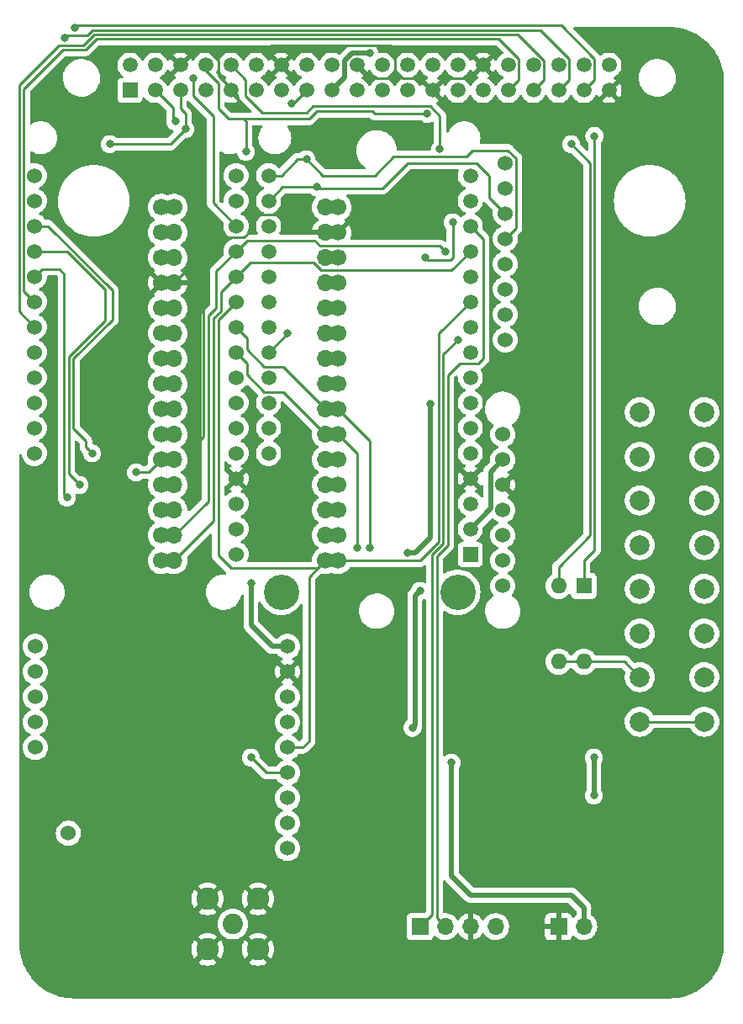
<source format=gbr>
%TF.GenerationSoftware,KiCad,Pcbnew,(6.0.5-0)*%
%TF.CreationDate,2022-10-17T18:29:33-07:00*%
%TF.ProjectId,Pioneer Controller,50696f6e-6565-4722-9043-6f6e74726f6c,rev?*%
%TF.SameCoordinates,Original*%
%TF.FileFunction,Copper,L2,Bot*%
%TF.FilePolarity,Positive*%
%FSLAX46Y46*%
G04 Gerber Fmt 4.6, Leading zero omitted, Abs format (unit mm)*
G04 Created by KiCad (PCBNEW (6.0.5-0)) date 2022-10-17 18:29:33*
%MOMM*%
%LPD*%
G01*
G04 APERTURE LIST*
%TA.AperFunction,ComponentPad*%
%ADD10R,1.508000X1.508000*%
%TD*%
%TA.AperFunction,ComponentPad*%
%ADD11C,1.508000*%
%TD*%
%TA.AperFunction,ComponentPad*%
%ADD12C,3.556000*%
%TD*%
%TA.AperFunction,ComponentPad*%
%ADD13C,1.524000*%
%TD*%
%TA.AperFunction,ComponentPad*%
%ADD14C,2.000000*%
%TD*%
%TA.AperFunction,ComponentPad*%
%ADD15C,2.050000*%
%TD*%
%TA.AperFunction,ComponentPad*%
%ADD16C,2.250000*%
%TD*%
%TA.AperFunction,ComponentPad*%
%ADD17C,1.700000*%
%TD*%
%TA.AperFunction,ComponentPad*%
%ADD18O,1.700000X1.700000*%
%TD*%
%TA.AperFunction,ComponentPad*%
%ADD19R,1.700000X1.700000*%
%TD*%
%TA.AperFunction,ComponentPad*%
%ADD20R,1.600000X1.600000*%
%TD*%
%TA.AperFunction,ComponentPad*%
%ADD21O,1.600000X1.600000*%
%TD*%
%TA.AperFunction,ViaPad*%
%ADD22C,0.800000*%
%TD*%
%TA.AperFunction,Conductor*%
%ADD23C,0.250000*%
%TD*%
%TA.AperFunction,Conductor*%
%ADD24C,0.500000*%
%TD*%
G04 APERTURE END LIST*
D10*
%TO.P,U2,1,RST*%
%TO.N,unconnected-(U2-Pad1)*%
X74930000Y-75565000D03*
D11*
%TO.P,U2,2,3V*%
%TO.N,+3V3*%
X74930000Y-73025000D03*
%TO.P,U2,3*%
%TO.N,N/C*%
X74930000Y-70485000D03*
%TO.P,U2,4,GND*%
%TO.N,GND*%
X74930000Y-67945000D03*
%TO.P,U2,5,ADC*%
%TO.N,unconnected-(U2-Pad5)*%
X74930000Y-65405000D03*
%TO.P,U2,6*%
%TO.N,N/C*%
X74930000Y-62865000D03*
%TO.P,U2,7*%
X74930000Y-60325000D03*
%TO.P,U2,8*%
X74930000Y-57785000D03*
%TO.P,U2,9*%
X74930000Y-55245000D03*
%TO.P,U2,10*%
X74930000Y-52705000D03*
%TO.P,U2,11,SCK*%
%TO.N,/SCK*%
X74930000Y-50165000D03*
%TO.P,U2,12,MOSI*%
%TO.N,/MOSI*%
X74930000Y-47625000D03*
%TO.P,U2,13,MIS0*%
%TO.N,/MISO*%
X74930000Y-45085000D03*
%TO.P,U2,14,RX*%
%TO.N,/RX*%
X74930000Y-42545000D03*
%TO.P,U2,15,TX*%
%TO.N,/TX*%
X74930000Y-40005000D03*
%TO.P,U2,16,CHPD*%
%TO.N,unconnected-(U2-Pad16)*%
X74930000Y-37465000D03*
%TO.P,U2,17,BAT*%
%TO.N,unconnected-(U2-Pad17)*%
X54610000Y-65405000D03*
%TO.P,U2,18,EN*%
%TO.N,unconnected-(U2-Pad18)*%
X54610000Y-62865000D03*
%TO.P,U2,19,USB*%
%TO.N,unconnected-(U2-Pad19)*%
X54610000Y-60325000D03*
%TO.P,U2,20,GPIO14*%
%TO.N,/SW2*%
X54610000Y-57785000D03*
%TO.P,U2,21,GPIO12*%
%TO.N,/LED3*%
X54610000Y-55245000D03*
%TO.P,U2,22,GPIO13*%
%TO.N,/SW1*%
X54610000Y-52705000D03*
%TO.P,U2,23,GPIO15*%
%TO.N,/SW3*%
X54610000Y-50165000D03*
%TO.P,U2,24,GPIO0*%
%TO.N,/LED1*%
X54610000Y-47625000D03*
%TO.P,U2,25,GPIO16*%
%TO.N,/SW4*%
X54610000Y-45085000D03*
%TO.P,U2,26,GPIO2*%
%TO.N,/LED2*%
X54610000Y-42545000D03*
%TO.P,U2,27,SCL/GPIO5*%
%TO.N,/SCL*%
X54610000Y-40005000D03*
%TO.P,U2,28,SDA/GPIO4*%
%TO.N,/SDA*%
X54610000Y-37465000D03*
D12*
%TO.P,U2,S1*%
%TO.N,N/C*%
X73660000Y-79375000D03*
%TO.P,U2,S2*%
X55880000Y-79375000D03*
%TD*%
D13*
%TO.P,U1,3V,3V*%
%TO.N,+3V3*%
X51340000Y-73025000D03*
X51340000Y-70485000D03*
%TO.P,U1,A0,A0*%
%TO.N,unconnected-(U1-PadA0)*%
X51340000Y-65405000D03*
%TO.P,U1,A1,A1*%
%TO.N,unconnected-(U1-PadA1)*%
X51340000Y-62865000D03*
%TO.P,U1,A2,A2*%
%TO.N,unconnected-(U1-PadA2)*%
X51340000Y-60325000D03*
%TO.P,U1,A3,A3*%
%TO.N,unconnected-(U1-PadA3)*%
X51340000Y-57785000D03*
%TO.P,U1,A4,A4*%
%TO.N,/SW5*%
X51340000Y-55245000D03*
%TO.P,U1,A5,A5*%
%TO.N,/SW6*%
X51340000Y-52705000D03*
%TO.P,U1,BAT,BAT*%
%TO.N,unconnected-(U1-PadBAT)*%
X31020000Y-65405000D03*
%TO.P,U1,D5,D5*%
%TO.N,/LED3*%
X31020000Y-42545000D03*
%TO.P,U1,D6,D6*%
%TO.N,/LED2*%
X31020000Y-45085000D03*
%TO.P,U1,D9,D9*%
%TO.N,/LED1*%
X31020000Y-47625000D03*
%TO.P,U1,D10,D10*%
%TO.N,/SW4*%
X31020000Y-50165000D03*
%TO.P,U1,D11,D11*%
%TO.N,/SW3*%
X31020000Y-52705000D03*
%TO.P,U1,D12,D12*%
%TO.N,/SW2*%
X31020000Y-55245000D03*
%TO.P,U1,D13,D13*%
%TO.N,/SW1*%
X31020000Y-57785000D03*
%TO.P,U1,DB,DB*%
%TO.N,unconnected-(U1-PadDB)*%
X51340000Y-37465000D03*
%TO.P,U1,EN,EN*%
%TO.N,unconnected-(U1-PadEN)*%
X31020000Y-62865000D03*
%TO.P,U1,GND,GND*%
%TO.N,GND*%
X51340000Y-67945000D03*
%TO.P,U1,M0,M0*%
%TO.N,/MISO*%
X51340000Y-47625000D03*
%TO.P,U1,M1,M1*%
%TO.N,/MOSI*%
X51340000Y-45085000D03*
%TO.P,U1,RST,RST*%
%TO.N,unconnected-(U1-PadRST)*%
X51340000Y-75565000D03*
%TO.P,U1,RX,RX*%
%TO.N,/RX*%
X51340000Y-42545000D03*
%TO.P,U1,SCK,SCK*%
%TO.N,/SCK*%
X51340000Y-50165000D03*
%TO.P,U1,SCL,SCL*%
%TO.N,/SCL*%
X31020000Y-40005000D03*
%TO.P,U1,SDA,SDA*%
%TO.N,/SDA*%
X31020000Y-37465000D03*
%TO.P,U1,TX,TX*%
%TO.N,/TX*%
X51340000Y-40005000D03*
%TO.P,U1,USB,USB*%
%TO.N,unconnected-(U1-PadUSB)*%
X31020000Y-60325000D03*
%TD*%
D14*
%TO.P,SW2,1,1*%
%TO.N,+3V3*%
X92000000Y-70140000D03*
X98500000Y-70140000D03*
%TO.P,SW2,2,2*%
%TO.N,Net-(R3-Pad1)*%
X92000000Y-74640000D03*
X98500000Y-74640000D03*
%TD*%
%TO.P,SW3,1,1*%
%TO.N,+3V3*%
X98500000Y-79030000D03*
X92000000Y-79030000D03*
%TO.P,SW3,2,2*%
%TO.N,Net-(R5-Pad1)*%
X98500000Y-83530000D03*
X92000000Y-83530000D03*
%TD*%
D15*
%TO.P,J4,1,In*%
%TO.N,/SMA*%
X51000000Y-112776000D03*
D16*
%TO.P,J4,2,Ext*%
%TO.N,GND*%
X48460000Y-115316000D03*
X48460000Y-110236000D03*
X53540000Y-110236000D03*
X53540000Y-115316000D03*
%TD*%
D17*
%TO.P,J3,1,1*%
%TO.N,/SCK*%
X61595000Y-76200000D03*
X60325000Y-76200000D03*
%TO.P,J3,2,2*%
%TO.N,+3V3*%
X61595000Y-73660000D03*
D18*
X60325000Y-73660000D03*
%TO.P,J3,3,3*%
%TO.N,unconnected-(J3-Pad3)*%
X60325000Y-71120000D03*
D17*
X61595000Y-71120000D03*
D18*
%TO.P,J3,4,4*%
%TO.N,unconnected-(J3-Pad4)*%
X60325000Y-68580000D03*
D17*
X61595000Y-68580000D03*
D18*
%TO.P,J3,5,5*%
%TO.N,unconnected-(J3-Pad5)*%
X60325000Y-66040000D03*
D17*
X61595000Y-66040000D03*
%TO.P,J3,6,6*%
%TO.N,/SW5*%
X61595000Y-63500000D03*
D18*
X60325000Y-63500000D03*
%TO.P,J3,7,7*%
%TO.N,/SW6*%
X60325000Y-60960000D03*
D17*
X61595000Y-60960000D03*
%TO.P,J3,8,8*%
%TO.N,/SDA*%
X61595000Y-58420000D03*
D18*
X60325000Y-58420000D03*
%TO.P,J3,9,9*%
%TO.N,/SCL*%
X60325000Y-55880000D03*
D17*
X61595000Y-55880000D03*
%TO.P,J3,10,10*%
%TO.N,unconnected-(J3-Pad10)*%
X61595000Y-53340000D03*
D18*
X60325000Y-53340000D03*
%TO.P,J3,11,11*%
%TO.N,unconnected-(J3-Pad11)*%
X60325000Y-50800000D03*
D17*
X61595000Y-50800000D03*
%TO.P,J3,12,12*%
%TO.N,unconnected-(J3-Pad12)*%
X61595000Y-48260000D03*
D18*
X60325000Y-48260000D03*
D17*
%TO.P,J3,13,13*%
%TO.N,unconnected-(J3-Pad13)*%
X61595000Y-45720000D03*
D18*
X60325000Y-45720000D03*
D17*
%TO.P,J3,14,14*%
%TO.N,GND*%
X61595000Y-43180000D03*
D18*
X60325000Y-43180000D03*
%TO.P,J3,15,15*%
%TO.N,+5V*%
X60325000Y-40640000D03*
D17*
X61595000Y-40640000D03*
%TO.P,J3,16,16*%
%TO.N,/TX*%
X45085000Y-40640000D03*
X43815000Y-40640000D03*
%TO.P,J3,17,17*%
%TO.N,/RX*%
X43815000Y-43180000D03*
D18*
X45085000Y-43180000D03*
%TO.P,J3,18,18*%
%TO.N,unconnected-(J3-Pad18)*%
X45085000Y-45720000D03*
D17*
X43815000Y-45720000D03*
%TO.P,J3,19,19*%
%TO.N,GND*%
X43815000Y-48260000D03*
D18*
X45085000Y-48260000D03*
D17*
%TO.P,J3,20,20*%
%TO.N,unconnected-(J3-Pad20)*%
X43815000Y-50800000D03*
D18*
X45085000Y-50800000D03*
%TO.P,J3,21,21*%
%TO.N,unconnected-(J3-Pad21)*%
X45085000Y-53340000D03*
D17*
X43815000Y-53340000D03*
D18*
%TO.P,J3,22,22*%
%TO.N,/SW4*%
X45085000Y-55880000D03*
D17*
X43815000Y-55880000D03*
%TO.P,J3,23,23*%
%TO.N,/SW3*%
X43815000Y-58420000D03*
D18*
X45085000Y-58420000D03*
%TO.P,J3,24,24*%
%TO.N,/SW2*%
X45085000Y-60960000D03*
D17*
X43815000Y-60960000D03*
D18*
%TO.P,J3,25,25*%
%TO.N,/SW1*%
X45085000Y-63500000D03*
D17*
X43815000Y-63500000D03*
D18*
%TO.P,J3,26,26*%
%TO.N,/LED3*%
X45085000Y-66040000D03*
D17*
X43815000Y-66040000D03*
%TO.P,J3,27,27*%
%TO.N,/LED2*%
X43815000Y-68580000D03*
D18*
X45085000Y-68580000D03*
D17*
%TO.P,J3,28,28*%
%TO.N,/LED1*%
X43815000Y-71120000D03*
D18*
X45085000Y-71120000D03*
D17*
%TO.P,J3,29,29*%
%TO.N,/MOSI*%
X43815000Y-73660000D03*
D18*
X45085000Y-73660000D03*
%TO.P,J3,30,30*%
%TO.N,/MISO*%
X45085000Y-76200000D03*
D17*
X43815000Y-76200000D03*
%TD*%
D19*
%TO.P,J2,1,Pin_1*%
%TO.N,GND*%
X83820000Y-113030000D03*
D18*
%TO.P,J2,2,Pin_2*%
%TO.N,VIN*%
X86360000Y-113030000D03*
%TD*%
D14*
%TO.P,SW1,1,1*%
%TO.N,+3V3*%
X98500000Y-61250000D03*
X92000000Y-61250000D03*
%TO.P,SW1,2,2*%
%TO.N,Net-(R2-Pad1)*%
X92000000Y-65750000D03*
X98500000Y-65750000D03*
%TD*%
D10*
%TO.P,A1,1,3V3[1]*%
%TO.N,+3V3*%
X40640000Y-28890000D03*
D11*
%TO.P,A1,2,5V[1]*%
%TO.N,+5V*%
X40640000Y-26350000D03*
%TO.P,A1,3,GPIO2/SDA*%
%TO.N,/SDA*%
X43180000Y-28890000D03*
%TO.P,A1,4,5V[2]*%
%TO.N,+5V*%
X43180000Y-26350000D03*
%TO.P,A1,5,GPIO3/SCL*%
%TO.N,/SCL*%
X45720000Y-28890000D03*
%TO.P,A1,6,GND[8]*%
%TO.N,GND*%
X45720000Y-26350000D03*
%TO.P,A1,7,GPIO4/GPCKL0*%
%TO.N,unconnected-(A1-Pad7)*%
X48260000Y-28890000D03*
%TO.P,A1,8,TXD0/GPIO14*%
%TO.N,/TX*%
X48260000Y-26350000D03*
%TO.P,A1,9,GND[1]*%
%TO.N,GND*%
X50800000Y-28890000D03*
%TO.P,A1,10,RXD0/GPIO15*%
%TO.N,/RX*%
X50800000Y-26350000D03*
%TO.P,A1,11,GPIO17/GEN0*%
%TO.N,/LED3*%
X53340000Y-28890000D03*
%TO.P,A1,12,GPIO18*%
%TO.N,unconnected-(A1-Pad12)*%
X53340000Y-26350000D03*
%TO.P,A1,13,GPIO27/GEN2*%
%TO.N,/LED2*%
X55880000Y-28890000D03*
%TO.P,A1,14,GND[4]*%
%TO.N,GND*%
X55880000Y-26350000D03*
%TO.P,A1,15,GPIO22/GEN3*%
%TO.N,/LED1*%
X58420000Y-28890000D03*
%TO.P,A1,16,GEN4/GPIO23*%
%TO.N,unconnected-(A1-Pad16)*%
X58420000Y-26350000D03*
%TO.P,A1,17,3V3[2]*%
%TO.N,+3V3*%
X60960000Y-28890000D03*
%TO.P,A1,18,GEN5/GPIO24*%
%TO.N,unconnected-(A1-Pad18)*%
X60960000Y-26350000D03*
%TO.P,A1,19,GPIO10/MOSI*%
%TO.N,/MOSI*%
X63500000Y-28890000D03*
%TO.P,A1,20,GND[5]*%
%TO.N,GND*%
X63500000Y-26350000D03*
%TO.P,A1,21,GPIO9/MISO*%
%TO.N,/MISO*%
X66040000Y-28890000D03*
%TO.P,A1,22,GEN/6GPIO25*%
%TO.N,unconnected-(A1-Pad22)*%
X66040000Y-26350000D03*
%TO.P,A1,23,GPIO11/SCLK*%
%TO.N,/SCK*%
X68580000Y-28890000D03*
%TO.P,A1,24,~{CE0}/GPIO8*%
%TO.N,unconnected-(A1-Pad24)*%
X68580000Y-26350000D03*
%TO.P,A1,25,GND[2]*%
%TO.N,GND*%
X71120000Y-28890000D03*
%TO.P,A1,26,~{CE1/}GPIO7*%
%TO.N,unconnected-(A1-Pad26)*%
X71120000Y-26350000D03*
%TO.P,A1,27,ID_SD*%
%TO.N,unconnected-(A1-Pad27)*%
X73660000Y-28890000D03*
%TO.P,A1,28,ID_SC*%
%TO.N,unconnected-(A1-Pad28)*%
X73660000Y-26350000D03*
%TO.P,A1,29,GPIO5*%
%TO.N,unconnected-(A1-Pad29)*%
X76200000Y-28890000D03*
%TO.P,A1,30,GND[6]*%
%TO.N,GND*%
X76200000Y-26350000D03*
%TO.P,A1,31,GPIO6*%
%TO.N,/SW4*%
X78740000Y-28890000D03*
%TO.P,A1,32,GPIO12*%
%TO.N,unconnected-(A1-Pad32)*%
X78740000Y-26350000D03*
%TO.P,A1,33,GPIO13*%
%TO.N,/SW3*%
X81280000Y-28890000D03*
%TO.P,A1,34,GND[7]*%
%TO.N,GND*%
X81280000Y-26350000D03*
%TO.P,A1,35,GPIO19*%
%TO.N,/SW2*%
X83820000Y-28890000D03*
%TO.P,A1,36,GPIO16*%
%TO.N,unconnected-(A1-Pad36)*%
X83820000Y-26350000D03*
%TO.P,A1,37,GPIO26*%
%TO.N,/SW1*%
X86360000Y-28890000D03*
%TO.P,A1,38,GPIO20*%
%TO.N,/SW6*%
X86360000Y-26350000D03*
%TO.P,A1,39,GND[3]*%
%TO.N,GND*%
X88900000Y-28890000D03*
%TO.P,A1,40,GPIO21*%
%TO.N,/SW5*%
X88900000Y-26350000D03*
%TD*%
D14*
%TO.P,SW4,1,1*%
%TO.N,+3V3*%
X98500000Y-87920000D03*
X92000000Y-87920000D03*
%TO.P,SW4,2,2*%
%TO.N,Net-(R6-Pad1)*%
X98500000Y-92420000D03*
X92000000Y-92420000D03*
%TD*%
D20*
%TO.P,SW5,1*%
%TO.N,/SW5*%
X86360000Y-78740000D03*
D21*
%TO.P,SW5,2*%
%TO.N,/SW6*%
X83820000Y-78740000D03*
%TO.P,SW5,3*%
%TO.N,+3V3*%
X83820000Y-86360000D03*
%TO.P,SW5,4*%
X86360000Y-86360000D03*
%TD*%
D19*
%TO.P,J1,1,Pin_1*%
%TO.N,/TX*%
X69860000Y-113030000D03*
D18*
%TO.P,J1,2,Pin_2*%
%TO.N,/RX*%
X72400000Y-113030000D03*
%TO.P,J1,3,Pin_3*%
%TO.N,GND*%
X74940000Y-113030000D03*
%TO.P,J1,4,Pin_4*%
%TO.N,+5V*%
X77480000Y-113030000D03*
%TD*%
D13*
%TO.P,U5,3P3_V,3P3_V*%
%TO.N,+3V3*%
X78200000Y-66040000D03*
%TO.P,U5,CS,CS*%
%TO.N,unconnected-(U5-PadCS)*%
X78200000Y-78740000D03*
%TO.P,U5,GND,GND*%
%TO.N,GND*%
X78200000Y-68580000D03*
%TO.P,U5,SCK,SCK*%
%TO.N,/SCL*%
X78200000Y-71120000D03*
%TO.P,U5,SDI,SDI*%
%TO.N,/SDA*%
X78200000Y-76200000D03*
%TO.P,U5,SDO,SDO*%
%TO.N,unconnected-(U5-PadSDO)*%
X78200000Y-73660000D03*
%TO.P,U5,VIN,VIN*%
%TO.N,+3V3*%
X78200000Y-63500000D03*
%TD*%
%TO.P,U3,32K,32K*%
%TO.N,unconnected-(U3-Pad32K)*%
X78454000Y-48895000D03*
%TO.P,U3,BAT,BAT*%
%TO.N,unconnected-(U3-PadBAT)*%
X78454000Y-46355000D03*
%TO.P,U3,GND,GND*%
%TO.N,GND*%
X78454000Y-38735000D03*
%TO.P,U3,RST,RST*%
%TO.N,unconnected-(U3-PadRST)*%
X78454000Y-53975000D03*
%TO.P,U3,SCL,SCL*%
%TO.N,/SCL*%
X78454000Y-41275000D03*
%TO.P,U3,SDA,SDA*%
%TO.N,/SDA*%
X78454000Y-43815000D03*
%TO.P,U3,SQW,SQW*%
%TO.N,unconnected-(U3-PadSQW)*%
X78454000Y-51435000D03*
%TO.P,U3,VIN,VIN*%
%TO.N,+3V3*%
X78454000Y-36195000D03*
%TD*%
%TO.P,U4,CS,CS*%
%TO.N,/CS*%
X56515000Y-102616000D03*
%TO.P,U4,EN,EN*%
%TO.N,unconnected-(U4-PadEN)*%
X56515000Y-89916000D03*
%TO.P,U4,G0,G0*%
%TO.N,unconnected-(U4-PadG0)*%
X56515000Y-92456000D03*
%TO.P,U4,G1,G1*%
%TO.N,unconnected-(U4-PadG1)*%
X31115000Y-84836000D03*
%TO.P,U4,G2,G2*%
%TO.N,unconnected-(U4-PadG2)*%
X31115000Y-87376000D03*
%TO.P,U4,G3,G3*%
%TO.N,unconnected-(U4-PadG3)*%
X31115000Y-89916000D03*
%TO.P,U4,G4,G4*%
%TO.N,unconnected-(U4-PadG4)*%
X31115000Y-92456000D03*
%TO.P,U4,G5,G5*%
%TO.N,unconnected-(U4-PadG5)*%
X31115000Y-94996000D03*
%TO.P,U4,GND,GND*%
%TO.N,GND*%
X56515000Y-87376000D03*
%TO.P,U4,MISO,MISO*%
%TO.N,/MISO*%
X56515000Y-97536000D03*
%TO.P,U4,MOSI,MOSI*%
%TO.N,/MOSI*%
X56515000Y-100076000D03*
%TO.P,U4,RST,RST*%
%TO.N,unconnected-(U4-PadRST)*%
X56515000Y-105156000D03*
%TO.P,U4,SCK,SCK*%
%TO.N,/SCK*%
X56515000Y-94996000D03*
%TO.P,U4,SMA,SMA*%
%TO.N,/SMA*%
X34445000Y-103632000D03*
%TO.P,U4,VIN,VIN*%
%TO.N,+3V3*%
X56515000Y-84836000D03*
%TD*%
D22*
%TO.N,+3V3*%
X52832000Y-78486000D03*
X64770000Y-25146000D03*
%TO.N,+5V*%
X68580000Y-75438000D03*
X69850000Y-79248000D03*
X87376000Y-99822000D03*
X70866000Y-60452000D03*
X87376000Y-96012000D03*
X69100000Y-93030000D03*
%TO.N,/SDA*%
X58420000Y-35814000D03*
X45212000Y-32004000D03*
%TO.N,/SCL*%
X46228000Y-32766000D03*
X59436000Y-38608000D03*
X38608000Y-34290000D03*
%TO.N,GND*%
X85725000Y-73025000D03*
X46990000Y-66548000D03*
X78105000Y-96520000D03*
%TO.N,/TX*%
X52324000Y-35052000D03*
X73660000Y-53975000D03*
X70607701Y-31246299D03*
%TO.N,/RX*%
X71877701Y-34802299D03*
X46990000Y-27686000D03*
%TO.N,/LED3*%
X36830000Y-65405000D03*
X41275000Y-67310000D03*
X56515000Y-53340000D03*
%TO.N,/LED2*%
X35560000Y-68580000D03*
%TO.N,/LED1*%
X34290000Y-69850000D03*
X56896000Y-30226000D03*
%TO.N,/MOSI*%
X72390000Y-45085000D03*
%TO.N,/MISO*%
X52832000Y-96012000D03*
%TO.N,/SCK*%
X70358000Y-45720000D03*
X73152000Y-42164000D03*
%TO.N,/SW2*%
X34036000Y-23622000D03*
%TO.N,/SW1*%
X35052000Y-22606000D03*
%TO.N,/SW6*%
X85090000Y-34290000D03*
X64770000Y-74930000D03*
%TO.N,/SW5*%
X87438511Y-33463511D03*
X63500000Y-74930000D03*
%TO.N,VIN*%
X73025000Y-96520000D03*
%TD*%
D23*
%TO.N,+3V3*%
X90440000Y-86360000D02*
X92000000Y-87920000D01*
D24*
X62230000Y-27620000D02*
X60960000Y-28890000D01*
X76988489Y-70966511D02*
X76988489Y-67251511D01*
D23*
X83820000Y-86360000D02*
X86360000Y-86360000D01*
D24*
X62230000Y-25917977D02*
X62230000Y-27620000D01*
X52832000Y-82677000D02*
X52832000Y-78486000D01*
X52832000Y-82677000D02*
X54991000Y-84836000D01*
X63001977Y-25146000D02*
X62230000Y-25917977D01*
D23*
X86360000Y-86360000D02*
X90440000Y-86360000D01*
D24*
X64770000Y-25146000D02*
X63001977Y-25146000D01*
X74930000Y-73025000D02*
X76988489Y-70966511D01*
X76988489Y-67251511D02*
X78200000Y-66040000D01*
X54991000Y-84836000D02*
X56515000Y-84836000D01*
%TO.N,+5V*%
X69342000Y-75438000D02*
X68580000Y-75438000D01*
X69342000Y-92788000D02*
X69100000Y-93030000D01*
X87376000Y-99822000D02*
X87376000Y-96012000D01*
X69850000Y-79248000D02*
X69342000Y-79756000D01*
X70866000Y-60452000D02*
X70866000Y-73914000D01*
X69342000Y-79756000D02*
X69342000Y-92788000D01*
X70866000Y-73914000D02*
X69342000Y-75438000D01*
D23*
%TO.N,/SDA*%
X79540511Y-42728489D02*
X79540511Y-35744951D01*
X44958000Y-30668000D02*
X44958000Y-31750000D01*
X55880000Y-37465000D02*
X54610000Y-37465000D01*
X67198073Y-35560000D02*
X65293073Y-37465000D01*
X74536100Y-35560000D02*
X67198073Y-35560000D01*
X75171100Y-34925000D02*
X74536100Y-35560000D01*
X78454000Y-43815000D02*
X79540511Y-42728489D01*
X65293073Y-37465000D02*
X60071000Y-37465000D01*
X78720560Y-34925000D02*
X75171100Y-34925000D01*
X60071000Y-37465000D02*
X58420000Y-35814000D01*
X43180000Y-28890000D02*
X44958000Y-30668000D01*
X58420000Y-35814000D02*
X57531000Y-35814000D01*
X79540511Y-35744951D02*
X78720560Y-34925000D01*
X57531000Y-35814000D02*
X55880000Y-37465000D01*
X44958000Y-31750000D02*
X45212000Y-32004000D01*
%TO.N,/SCL*%
X66040000Y-38735000D02*
X68580000Y-36195000D01*
X76835000Y-37465000D02*
X76835000Y-39656000D01*
X56007000Y-38608000D02*
X59436000Y-38608000D01*
X75565000Y-36195000D02*
X76835000Y-37465000D01*
X54610000Y-40005000D02*
X56007000Y-38608000D01*
X45720000Y-30734000D02*
X46228000Y-31242000D01*
X45720000Y-28890000D02*
X45720000Y-30734000D01*
X46228000Y-31242000D02*
X46228000Y-32766000D01*
X59436000Y-38608000D02*
X59563000Y-38735000D01*
X44704000Y-34290000D02*
X46228000Y-32766000D01*
X38608000Y-34290000D02*
X44704000Y-34290000D01*
X68580000Y-36195000D02*
X75565000Y-36195000D01*
X59563000Y-38735000D02*
X66040000Y-38735000D01*
X76835000Y-39656000D02*
X78454000Y-41275000D01*
%TO.N,GND*%
X57404000Y-43180000D02*
X55626000Y-41402000D01*
X48006000Y-63754000D02*
X46990000Y-64770000D01*
X67310000Y-24892000D02*
X67310000Y-26924000D01*
X60325000Y-43180000D02*
X57404000Y-43180000D01*
X52832000Y-42957283D02*
X52101283Y-43688000D01*
X46990000Y-64770000D02*
X46990000Y-66548000D01*
X49657000Y-43688000D02*
X45085000Y-48260000D01*
X71120000Y-28890000D02*
X72324000Y-27686000D01*
X72324000Y-27686000D02*
X74864000Y-27686000D01*
X54422000Y-24892000D02*
X55880000Y-26350000D01*
X45085000Y-48260000D02*
X46482000Y-48260000D01*
X55626000Y-41402000D02*
X53340000Y-41402000D01*
X74864000Y-27686000D02*
X76200000Y-26350000D01*
X68072000Y-27686000D02*
X69916000Y-27686000D01*
X49530000Y-25908000D02*
X49530000Y-27432000D01*
X66802000Y-24384000D02*
X67310000Y-24892000D01*
X48006000Y-49784000D02*
X48006000Y-63754000D01*
X67310000Y-26924000D02*
X68072000Y-27686000D01*
X52101283Y-43688000D02*
X49657000Y-43688000D01*
X46482000Y-48260000D02*
X48006000Y-49784000D01*
X48514000Y-24892000D02*
X49530000Y-25908000D01*
X45720000Y-26350000D02*
X47178000Y-24892000D01*
X47178000Y-24892000D02*
X48514000Y-24892000D01*
X67310000Y-26924000D02*
X66548000Y-27686000D01*
X69916000Y-27686000D02*
X71120000Y-28890000D01*
X53340000Y-41402000D02*
X52832000Y-41910000D01*
X54422000Y-24892000D02*
X54930000Y-24384000D01*
X64836000Y-27686000D02*
X63500000Y-26350000D01*
X52832000Y-41910000D02*
X52832000Y-42957283D01*
X48514000Y-24892000D02*
X54422000Y-24892000D01*
X50800000Y-28702000D02*
X50800000Y-28890000D01*
X54930000Y-24384000D02*
X66802000Y-24384000D01*
X49530000Y-27432000D02*
X50800000Y-28702000D01*
X66548000Y-27686000D02*
X64836000Y-27686000D01*
%TO.N,/TX*%
X65024000Y-30988000D02*
X59436000Y-30988000D01*
X71107969Y-111782031D02*
X71107969Y-75577749D01*
X70607701Y-31246299D02*
X65282299Y-31246299D01*
X69860000Y-113030000D02*
X71107969Y-111782031D01*
X72194480Y-74491238D02*
X72194480Y-55440520D01*
X58674000Y-31750000D02*
X52070000Y-31750000D01*
X52324000Y-32004000D02*
X52070000Y-31750000D01*
X50546000Y-31750000D02*
X52070000Y-31750000D01*
X48260000Y-26350000D02*
X48260000Y-26924000D01*
X72194480Y-55440520D02*
X73660000Y-53975000D01*
X48260000Y-26924000D02*
X49530000Y-28194000D01*
X71107969Y-75577749D02*
X72194480Y-74491238D01*
X59436000Y-30988000D02*
X58674000Y-31750000D01*
X49530000Y-28194000D02*
X49530000Y-30734000D01*
X52324000Y-35052000D02*
X52324000Y-32004000D01*
X49530000Y-30734000D02*
X50546000Y-31750000D01*
X65282299Y-31246299D02*
X65024000Y-30988000D01*
%TO.N,/RX*%
X76200000Y-55880000D02*
X76200000Y-43815000D01*
X75756489Y-56323511D02*
X76200000Y-55880000D01*
X52261489Y-27811489D02*
X52261489Y-29401489D01*
X51340000Y-42545000D02*
X49022000Y-40227000D01*
X73851489Y-56323511D02*
X75756489Y-56323511D01*
X46990000Y-29464000D02*
X46990000Y-27686000D01*
X76200000Y-43815000D02*
X74930000Y-42545000D01*
X58420000Y-31115000D02*
X59055000Y-30480000D01*
X53975000Y-31115000D02*
X58420000Y-31115000D01*
X71877701Y-31491701D02*
X71877701Y-34802299D01*
X49022000Y-31496000D02*
X46990000Y-29464000D01*
X72400000Y-113030000D02*
X71557489Y-112187489D01*
X71557489Y-75763947D02*
X72644000Y-74677436D01*
X59055000Y-30480000D02*
X70866000Y-30480000D01*
X70866000Y-30480000D02*
X71877701Y-31491701D01*
X49022000Y-40227000D02*
X49022000Y-31496000D01*
X50800000Y-26350000D02*
X52261489Y-27811489D01*
X72644000Y-57531000D02*
X73851489Y-56323511D01*
X52261489Y-29401489D02*
X53975000Y-31115000D01*
X72644000Y-74677436D02*
X72644000Y-57531000D01*
X71557489Y-112187489D02*
X71557489Y-75763947D01*
%TO.N,/LED3*%
X36195000Y-64770000D02*
X36830000Y-65405000D01*
X31020000Y-42545000D02*
X32385000Y-42545000D01*
X38862000Y-49022000D02*
X38862000Y-51943717D01*
X34925000Y-62865000D02*
X36195000Y-64135000D01*
X36195000Y-64135000D02*
X36195000Y-64770000D01*
X32385000Y-42545000D02*
X38862000Y-49022000D01*
X42545000Y-67310000D02*
X43815000Y-66040000D01*
X41275000Y-67310000D02*
X42545000Y-67310000D01*
X56515000Y-53340000D02*
X54610000Y-55245000D01*
X34925000Y-55880717D02*
X34925000Y-62865000D01*
X38862000Y-51943717D02*
X34925000Y-55880717D01*
%TO.N,/LED2*%
X38100000Y-48895718D02*
X38100000Y-52070000D01*
X31020000Y-45085000D02*
X34289282Y-45085000D01*
X38100000Y-52070000D02*
X34469999Y-55700001D01*
X34289282Y-45085000D02*
X38100000Y-48895718D01*
X34469999Y-55700001D02*
X34469999Y-67489999D01*
X34469999Y-67489999D02*
X35560000Y-68580000D01*
%TO.N,/LED1*%
X34020479Y-47355479D02*
X34020479Y-69580479D01*
X31020000Y-47625000D02*
X31781999Y-46863001D01*
X34020479Y-69580479D02*
X34290000Y-69850000D01*
X58420000Y-28890000D02*
X57084000Y-30226000D01*
X57084000Y-30226000D02*
X56896000Y-30226000D01*
X31781999Y-46863001D02*
X33528001Y-46863001D01*
X33528001Y-46863001D02*
X34020479Y-47355479D01*
%TO.N,/MOSI*%
X49334480Y-47090520D02*
X51340000Y-45085000D01*
X59785489Y-44545489D02*
X71850489Y-44545489D01*
X71850489Y-44545489D02*
X72390000Y-45085000D01*
X59246489Y-44006489D02*
X59785489Y-44545489D01*
X48514000Y-51562000D02*
X49334480Y-50741520D01*
X45085000Y-73660000D02*
X48514000Y-70231000D01*
X49334480Y-50741520D02*
X49334480Y-47090520D01*
X51340000Y-45085000D02*
X52418511Y-44006489D01*
X48514000Y-70231000D02*
X48514000Y-51562000D01*
X52418511Y-44006489D02*
X59246489Y-44006489D01*
%TO.N,/MISO*%
X59933990Y-46990000D02*
X73025000Y-46990000D01*
X59107501Y-46163511D02*
X59933990Y-46990000D01*
X52801489Y-46163511D02*
X59107501Y-46163511D01*
X73025000Y-46990000D02*
X74930000Y-45085000D01*
X45085000Y-76200000D02*
X49080480Y-72204520D01*
X54356000Y-97536000D02*
X56515000Y-97536000D01*
X49080480Y-51788803D02*
X49784000Y-51085283D01*
X49784000Y-49181000D02*
X51340000Y-47625000D01*
X49080480Y-72204520D02*
X49080480Y-51788803D01*
X51340000Y-47625000D02*
X52801489Y-46163511D01*
X52832000Y-96012000D02*
X54356000Y-97536000D01*
X49784000Y-51085283D02*
X49784000Y-49181000D01*
%TO.N,/SCK*%
X71744960Y-53350040D02*
X74930000Y-50165000D01*
X73152000Y-45720000D02*
X72898000Y-45974000D01*
X73152000Y-42164000D02*
X73152000Y-45212000D01*
X73152000Y-45212000D02*
X73152000Y-45720000D01*
X69850000Y-76200000D02*
X71744960Y-74305040D01*
X58039000Y-94996000D02*
X56515000Y-94996000D01*
X71744960Y-74305040D02*
X71744960Y-53350040D01*
X51340000Y-50165000D02*
X49530000Y-51975000D01*
X58674000Y-94361000D02*
X58674000Y-77851000D01*
X49530000Y-75692000D02*
X50800000Y-76962000D01*
X72898000Y-45974000D02*
X70866000Y-45974000D01*
X70866000Y-45974000D02*
X70612000Y-45974000D01*
X58674000Y-77851000D02*
X60325000Y-76200000D01*
X58674000Y-94361000D02*
X58039000Y-94996000D01*
X61595000Y-76200000D02*
X69850000Y-76200000D01*
X59563000Y-76962000D02*
X60325000Y-76200000D01*
X50800000Y-76962000D02*
X59563000Y-76962000D01*
X70612000Y-45974000D02*
X70358000Y-45720000D01*
X49530000Y-51975000D02*
X49530000Y-75692000D01*
%TO.N,/SW4*%
X77802560Y-23700560D02*
X37260876Y-23700560D01*
X79818511Y-25716511D02*
X77802560Y-23700560D01*
X78740000Y-28890000D02*
X79818511Y-27811489D01*
X29933489Y-28740511D02*
X29933489Y-49078489D01*
X29933489Y-49078489D02*
X31020000Y-50165000D01*
X79818511Y-27811489D02*
X79818511Y-25716511D01*
X36165404Y-24796031D02*
X33877969Y-24796031D01*
X33877969Y-24796031D02*
X29933489Y-28740511D01*
X37260876Y-23700560D02*
X36165404Y-24796031D01*
%TO.N,/SW3*%
X37074678Y-23251040D02*
X35979207Y-24346511D01*
X79706286Y-23251040D02*
X37074678Y-23251040D01*
X82358511Y-25903265D02*
X79706286Y-23251040D01*
X29464000Y-51149000D02*
X31020000Y-52705000D01*
X33480509Y-24346511D02*
X29464000Y-28363020D01*
X81280000Y-28890000D02*
X82358511Y-27811489D01*
X29464000Y-28363020D02*
X29464000Y-51149000D01*
X82358511Y-27811489D02*
X82358511Y-25903265D01*
X35979207Y-24346511D02*
X33480509Y-24346511D01*
%TO.N,/SW2*%
X36322000Y-23368000D02*
X34290000Y-23368000D01*
X84898511Y-27811489D02*
X84898511Y-25716511D01*
X34290000Y-23368000D02*
X34036000Y-23622000D01*
X36888480Y-22801520D02*
X36322000Y-23368000D01*
X83820000Y-28890000D02*
X84898511Y-27811489D01*
X84898511Y-25716511D02*
X81983520Y-22801520D01*
X81983520Y-22801520D02*
X36888480Y-22801520D01*
%TO.N,/SW1*%
X35306000Y-22352000D02*
X35052000Y-22606000D01*
X84074000Y-22352000D02*
X35306000Y-22352000D01*
X86360000Y-28890000D02*
X87438511Y-27811489D01*
X87438511Y-27811489D02*
X87438511Y-25716511D01*
X87438511Y-25716511D02*
X84074000Y-22352000D01*
%TO.N,/SW6*%
X83820000Y-76828991D02*
X83820000Y-78740000D01*
X61595000Y-60960000D02*
X64770000Y-64135000D01*
X52426511Y-53791511D02*
X52426511Y-54966511D01*
X86988991Y-36188991D02*
X86988991Y-73660000D01*
X56071489Y-56706489D02*
X60325000Y-60960000D01*
X51340000Y-52705000D02*
X52426511Y-53791511D01*
X54166489Y-56706489D02*
X56071489Y-56706489D01*
X52426511Y-54966511D02*
X54166489Y-56706489D01*
X64770000Y-64135000D02*
X64770000Y-74930000D01*
X86988991Y-73660000D02*
X83820000Y-76828991D01*
X85090000Y-34290000D02*
X86988991Y-36188991D01*
%TO.N,/SW5*%
X61595000Y-63500000D02*
X63500000Y-65405000D01*
X63500000Y-65405000D02*
X63500000Y-74930000D01*
X54166489Y-59246489D02*
X56071489Y-59246489D01*
X51340000Y-55245000D02*
X52426511Y-56331511D01*
X52426511Y-56331511D02*
X52426511Y-57506511D01*
X87438511Y-33463511D02*
X87438511Y-75121489D01*
X52426511Y-57506511D02*
X54166489Y-59246489D01*
X56071489Y-59246489D02*
X60325000Y-63500000D01*
X86360000Y-76200000D02*
X86360000Y-78740000D01*
X87438511Y-75121489D02*
X86360000Y-76200000D01*
D24*
%TO.N,VIN*%
X73025000Y-96520000D02*
X73025000Y-104140000D01*
X86360000Y-111125000D02*
X86360000Y-113030000D01*
X73025000Y-107950000D02*
X74930000Y-109855000D01*
X74930000Y-109855000D02*
X85090000Y-109855000D01*
X85090000Y-109855000D02*
X86360000Y-111125000D01*
X73025000Y-104140000D02*
X73025000Y-107950000D01*
D23*
%TO.N,Net-(R6-Pad1)*%
X92000000Y-92420000D02*
X98500000Y-92420000D01*
%TD*%
%TA.AperFunction,Conductor*%
%TO.N,GND*%
G36*
X94970018Y-22510000D02*
G01*
X94984851Y-22512310D01*
X94984855Y-22512310D01*
X94993724Y-22513691D01*
X95014664Y-22510953D01*
X95036202Y-22509997D01*
X95224026Y-22517766D01*
X95448278Y-22527041D01*
X95458656Y-22527901D01*
X95734674Y-22562307D01*
X95898702Y-22582753D01*
X95908967Y-22584465D01*
X96072054Y-22618661D01*
X96342976Y-22675467D01*
X96353072Y-22678023D01*
X96778101Y-22804561D01*
X96787938Y-22807938D01*
X97201081Y-22969147D01*
X97210581Y-22973314D01*
X97450849Y-23090774D01*
X97608983Y-23168081D01*
X97618139Y-23173036D01*
X97828234Y-23298225D01*
X97999085Y-23400030D01*
X98007804Y-23405726D01*
X98368705Y-23663405D01*
X98376923Y-23669801D01*
X98715326Y-23956413D01*
X98722987Y-23963467D01*
X99036533Y-24277013D01*
X99043587Y-24284674D01*
X99330199Y-24623077D01*
X99336595Y-24631295D01*
X99594274Y-24992196D01*
X99599970Y-25000915D01*
X99815748Y-25363037D01*
X99826963Y-25381859D01*
X99831918Y-25391015D01*
X100026472Y-25788981D01*
X100026682Y-25789411D01*
X100030853Y-25798919D01*
X100192062Y-26212062D01*
X100195439Y-26221899D01*
X100321977Y-26646928D01*
X100324533Y-26657024D01*
X100358802Y-26820459D01*
X100415534Y-27091030D01*
X100417247Y-27101298D01*
X100425626Y-27168515D01*
X100472099Y-27541344D01*
X100472959Y-27551722D01*
X100476550Y-27638544D01*
X100489023Y-27940100D01*
X100489694Y-27956335D01*
X100488302Y-27980920D01*
X100486309Y-27993724D01*
X100487473Y-28002626D01*
X100487473Y-28002628D01*
X100490436Y-28025283D01*
X100491500Y-28041621D01*
X100491500Y-114707992D01*
X100490000Y-114727377D01*
X100487690Y-114742210D01*
X100487690Y-114742214D01*
X100486309Y-114751083D01*
X100489047Y-114772018D01*
X100490003Y-114793564D01*
X100472959Y-115205638D01*
X100472099Y-115216016D01*
X100417248Y-115656057D01*
X100415534Y-115666329D01*
X100324532Y-116100338D01*
X100321976Y-116110433D01*
X100195441Y-116535456D01*
X100192063Y-116545298D01*
X100030853Y-116958441D01*
X100026686Y-116967941D01*
X99831922Y-117366336D01*
X99831922Y-117366337D01*
X99826967Y-117375493D01*
X99826967Y-117375495D01*
X99826966Y-117375496D01*
X99599966Y-117756450D01*
X99594270Y-117765168D01*
X99336595Y-118126065D01*
X99330199Y-118134283D01*
X99043593Y-118472678D01*
X99036540Y-118480339D01*
X98722981Y-118793899D01*
X98715320Y-118800952D01*
X98650901Y-118855512D01*
X98376923Y-119087559D01*
X98368705Y-119093955D01*
X98007804Y-119351634D01*
X97999085Y-119357330D01*
X97618141Y-119584323D01*
X97608985Y-119589278D01*
X97210594Y-119784040D01*
X97201069Y-119788218D01*
X97009651Y-119862909D01*
X96787940Y-119949421D01*
X96778091Y-119952802D01*
X96353072Y-120079337D01*
X96342975Y-120081893D01*
X95908967Y-120172895D01*
X95898702Y-120174607D01*
X95735004Y-120195012D01*
X95458657Y-120229459D01*
X95448279Y-120230319D01*
X95289444Y-120236889D01*
X95043667Y-120247054D01*
X95019076Y-120245661D01*
X95015149Y-120245049D01*
X95015145Y-120245049D01*
X95006276Y-120243668D01*
X94997374Y-120244832D01*
X94997372Y-120244832D01*
X94982323Y-120246800D01*
X94974714Y-120247795D01*
X94958379Y-120248859D01*
X35049367Y-120248859D01*
X35029982Y-120247359D01*
X35015149Y-120245049D01*
X35015145Y-120245049D01*
X35006276Y-120243668D01*
X34985336Y-120246406D01*
X34963798Y-120247362D01*
X34775738Y-120239584D01*
X34551723Y-120230318D01*
X34541345Y-120229458D01*
X34264665Y-120194970D01*
X34101301Y-120174606D01*
X34091037Y-120172894D01*
X33927952Y-120138698D01*
X33657026Y-120081890D01*
X33646931Y-120079334D01*
X33434420Y-120016067D01*
X33221900Y-119952797D01*
X33212067Y-119949421D01*
X32798947Y-119788220D01*
X32789427Y-119784045D01*
X32391029Y-119589278D01*
X32381873Y-119584324D01*
X32000912Y-119357320D01*
X31992210Y-119351634D01*
X31631292Y-119093942D01*
X31623091Y-119087558D01*
X31284702Y-118800956D01*
X31277041Y-118793904D01*
X30963472Y-118480332D01*
X30956429Y-118472682D01*
X30669803Y-118134261D01*
X30663425Y-118126065D01*
X30405751Y-117765166D01*
X30400056Y-117756450D01*
X30173059Y-117375495D01*
X30168103Y-117366337D01*
X29973345Y-116967949D01*
X29969166Y-116958421D01*
X29845104Y-116640471D01*
X47500884Y-116640471D01*
X47504570Y-116645740D01*
X47712121Y-116772927D01*
X47720915Y-116777408D01*
X47949242Y-116871984D01*
X47958627Y-116875033D01*
X48198940Y-116932728D01*
X48208687Y-116934271D01*
X48455070Y-116953662D01*
X48464930Y-116953662D01*
X48711313Y-116934271D01*
X48721060Y-116932728D01*
X48961373Y-116875033D01*
X48970758Y-116871984D01*
X49199085Y-116777408D01*
X49207879Y-116772927D01*
X49413928Y-116646660D01*
X49417968Y-116640471D01*
X52580884Y-116640471D01*
X52584570Y-116645740D01*
X52792121Y-116772927D01*
X52800915Y-116777408D01*
X53029242Y-116871984D01*
X53038627Y-116875033D01*
X53278940Y-116932728D01*
X53288687Y-116934271D01*
X53535070Y-116953662D01*
X53544930Y-116953662D01*
X53791313Y-116934271D01*
X53801060Y-116932728D01*
X54041373Y-116875033D01*
X54050758Y-116871984D01*
X54279085Y-116777408D01*
X54287879Y-116772927D01*
X54493928Y-116646660D01*
X54499190Y-116638599D01*
X54493183Y-116628393D01*
X53552812Y-115688022D01*
X53538868Y-115680408D01*
X53537035Y-115680539D01*
X53530420Y-115684790D01*
X52588276Y-116626934D01*
X52580884Y-116640471D01*
X49417968Y-116640471D01*
X49419190Y-116638599D01*
X49413183Y-116628393D01*
X48472812Y-115688022D01*
X48458868Y-115680408D01*
X48457035Y-115680539D01*
X48450420Y-115684790D01*
X47508276Y-116626934D01*
X47500884Y-116640471D01*
X29845104Y-116640471D01*
X29807968Y-116545299D01*
X29804587Y-116535450D01*
X29725986Y-116271430D01*
X29678055Y-116110431D01*
X29675504Y-116100359D01*
X29584498Y-115666316D01*
X29582786Y-115656049D01*
X29541016Y-115320930D01*
X46822338Y-115320930D01*
X46841729Y-115567313D01*
X46843272Y-115577060D01*
X46900967Y-115817373D01*
X46904016Y-115826758D01*
X46998592Y-116055085D01*
X47003073Y-116063879D01*
X47129340Y-116269928D01*
X47137401Y-116275190D01*
X47147607Y-116269183D01*
X48087978Y-115328812D01*
X48094356Y-115317132D01*
X48824408Y-115317132D01*
X48824539Y-115318965D01*
X48828790Y-115325580D01*
X49770934Y-116267724D01*
X49784471Y-116275116D01*
X49789740Y-116271430D01*
X49916927Y-116063879D01*
X49921408Y-116055085D01*
X50015984Y-115826758D01*
X50019033Y-115817373D01*
X50076728Y-115577060D01*
X50078271Y-115567313D01*
X50097662Y-115320930D01*
X51902338Y-115320930D01*
X51921729Y-115567313D01*
X51923272Y-115577060D01*
X51980967Y-115817373D01*
X51984016Y-115826758D01*
X52078592Y-116055085D01*
X52083073Y-116063879D01*
X52209340Y-116269928D01*
X52217401Y-116275190D01*
X52227607Y-116269183D01*
X53167978Y-115328812D01*
X53174356Y-115317132D01*
X53904408Y-115317132D01*
X53904539Y-115318965D01*
X53908790Y-115325580D01*
X54850934Y-116267724D01*
X54864471Y-116275116D01*
X54869740Y-116271430D01*
X54996927Y-116063879D01*
X55001408Y-116055085D01*
X55095984Y-115826758D01*
X55099033Y-115817373D01*
X55156728Y-115577060D01*
X55158271Y-115567313D01*
X55177662Y-115320930D01*
X55177662Y-115311070D01*
X55158271Y-115064687D01*
X55156728Y-115054940D01*
X55099033Y-114814627D01*
X55095984Y-114805242D01*
X55001408Y-114576915D01*
X54996927Y-114568121D01*
X54870660Y-114362072D01*
X54862599Y-114356810D01*
X54852393Y-114362817D01*
X53912022Y-115303188D01*
X53904408Y-115317132D01*
X53174356Y-115317132D01*
X53175592Y-115314868D01*
X53175461Y-115313035D01*
X53171210Y-115306420D01*
X52229066Y-114364276D01*
X52215529Y-114356884D01*
X52210260Y-114360570D01*
X52083073Y-114568121D01*
X52078592Y-114576915D01*
X51984016Y-114805242D01*
X51980967Y-114814627D01*
X51923272Y-115054940D01*
X51921729Y-115064687D01*
X51902338Y-115311070D01*
X51902338Y-115320930D01*
X50097662Y-115320930D01*
X50097662Y-115311070D01*
X50078271Y-115064687D01*
X50076728Y-115054940D01*
X50019033Y-114814627D01*
X50015984Y-114805242D01*
X49921408Y-114576915D01*
X49916927Y-114568121D01*
X49790660Y-114362072D01*
X49782599Y-114356810D01*
X49772393Y-114362817D01*
X48832022Y-115303188D01*
X48824408Y-115317132D01*
X48094356Y-115317132D01*
X48095592Y-115314868D01*
X48095461Y-115313035D01*
X48091210Y-115306420D01*
X47149066Y-114364276D01*
X47135529Y-114356884D01*
X47130260Y-114360570D01*
X47003073Y-114568121D01*
X46998592Y-114576915D01*
X46904016Y-114805242D01*
X46900967Y-114814627D01*
X46843272Y-115054940D01*
X46841729Y-115064687D01*
X46822338Y-115311070D01*
X46822338Y-115320930D01*
X29541016Y-115320930D01*
X29527939Y-115216017D01*
X29527079Y-115205639D01*
X29510338Y-114800822D01*
X29511731Y-114776227D01*
X29512310Y-114772511D01*
X29512310Y-114772508D01*
X29513691Y-114763639D01*
X29512527Y-114754736D01*
X29512527Y-114754731D01*
X29509564Y-114732069D01*
X29508500Y-114715733D01*
X29508500Y-113993401D01*
X47500810Y-113993401D01*
X47506817Y-114003607D01*
X48447188Y-114943978D01*
X48461132Y-114951592D01*
X48462965Y-114951461D01*
X48469580Y-114947210D01*
X49411724Y-114005066D01*
X49419116Y-113991529D01*
X49415430Y-113986260D01*
X49207879Y-113859073D01*
X49199085Y-113854592D01*
X48970758Y-113760016D01*
X48961373Y-113756967D01*
X48721060Y-113699272D01*
X48711313Y-113697729D01*
X48464930Y-113678338D01*
X48455070Y-113678338D01*
X48208687Y-113697729D01*
X48198940Y-113699272D01*
X47958627Y-113756967D01*
X47949242Y-113760016D01*
X47720915Y-113854592D01*
X47712121Y-113859073D01*
X47506072Y-113985340D01*
X47500810Y-113993401D01*
X29508500Y-113993401D01*
X29508500Y-112776000D01*
X49461758Y-112776000D01*
X49480696Y-113016634D01*
X49481850Y-113021441D01*
X49481851Y-113021447D01*
X49499892Y-113096590D01*
X49537045Y-113251343D01*
X49538938Y-113255914D01*
X49538939Y-113255916D01*
X49566736Y-113323023D01*
X49629416Y-113474347D01*
X49755536Y-113680156D01*
X49912299Y-113863701D01*
X50095844Y-114020464D01*
X50301653Y-114146584D01*
X50306223Y-114148477D01*
X50306227Y-114148479D01*
X50520084Y-114237061D01*
X50524657Y-114238955D01*
X50596816Y-114256279D01*
X50754553Y-114294149D01*
X50754559Y-114294150D01*
X50759366Y-114295304D01*
X51000000Y-114314242D01*
X51240634Y-114295304D01*
X51245441Y-114294150D01*
X51245447Y-114294149D01*
X51403184Y-114256279D01*
X51475343Y-114238955D01*
X51479916Y-114237061D01*
X51693773Y-114148479D01*
X51693777Y-114148477D01*
X51698347Y-114146584D01*
X51904156Y-114020464D01*
X51935843Y-113993401D01*
X52580810Y-113993401D01*
X52586817Y-114003607D01*
X53527188Y-114943978D01*
X53541132Y-114951592D01*
X53542965Y-114951461D01*
X53549580Y-114947210D01*
X54491724Y-114005066D01*
X54499116Y-113991529D01*
X54495430Y-113986260D01*
X54287879Y-113859073D01*
X54279085Y-113854592D01*
X54050758Y-113760016D01*
X54041373Y-113756967D01*
X53801060Y-113699272D01*
X53791313Y-113697729D01*
X53544930Y-113678338D01*
X53535070Y-113678338D01*
X53288687Y-113697729D01*
X53278940Y-113699272D01*
X53038627Y-113756967D01*
X53029242Y-113760016D01*
X52800915Y-113854592D01*
X52792121Y-113859073D01*
X52586072Y-113985340D01*
X52580810Y-113993401D01*
X51935843Y-113993401D01*
X52087701Y-113863701D01*
X52244464Y-113680156D01*
X52370584Y-113474347D01*
X52433265Y-113323023D01*
X52461061Y-113255916D01*
X52461062Y-113255914D01*
X52462955Y-113251343D01*
X52500108Y-113096590D01*
X52518149Y-113021447D01*
X52518150Y-113021441D01*
X52519304Y-113016634D01*
X52538242Y-112776000D01*
X52519304Y-112535366D01*
X52518150Y-112530559D01*
X52518149Y-112530553D01*
X52470017Y-112330074D01*
X52462955Y-112300657D01*
X52393040Y-112131866D01*
X52372479Y-112082227D01*
X52372477Y-112082223D01*
X52370584Y-112077653D01*
X52244464Y-111871844D01*
X52087701Y-111688299D01*
X51938034Y-111560471D01*
X52580884Y-111560471D01*
X52584570Y-111565740D01*
X52792121Y-111692927D01*
X52800915Y-111697408D01*
X53029242Y-111791984D01*
X53038627Y-111795033D01*
X53278940Y-111852728D01*
X53288687Y-111854271D01*
X53535070Y-111873662D01*
X53544930Y-111873662D01*
X53791313Y-111854271D01*
X53801060Y-111852728D01*
X54041373Y-111795033D01*
X54050758Y-111791984D01*
X54279085Y-111697408D01*
X54287879Y-111692927D01*
X54493928Y-111566660D01*
X54499190Y-111558599D01*
X54493183Y-111548393D01*
X53552812Y-110608022D01*
X53538868Y-110600408D01*
X53537035Y-110600539D01*
X53530420Y-110604790D01*
X52588276Y-111546934D01*
X52580884Y-111560471D01*
X51938034Y-111560471D01*
X51904156Y-111531536D01*
X51698347Y-111405416D01*
X51693777Y-111403523D01*
X51693773Y-111403521D01*
X51479916Y-111314939D01*
X51479914Y-111314938D01*
X51475343Y-111313045D01*
X51392961Y-111293267D01*
X51245447Y-111257851D01*
X51245441Y-111257850D01*
X51240634Y-111256696D01*
X51000000Y-111237758D01*
X50759366Y-111256696D01*
X50754559Y-111257850D01*
X50754553Y-111257851D01*
X50607039Y-111293267D01*
X50524657Y-111313045D01*
X50520086Y-111314938D01*
X50520084Y-111314939D01*
X50306227Y-111403521D01*
X50306223Y-111403523D01*
X50301653Y-111405416D01*
X50095844Y-111531536D01*
X49912299Y-111688299D01*
X49755536Y-111871844D01*
X49629416Y-112077653D01*
X49627523Y-112082223D01*
X49627521Y-112082227D01*
X49606960Y-112131866D01*
X49537045Y-112300657D01*
X49529983Y-112330074D01*
X49481851Y-112530553D01*
X49481850Y-112530559D01*
X49480696Y-112535366D01*
X49461758Y-112776000D01*
X29508500Y-112776000D01*
X29508500Y-111560471D01*
X47500884Y-111560471D01*
X47504570Y-111565740D01*
X47712121Y-111692927D01*
X47720915Y-111697408D01*
X47949242Y-111791984D01*
X47958627Y-111795033D01*
X48198940Y-111852728D01*
X48208687Y-111854271D01*
X48455070Y-111873662D01*
X48464930Y-111873662D01*
X48711313Y-111854271D01*
X48721060Y-111852728D01*
X48961373Y-111795033D01*
X48970758Y-111791984D01*
X49199085Y-111697408D01*
X49207879Y-111692927D01*
X49413928Y-111566660D01*
X49419190Y-111558599D01*
X49413183Y-111548393D01*
X48472812Y-110608022D01*
X48458868Y-110600408D01*
X48457035Y-110600539D01*
X48450420Y-110604790D01*
X47508276Y-111546934D01*
X47500884Y-111560471D01*
X29508500Y-111560471D01*
X29508500Y-110240930D01*
X46822338Y-110240930D01*
X46841729Y-110487313D01*
X46843272Y-110497060D01*
X46900967Y-110737373D01*
X46904016Y-110746758D01*
X46998592Y-110975085D01*
X47003073Y-110983879D01*
X47129340Y-111189928D01*
X47137401Y-111195190D01*
X47147607Y-111189183D01*
X48087978Y-110248812D01*
X48094356Y-110237132D01*
X48824408Y-110237132D01*
X48824539Y-110238965D01*
X48828790Y-110245580D01*
X49770934Y-111187724D01*
X49784471Y-111195116D01*
X49789740Y-111191430D01*
X49916927Y-110983879D01*
X49921408Y-110975085D01*
X50015984Y-110746758D01*
X50019033Y-110737373D01*
X50076728Y-110497060D01*
X50078271Y-110487313D01*
X50097662Y-110240930D01*
X51902338Y-110240930D01*
X51921729Y-110487313D01*
X51923272Y-110497060D01*
X51980967Y-110737373D01*
X51984016Y-110746758D01*
X52078592Y-110975085D01*
X52083073Y-110983879D01*
X52209340Y-111189928D01*
X52217401Y-111195190D01*
X52227607Y-111189183D01*
X53167978Y-110248812D01*
X53174356Y-110237132D01*
X53904408Y-110237132D01*
X53904539Y-110238965D01*
X53908790Y-110245580D01*
X54850934Y-111187724D01*
X54864471Y-111195116D01*
X54869740Y-111191430D01*
X54996927Y-110983879D01*
X55001408Y-110975085D01*
X55095984Y-110746758D01*
X55099033Y-110737373D01*
X55156728Y-110497060D01*
X55158271Y-110487313D01*
X55177662Y-110240930D01*
X55177662Y-110231070D01*
X55158271Y-109984687D01*
X55156728Y-109974940D01*
X55099033Y-109734627D01*
X55095984Y-109725242D01*
X55001408Y-109496915D01*
X54996927Y-109488121D01*
X54870660Y-109282072D01*
X54862599Y-109276810D01*
X54852393Y-109282817D01*
X53912022Y-110223188D01*
X53904408Y-110237132D01*
X53174356Y-110237132D01*
X53175592Y-110234868D01*
X53175461Y-110233035D01*
X53171210Y-110226420D01*
X52229066Y-109284276D01*
X52215529Y-109276884D01*
X52210260Y-109280570D01*
X52083073Y-109488121D01*
X52078592Y-109496915D01*
X51984016Y-109725242D01*
X51980967Y-109734627D01*
X51923272Y-109974940D01*
X51921729Y-109984687D01*
X51902338Y-110231070D01*
X51902338Y-110240930D01*
X50097662Y-110240930D01*
X50097662Y-110231070D01*
X50078271Y-109984687D01*
X50076728Y-109974940D01*
X50019033Y-109734627D01*
X50015984Y-109725242D01*
X49921408Y-109496915D01*
X49916927Y-109488121D01*
X49790660Y-109282072D01*
X49782599Y-109276810D01*
X49772393Y-109282817D01*
X48832022Y-110223188D01*
X48824408Y-110237132D01*
X48094356Y-110237132D01*
X48095592Y-110234868D01*
X48095461Y-110233035D01*
X48091210Y-110226420D01*
X47149066Y-109284276D01*
X47135529Y-109276884D01*
X47130260Y-109280570D01*
X47003073Y-109488121D01*
X46998592Y-109496915D01*
X46904016Y-109725242D01*
X46900967Y-109734627D01*
X46843272Y-109974940D01*
X46841729Y-109984687D01*
X46822338Y-110231070D01*
X46822338Y-110240930D01*
X29508500Y-110240930D01*
X29508500Y-108913401D01*
X47500810Y-108913401D01*
X47506817Y-108923607D01*
X48447188Y-109863978D01*
X48461132Y-109871592D01*
X48462965Y-109871461D01*
X48469580Y-109867210D01*
X49411724Y-108925066D01*
X49418094Y-108913401D01*
X52580810Y-108913401D01*
X52586817Y-108923607D01*
X53527188Y-109863978D01*
X53541132Y-109871592D01*
X53542965Y-109871461D01*
X53549580Y-109867210D01*
X54491724Y-108925066D01*
X54499116Y-108911529D01*
X54495430Y-108906260D01*
X54287879Y-108779073D01*
X54279085Y-108774592D01*
X54050758Y-108680016D01*
X54041373Y-108676967D01*
X53801060Y-108619272D01*
X53791313Y-108617729D01*
X53544930Y-108598338D01*
X53535070Y-108598338D01*
X53288687Y-108617729D01*
X53278940Y-108619272D01*
X53038627Y-108676967D01*
X53029242Y-108680016D01*
X52800915Y-108774592D01*
X52792121Y-108779073D01*
X52586072Y-108905340D01*
X52580810Y-108913401D01*
X49418094Y-108913401D01*
X49419116Y-108911529D01*
X49415430Y-108906260D01*
X49207879Y-108779073D01*
X49199085Y-108774592D01*
X48970758Y-108680016D01*
X48961373Y-108676967D01*
X48721060Y-108619272D01*
X48711313Y-108617729D01*
X48464930Y-108598338D01*
X48455070Y-108598338D01*
X48208687Y-108617729D01*
X48198940Y-108619272D01*
X47958627Y-108676967D01*
X47949242Y-108680016D01*
X47720915Y-108774592D01*
X47712121Y-108779073D01*
X47506072Y-108905340D01*
X47500810Y-108913401D01*
X29508500Y-108913401D01*
X29508500Y-103632000D01*
X33169647Y-103632000D01*
X33189022Y-103853463D01*
X33246560Y-104068196D01*
X33248882Y-104073177D01*
X33248883Y-104073178D01*
X33338186Y-104264689D01*
X33338189Y-104264694D01*
X33340512Y-104269676D01*
X33468023Y-104451781D01*
X33625219Y-104608977D01*
X33629727Y-104612134D01*
X33629730Y-104612136D01*
X33705495Y-104665187D01*
X33807323Y-104736488D01*
X33812305Y-104738811D01*
X33812310Y-104738814D01*
X34003822Y-104828117D01*
X34008804Y-104830440D01*
X34014112Y-104831862D01*
X34014114Y-104831863D01*
X34079949Y-104849503D01*
X34223537Y-104887978D01*
X34445000Y-104907353D01*
X34666463Y-104887978D01*
X34810051Y-104849503D01*
X34875886Y-104831863D01*
X34875888Y-104831862D01*
X34881196Y-104830440D01*
X34886178Y-104828117D01*
X35077690Y-104738814D01*
X35077695Y-104738811D01*
X35082677Y-104736488D01*
X35184505Y-104665187D01*
X35260270Y-104612136D01*
X35260273Y-104612134D01*
X35264781Y-104608977D01*
X35421977Y-104451781D01*
X35549488Y-104269676D01*
X35551811Y-104264694D01*
X35551814Y-104264689D01*
X35641117Y-104073178D01*
X35641118Y-104073177D01*
X35643440Y-104068196D01*
X35700978Y-103853463D01*
X35720353Y-103632000D01*
X35700978Y-103410537D01*
X35643440Y-103195804D01*
X35641117Y-103190822D01*
X35551814Y-102999311D01*
X35551811Y-102999306D01*
X35549488Y-102994324D01*
X35546331Y-102989815D01*
X35425136Y-102816730D01*
X35425134Y-102816727D01*
X35421977Y-102812219D01*
X35264781Y-102655023D01*
X35260273Y-102651866D01*
X35260270Y-102651864D01*
X35184505Y-102598813D01*
X35082677Y-102527512D01*
X35077695Y-102525189D01*
X35077690Y-102525186D01*
X34886178Y-102435883D01*
X34886177Y-102435882D01*
X34881196Y-102433560D01*
X34875888Y-102432138D01*
X34875886Y-102432137D01*
X34735561Y-102394537D01*
X34666463Y-102376022D01*
X34445000Y-102356647D01*
X34223537Y-102376022D01*
X34154439Y-102394537D01*
X34014114Y-102432137D01*
X34014112Y-102432138D01*
X34008804Y-102433560D01*
X34003823Y-102435882D01*
X34003822Y-102435883D01*
X33812311Y-102525186D01*
X33812306Y-102525189D01*
X33807324Y-102527512D01*
X33802817Y-102530668D01*
X33802815Y-102530669D01*
X33629730Y-102651864D01*
X33629727Y-102651866D01*
X33625219Y-102655023D01*
X33468023Y-102812219D01*
X33464866Y-102816727D01*
X33464864Y-102816730D01*
X33343669Y-102989815D01*
X33340512Y-102994324D01*
X33338189Y-102999306D01*
X33338186Y-102999311D01*
X33248883Y-103190822D01*
X33246560Y-103195804D01*
X33189022Y-103410537D01*
X33169647Y-103632000D01*
X29508500Y-103632000D01*
X29508500Y-94996000D01*
X29839647Y-94996000D01*
X29859022Y-95217463D01*
X29860446Y-95222776D01*
X29914050Y-95422827D01*
X29916560Y-95432196D01*
X29918882Y-95437177D01*
X29918883Y-95437178D01*
X30008186Y-95628689D01*
X30008189Y-95628694D01*
X30010512Y-95633676D01*
X30013668Y-95638183D01*
X30013669Y-95638185D01*
X30099169Y-95760291D01*
X30138023Y-95815781D01*
X30295219Y-95972977D01*
X30299727Y-95976134D01*
X30299730Y-95976136D01*
X30350949Y-96012000D01*
X30477323Y-96100488D01*
X30482305Y-96102811D01*
X30482310Y-96102814D01*
X30593643Y-96154729D01*
X30678804Y-96194440D01*
X30684112Y-96195862D01*
X30684114Y-96195863D01*
X30706749Y-96201928D01*
X30893537Y-96251978D01*
X31115000Y-96271353D01*
X31336463Y-96251978D01*
X31523251Y-96201928D01*
X31545886Y-96195863D01*
X31545888Y-96195862D01*
X31551196Y-96194440D01*
X31636357Y-96154729D01*
X31747690Y-96102814D01*
X31747695Y-96102811D01*
X31752677Y-96100488D01*
X31879051Y-96012000D01*
X31930270Y-95976136D01*
X31930273Y-95976134D01*
X31934781Y-95972977D01*
X32091977Y-95815781D01*
X32130832Y-95760291D01*
X32216331Y-95638185D01*
X32216332Y-95638183D01*
X32219488Y-95633676D01*
X32221811Y-95628694D01*
X32221814Y-95628689D01*
X32311117Y-95437178D01*
X32311118Y-95437177D01*
X32313440Y-95432196D01*
X32315951Y-95422827D01*
X32369554Y-95222776D01*
X32370978Y-95217463D01*
X32390353Y-94996000D01*
X32370978Y-94774537D01*
X32313440Y-94559804D01*
X32300154Y-94531312D01*
X32221814Y-94363311D01*
X32221811Y-94363306D01*
X32219488Y-94358324D01*
X32091977Y-94176219D01*
X31934781Y-94019023D01*
X31930273Y-94015866D01*
X31930270Y-94015864D01*
X31854505Y-93962813D01*
X31752677Y-93891512D01*
X31747695Y-93889189D01*
X31747690Y-93889186D01*
X31642627Y-93840195D01*
X31589342Y-93793278D01*
X31569881Y-93725001D01*
X31590423Y-93657041D01*
X31642627Y-93611805D01*
X31747690Y-93562814D01*
X31747695Y-93562811D01*
X31752677Y-93560488D01*
X31858752Y-93486213D01*
X31930270Y-93436136D01*
X31930273Y-93436134D01*
X31934781Y-93432977D01*
X32091977Y-93275781D01*
X32147541Y-93196428D01*
X32216331Y-93098185D01*
X32216332Y-93098183D01*
X32219488Y-93093676D01*
X32221811Y-93088694D01*
X32221814Y-93088689D01*
X32311117Y-92897178D01*
X32311118Y-92897177D01*
X32313440Y-92892196D01*
X32315963Y-92882782D01*
X32369554Y-92682776D01*
X32370978Y-92677463D01*
X32390353Y-92456000D01*
X32370978Y-92234537D01*
X32313440Y-92019804D01*
X32282012Y-91952406D01*
X32221814Y-91823311D01*
X32221811Y-91823306D01*
X32219488Y-91818324D01*
X32197205Y-91786500D01*
X32095136Y-91640730D01*
X32095134Y-91640727D01*
X32091977Y-91636219D01*
X31934781Y-91479023D01*
X31930273Y-91475866D01*
X31930270Y-91475864D01*
X31854505Y-91422813D01*
X31752677Y-91351512D01*
X31747695Y-91349189D01*
X31747690Y-91349186D01*
X31642627Y-91300195D01*
X31589342Y-91253278D01*
X31569881Y-91185001D01*
X31590423Y-91117041D01*
X31642627Y-91071805D01*
X31646788Y-91069865D01*
X31657217Y-91065002D01*
X31747690Y-91022814D01*
X31747695Y-91022811D01*
X31752677Y-91020488D01*
X31886734Y-90926620D01*
X31930270Y-90896136D01*
X31930273Y-90896134D01*
X31934781Y-90892977D01*
X32091977Y-90735781D01*
X32219488Y-90553676D01*
X32221811Y-90548694D01*
X32221814Y-90548689D01*
X32311117Y-90357178D01*
X32311118Y-90357177D01*
X32313440Y-90352196D01*
X32370978Y-90137463D01*
X32390353Y-89916000D01*
X32370978Y-89694537D01*
X32313440Y-89479804D01*
X32291511Y-89432777D01*
X32221814Y-89283311D01*
X32221811Y-89283306D01*
X32219488Y-89278324D01*
X32212427Y-89268240D01*
X32095136Y-89100730D01*
X32095134Y-89100727D01*
X32091977Y-89096219D01*
X31934781Y-88939023D01*
X31930273Y-88935866D01*
X31930270Y-88935864D01*
X31854505Y-88882813D01*
X31752677Y-88811512D01*
X31747695Y-88809189D01*
X31747690Y-88809186D01*
X31642627Y-88760195D01*
X31589342Y-88713278D01*
X31569881Y-88645001D01*
X31590423Y-88577041D01*
X31642627Y-88531805D01*
X31747690Y-88482814D01*
X31747695Y-88482811D01*
X31752677Y-88480488D01*
X31892215Y-88382782D01*
X31930270Y-88356136D01*
X31930273Y-88356134D01*
X31934781Y-88352977D01*
X32091977Y-88195781D01*
X32179894Y-88070223D01*
X32216331Y-88018185D01*
X32216332Y-88018183D01*
X32219488Y-88013676D01*
X32221811Y-88008694D01*
X32221814Y-88008689D01*
X32311117Y-87817178D01*
X32311118Y-87817177D01*
X32313440Y-87812196D01*
X32370978Y-87597463D01*
X32389874Y-87381475D01*
X55240628Y-87381475D01*
X55259038Y-87591896D01*
X55260941Y-87602691D01*
X55315609Y-87806715D01*
X55319355Y-87817007D01*
X55408623Y-88008441D01*
X55414103Y-88017932D01*
X55444794Y-88061765D01*
X55455271Y-88070140D01*
X55468718Y-88063072D01*
X56142978Y-87388812D01*
X56149356Y-87377132D01*
X56879408Y-87377132D01*
X56879539Y-87378965D01*
X56883790Y-87385580D01*
X57562003Y-88063793D01*
X57573777Y-88070223D01*
X57585793Y-88060926D01*
X57615897Y-88017932D01*
X57621377Y-88008441D01*
X57710645Y-87817007D01*
X57714391Y-87806715D01*
X57769059Y-87602691D01*
X57770962Y-87591896D01*
X57788979Y-87385967D01*
X57791516Y-87379481D01*
X57788979Y-87366033D01*
X57770962Y-87160104D01*
X57769059Y-87149309D01*
X57714391Y-86945285D01*
X57710645Y-86934993D01*
X57621377Y-86743559D01*
X57615897Y-86734068D01*
X57585206Y-86690235D01*
X57574729Y-86681860D01*
X57561282Y-86688928D01*
X56887022Y-87363188D01*
X56879408Y-87377132D01*
X56149356Y-87377132D01*
X56150592Y-87374868D01*
X56150461Y-87373035D01*
X56146210Y-87366420D01*
X55467997Y-86688207D01*
X55456223Y-86681777D01*
X55444207Y-86691074D01*
X55414103Y-86734068D01*
X55408623Y-86743559D01*
X55319355Y-86934993D01*
X55315609Y-86945285D01*
X55260941Y-87149309D01*
X55259038Y-87160104D01*
X55240628Y-87370525D01*
X55240628Y-87381475D01*
X32389874Y-87381475D01*
X32390353Y-87376000D01*
X32370978Y-87154537D01*
X32313440Y-86939804D01*
X32311117Y-86934822D01*
X32221814Y-86743311D01*
X32221811Y-86743306D01*
X32219488Y-86738324D01*
X32191978Y-86699035D01*
X32095136Y-86560730D01*
X32095134Y-86560727D01*
X32091977Y-86556219D01*
X31934781Y-86399023D01*
X31930273Y-86395866D01*
X31930270Y-86395864D01*
X31854505Y-86342813D01*
X31752677Y-86271512D01*
X31747695Y-86269189D01*
X31747690Y-86269186D01*
X31642627Y-86220195D01*
X31589342Y-86173278D01*
X31569881Y-86105001D01*
X31590423Y-86037041D01*
X31642627Y-85991805D01*
X31747690Y-85942814D01*
X31747695Y-85942811D01*
X31752677Y-85940488D01*
X31920751Y-85822801D01*
X31930270Y-85816136D01*
X31930273Y-85816134D01*
X31934781Y-85812977D01*
X32091977Y-85655781D01*
X32134887Y-85594500D01*
X32216331Y-85478185D01*
X32216332Y-85478183D01*
X32219488Y-85473676D01*
X32221811Y-85468694D01*
X32221814Y-85468689D01*
X32311117Y-85277178D01*
X32311118Y-85277177D01*
X32313440Y-85272196D01*
X32370978Y-85057463D01*
X32390353Y-84836000D01*
X32370978Y-84614537D01*
X32313440Y-84399804D01*
X32311117Y-84394822D01*
X32221814Y-84203311D01*
X32221811Y-84203306D01*
X32219488Y-84198324D01*
X32216331Y-84193815D01*
X32095136Y-84020730D01*
X32095132Y-84020725D01*
X32091977Y-84016219D01*
X31934781Y-83859023D01*
X31930273Y-83855866D01*
X31930270Y-83855864D01*
X31802946Y-83766711D01*
X31752677Y-83731512D01*
X31747695Y-83729189D01*
X31747690Y-83729186D01*
X31556178Y-83639883D01*
X31556177Y-83639882D01*
X31551196Y-83637560D01*
X31545888Y-83636138D01*
X31545886Y-83636137D01*
X31480051Y-83618497D01*
X31336463Y-83580022D01*
X31115000Y-83560647D01*
X30893537Y-83580022D01*
X30749949Y-83618497D01*
X30684114Y-83636137D01*
X30684112Y-83636138D01*
X30678804Y-83637560D01*
X30673823Y-83639882D01*
X30673822Y-83639883D01*
X30482311Y-83729186D01*
X30482306Y-83729189D01*
X30477324Y-83731512D01*
X30472817Y-83734668D01*
X30472815Y-83734669D01*
X30299730Y-83855864D01*
X30299727Y-83855866D01*
X30295219Y-83859023D01*
X30138023Y-84016219D01*
X30134868Y-84020725D01*
X30134864Y-84020730D01*
X30013669Y-84193815D01*
X30010512Y-84198324D01*
X30008189Y-84203306D01*
X30008186Y-84203311D01*
X29918883Y-84394822D01*
X29916560Y-84399804D01*
X29859022Y-84614537D01*
X29839647Y-84836000D01*
X29859022Y-85057463D01*
X29916560Y-85272196D01*
X29918882Y-85277177D01*
X29918883Y-85277178D01*
X30008186Y-85468689D01*
X30008189Y-85468694D01*
X30010512Y-85473676D01*
X30013668Y-85478183D01*
X30013669Y-85478185D01*
X30095114Y-85594500D01*
X30138023Y-85655781D01*
X30295219Y-85812977D01*
X30299727Y-85816134D01*
X30299730Y-85816136D01*
X30309249Y-85822801D01*
X30477323Y-85940488D01*
X30482305Y-85942811D01*
X30482310Y-85942814D01*
X30587373Y-85991805D01*
X30640658Y-86038722D01*
X30660119Y-86106999D01*
X30639577Y-86174959D01*
X30587373Y-86220195D01*
X30482311Y-86269186D01*
X30482306Y-86269189D01*
X30477324Y-86271512D01*
X30472817Y-86274668D01*
X30472815Y-86274669D01*
X30299730Y-86395864D01*
X30299727Y-86395866D01*
X30295219Y-86399023D01*
X30138023Y-86556219D01*
X30134866Y-86560727D01*
X30134864Y-86560730D01*
X30038022Y-86699035D01*
X30010512Y-86738324D01*
X30008189Y-86743306D01*
X30008186Y-86743311D01*
X29918883Y-86934822D01*
X29916560Y-86939804D01*
X29859022Y-87154537D01*
X29839647Y-87376000D01*
X29859022Y-87597463D01*
X29916560Y-87812196D01*
X29918882Y-87817177D01*
X29918883Y-87817178D01*
X30008186Y-88008689D01*
X30008189Y-88008694D01*
X30010512Y-88013676D01*
X30013668Y-88018183D01*
X30013669Y-88018185D01*
X30050107Y-88070223D01*
X30138023Y-88195781D01*
X30295219Y-88352977D01*
X30299727Y-88356134D01*
X30299730Y-88356136D01*
X30337785Y-88382782D01*
X30477323Y-88480488D01*
X30482305Y-88482811D01*
X30482310Y-88482814D01*
X30587373Y-88531805D01*
X30640658Y-88578722D01*
X30660119Y-88646999D01*
X30639577Y-88714959D01*
X30587373Y-88760195D01*
X30482311Y-88809186D01*
X30482306Y-88809189D01*
X30477324Y-88811512D01*
X30472817Y-88814668D01*
X30472815Y-88814669D01*
X30299730Y-88935864D01*
X30299727Y-88935866D01*
X30295219Y-88939023D01*
X30138023Y-89096219D01*
X30134866Y-89100727D01*
X30134864Y-89100730D01*
X30017573Y-89268240D01*
X30010512Y-89278324D01*
X30008189Y-89283306D01*
X30008186Y-89283311D01*
X29938489Y-89432777D01*
X29916560Y-89479804D01*
X29859022Y-89694537D01*
X29839647Y-89916000D01*
X29859022Y-90137463D01*
X29916560Y-90352196D01*
X29918882Y-90357177D01*
X29918883Y-90357178D01*
X30008186Y-90548689D01*
X30008189Y-90548694D01*
X30010512Y-90553676D01*
X30138023Y-90735781D01*
X30295219Y-90892977D01*
X30299727Y-90896134D01*
X30299730Y-90896136D01*
X30343266Y-90926620D01*
X30477323Y-91020488D01*
X30482305Y-91022811D01*
X30482310Y-91022814D01*
X30572783Y-91065002D01*
X30583213Y-91069865D01*
X30587373Y-91071805D01*
X30640658Y-91118722D01*
X30660119Y-91186999D01*
X30639577Y-91254959D01*
X30587373Y-91300195D01*
X30482311Y-91349186D01*
X30482306Y-91349189D01*
X30477324Y-91351512D01*
X30472817Y-91354668D01*
X30472815Y-91354669D01*
X30299730Y-91475864D01*
X30299727Y-91475866D01*
X30295219Y-91479023D01*
X30138023Y-91636219D01*
X30134866Y-91640727D01*
X30134864Y-91640730D01*
X30032795Y-91786500D01*
X30010512Y-91818324D01*
X30008189Y-91823306D01*
X30008186Y-91823311D01*
X29947988Y-91952406D01*
X29916560Y-92019804D01*
X29859022Y-92234537D01*
X29839647Y-92456000D01*
X29859022Y-92677463D01*
X29860446Y-92682776D01*
X29914038Y-92882782D01*
X29916560Y-92892196D01*
X29918882Y-92897177D01*
X29918883Y-92897178D01*
X30008186Y-93088689D01*
X30008189Y-93088694D01*
X30010512Y-93093676D01*
X30013668Y-93098183D01*
X30013669Y-93098185D01*
X30082460Y-93196428D01*
X30138023Y-93275781D01*
X30295219Y-93432977D01*
X30299727Y-93436134D01*
X30299730Y-93436136D01*
X30371248Y-93486213D01*
X30477323Y-93560488D01*
X30482305Y-93562811D01*
X30482310Y-93562814D01*
X30587373Y-93611805D01*
X30640658Y-93658722D01*
X30660119Y-93726999D01*
X30639577Y-93794959D01*
X30587373Y-93840195D01*
X30482311Y-93889186D01*
X30482306Y-93889189D01*
X30477324Y-93891512D01*
X30472817Y-93894668D01*
X30472815Y-93894669D01*
X30299730Y-94015864D01*
X30299727Y-94015866D01*
X30295219Y-94019023D01*
X30138023Y-94176219D01*
X30010512Y-94358324D01*
X30008189Y-94363306D01*
X30008186Y-94363311D01*
X29929846Y-94531312D01*
X29916560Y-94559804D01*
X29859022Y-94774537D01*
X29839647Y-94996000D01*
X29508500Y-94996000D01*
X29508500Y-79328314D01*
X30507124Y-79328314D01*
X30507348Y-79332980D01*
X30507348Y-79332985D01*
X30507970Y-79345920D01*
X30508856Y-79364368D01*
X30519807Y-79592352D01*
X30523599Y-79611416D01*
X30559896Y-79793891D01*
X30571378Y-79851616D01*
X30572957Y-79856014D01*
X30572959Y-79856021D01*
X30659117Y-80095991D01*
X30660704Y-80100410D01*
X30662921Y-80104536D01*
X30758645Y-80282687D01*
X30785822Y-80333267D01*
X30788617Y-80337011D01*
X30788619Y-80337013D01*
X30928938Y-80524923D01*
X30943985Y-80545073D01*
X30947292Y-80548351D01*
X30947297Y-80548357D01*
X31110132Y-80709776D01*
X31131718Y-80731174D01*
X31135485Y-80733936D01*
X31135486Y-80733937D01*
X31223825Y-80798710D01*
X31344896Y-80887483D01*
X31349031Y-80889659D01*
X31349035Y-80889661D01*
X31447394Y-80941410D01*
X31578836Y-81010565D01*
X31828400Y-81097716D01*
X31832993Y-81098588D01*
X32083515Y-81146151D01*
X32083518Y-81146151D01*
X32088104Y-81147022D01*
X32220174Y-81152212D01*
X32347575Y-81157218D01*
X32347581Y-81157218D01*
X32352243Y-81157401D01*
X32615015Y-81128622D01*
X32619526Y-81127434D01*
X32619528Y-81127434D01*
X32866124Y-81062511D01*
X32866126Y-81062510D01*
X32870647Y-81061320D01*
X32874944Y-81059474D01*
X33109229Y-80958817D01*
X33109231Y-80958816D01*
X33113523Y-80956972D01*
X33338307Y-80817871D01*
X33360941Y-80798710D01*
X33536496Y-80650093D01*
X33536498Y-80650091D01*
X33540063Y-80647073D01*
X33714356Y-80448329D01*
X33718146Y-80442438D01*
X33854831Y-80229936D01*
X33857359Y-80226006D01*
X33965930Y-79984988D01*
X34037683Y-79730570D01*
X34058826Y-79564377D01*
X34070645Y-79471471D01*
X34070645Y-79471465D01*
X34071043Y-79468340D01*
X34073487Y-79375000D01*
X34066179Y-79276655D01*
X34054243Y-79116036D01*
X34054242Y-79116032D01*
X34053897Y-79111384D01*
X33995557Y-78853559D01*
X33980028Y-78813626D01*
X33901442Y-78611542D01*
X33901441Y-78611540D01*
X33899749Y-78607189D01*
X33875780Y-78565251D01*
X33835296Y-78494419D01*
X33768578Y-78377687D01*
X33604925Y-78170094D01*
X33412385Y-77988970D01*
X33375212Y-77963182D01*
X33199026Y-77840958D01*
X33199021Y-77840955D01*
X33195188Y-77838296D01*
X33162721Y-77822285D01*
X32962294Y-77723445D01*
X32962291Y-77723444D01*
X32958106Y-77721380D01*
X32901150Y-77703148D01*
X32828414Y-77679865D01*
X32706347Y-77640791D01*
X32471089Y-77602477D01*
X32450053Y-77599051D01*
X32450052Y-77599051D01*
X32445441Y-77598300D01*
X32313281Y-77596570D01*
X32185798Y-77594901D01*
X32185795Y-77594901D01*
X32181121Y-77594840D01*
X31919192Y-77630486D01*
X31914702Y-77631795D01*
X31914696Y-77631796D01*
X31806732Y-77663265D01*
X31665410Y-77704457D01*
X31661163Y-77706415D01*
X31661160Y-77706416D01*
X31608608Y-77730643D01*
X31425348Y-77815127D01*
X31386692Y-77840471D01*
X31208195Y-77957499D01*
X31208190Y-77957503D01*
X31204282Y-77960065D01*
X31181857Y-77980080D01*
X31039307Y-78107311D01*
X31007067Y-78136086D01*
X30838036Y-78339324D01*
X30700901Y-78565314D01*
X30699095Y-78569622D01*
X30699094Y-78569623D01*
X30607322Y-78788476D01*
X30598677Y-78809091D01*
X30597526Y-78813623D01*
X30597525Y-78813626D01*
X30576372Y-78896918D01*
X30533608Y-79065301D01*
X30507124Y-79328314D01*
X29508500Y-79328314D01*
X29508500Y-65591711D01*
X29528502Y-65523590D01*
X29582158Y-65477097D01*
X29652432Y-65466993D01*
X29717012Y-65496487D01*
X29755396Y-65556213D01*
X29760021Y-65580730D01*
X29764022Y-65626463D01*
X29765446Y-65631776D01*
X29816957Y-65824016D01*
X29821560Y-65841196D01*
X29823882Y-65846177D01*
X29823883Y-65846178D01*
X29913186Y-66037689D01*
X29913189Y-66037694D01*
X29915512Y-66042676D01*
X29918668Y-66047183D01*
X29918669Y-66047185D01*
X30037991Y-66217594D01*
X30043023Y-66224781D01*
X30200219Y-66381977D01*
X30204727Y-66385134D01*
X30204730Y-66385136D01*
X30230060Y-66402872D01*
X30382323Y-66509488D01*
X30387305Y-66511811D01*
X30387310Y-66511814D01*
X30570673Y-66597317D01*
X30583804Y-66603440D01*
X30589112Y-66604862D01*
X30589114Y-66604863D01*
X30654949Y-66622503D01*
X30798537Y-66660978D01*
X31020000Y-66680353D01*
X31241463Y-66660978D01*
X31385051Y-66622503D01*
X31450886Y-66604863D01*
X31450888Y-66604862D01*
X31456196Y-66603440D01*
X31469327Y-66597317D01*
X31652690Y-66511814D01*
X31652695Y-66511811D01*
X31657677Y-66509488D01*
X31809940Y-66402872D01*
X31835270Y-66385136D01*
X31835273Y-66385134D01*
X31839781Y-66381977D01*
X31996977Y-66224781D01*
X32002010Y-66217594D01*
X32121331Y-66047185D01*
X32121332Y-66047183D01*
X32124488Y-66042676D01*
X32126811Y-66037694D01*
X32126814Y-66037689D01*
X32216117Y-65846178D01*
X32216118Y-65846177D01*
X32218440Y-65841196D01*
X32223044Y-65824016D01*
X32274554Y-65631776D01*
X32275978Y-65626463D01*
X32295353Y-65405000D01*
X32275978Y-65183537D01*
X32218440Y-64968804D01*
X32203437Y-64936630D01*
X32126814Y-64772311D01*
X32126811Y-64772306D01*
X32124488Y-64767324D01*
X32120705Y-64761921D01*
X32000136Y-64589730D01*
X32000134Y-64589727D01*
X31996977Y-64585219D01*
X31839781Y-64428023D01*
X31835273Y-64424866D01*
X31835270Y-64424864D01*
X31690761Y-64323678D01*
X31657677Y-64300512D01*
X31652695Y-64298189D01*
X31652690Y-64298186D01*
X31547627Y-64249195D01*
X31494342Y-64202278D01*
X31474881Y-64134001D01*
X31495423Y-64066041D01*
X31547627Y-64020805D01*
X31558659Y-64015661D01*
X31600166Y-63996306D01*
X31652690Y-63971814D01*
X31652695Y-63971811D01*
X31657677Y-63969488D01*
X31808375Y-63863968D01*
X31835270Y-63845136D01*
X31835273Y-63845134D01*
X31839781Y-63841977D01*
X31996977Y-63684781D01*
X32007529Y-63669712D01*
X32121331Y-63507185D01*
X32121332Y-63507183D01*
X32124488Y-63502676D01*
X32126811Y-63497694D01*
X32126814Y-63497689D01*
X32216117Y-63306178D01*
X32216118Y-63306177D01*
X32218440Y-63301196D01*
X32223044Y-63284016D01*
X32254010Y-63168449D01*
X32275978Y-63086463D01*
X32295353Y-62865000D01*
X32275978Y-62643537D01*
X32231290Y-62476759D01*
X32219863Y-62434114D01*
X32219862Y-62434112D01*
X32218440Y-62428804D01*
X32216117Y-62423822D01*
X32126814Y-62232311D01*
X32126811Y-62232306D01*
X32124488Y-62227324D01*
X32097890Y-62189338D01*
X32000136Y-62049730D01*
X32000134Y-62049727D01*
X31996977Y-62045219D01*
X31839781Y-61888023D01*
X31835273Y-61884866D01*
X31835270Y-61884864D01*
X31735402Y-61814936D01*
X31657677Y-61760512D01*
X31652695Y-61758189D01*
X31652690Y-61758186D01*
X31562217Y-61715998D01*
X31547627Y-61709195D01*
X31494342Y-61662278D01*
X31474881Y-61594001D01*
X31495423Y-61526041D01*
X31547627Y-61480805D01*
X31652690Y-61431814D01*
X31652695Y-61431811D01*
X31657677Y-61429488D01*
X31766911Y-61353001D01*
X31835270Y-61305136D01*
X31835273Y-61305134D01*
X31839781Y-61301977D01*
X31996977Y-61144781D01*
X32089049Y-61013289D01*
X32121331Y-60967185D01*
X32121332Y-60967183D01*
X32124488Y-60962676D01*
X32126811Y-60957694D01*
X32126814Y-60957689D01*
X32216117Y-60766178D01*
X32216118Y-60766177D01*
X32218440Y-60761196D01*
X32226172Y-60732342D01*
X32250398Y-60641928D01*
X32275978Y-60546463D01*
X32295353Y-60325000D01*
X32275978Y-60103537D01*
X32227958Y-59924324D01*
X32219863Y-59894114D01*
X32219862Y-59894112D01*
X32218440Y-59888804D01*
X32216117Y-59883822D01*
X32126814Y-59692311D01*
X32126811Y-59692306D01*
X32124488Y-59687324D01*
X32105973Y-59660882D01*
X32000136Y-59509730D01*
X32000134Y-59509727D01*
X31996977Y-59505219D01*
X31839781Y-59348023D01*
X31835273Y-59344866D01*
X31835270Y-59344864D01*
X31754271Y-59288148D01*
X31657677Y-59220512D01*
X31652695Y-59218189D01*
X31652690Y-59218186D01*
X31547627Y-59169195D01*
X31494342Y-59122278D01*
X31474881Y-59054001D01*
X31495423Y-58986041D01*
X31547627Y-58940805D01*
X31652690Y-58891814D01*
X31652695Y-58891811D01*
X31657677Y-58889488D01*
X31823813Y-58773158D01*
X31835270Y-58765136D01*
X31835273Y-58765134D01*
X31839781Y-58761977D01*
X31996977Y-58604781D01*
X32005236Y-58592987D01*
X32121331Y-58427185D01*
X32121332Y-58427183D01*
X32124488Y-58422676D01*
X32126811Y-58417694D01*
X32126814Y-58417689D01*
X32216117Y-58226178D01*
X32216118Y-58226177D01*
X32218440Y-58221196D01*
X32226172Y-58192342D01*
X32274554Y-58011776D01*
X32275978Y-58006463D01*
X32295353Y-57785000D01*
X32275978Y-57563537D01*
X32218440Y-57348804D01*
X32216117Y-57343822D01*
X32126814Y-57152311D01*
X32126811Y-57152306D01*
X32124488Y-57147324D01*
X32120705Y-57141921D01*
X32000136Y-56969730D01*
X32000134Y-56969727D01*
X31996977Y-56965219D01*
X31839781Y-56808023D01*
X31835273Y-56804866D01*
X31835270Y-56804864D01*
X31731186Y-56731984D01*
X31657677Y-56680512D01*
X31652695Y-56678189D01*
X31652690Y-56678186D01*
X31547627Y-56629195D01*
X31494342Y-56582278D01*
X31474881Y-56514001D01*
X31495423Y-56446041D01*
X31547627Y-56400805D01*
X31652690Y-56351814D01*
X31652695Y-56351811D01*
X31657677Y-56349488D01*
X31823813Y-56233158D01*
X31835270Y-56225136D01*
X31835273Y-56225134D01*
X31839781Y-56221977D01*
X31996977Y-56064781D01*
X32005236Y-56052987D01*
X32121331Y-55887185D01*
X32121332Y-55887183D01*
X32124488Y-55882676D01*
X32126811Y-55877694D01*
X32126814Y-55877689D01*
X32216117Y-55686178D01*
X32216118Y-55686177D01*
X32218440Y-55681196D01*
X32224645Y-55658041D01*
X32237503Y-55610051D01*
X32275978Y-55466463D01*
X32295353Y-55245000D01*
X32275978Y-55023537D01*
X32218440Y-54808804D01*
X32211901Y-54794781D01*
X32126814Y-54612311D01*
X32126811Y-54612306D01*
X32124488Y-54607324D01*
X32097890Y-54569338D01*
X32000136Y-54429730D01*
X32000134Y-54429727D01*
X31996977Y-54425219D01*
X31839781Y-54268023D01*
X31835273Y-54264866D01*
X31835270Y-54264864D01*
X31722847Y-54186145D01*
X31657677Y-54140512D01*
X31652695Y-54138189D01*
X31652690Y-54138186D01*
X31547627Y-54089195D01*
X31494342Y-54042278D01*
X31474881Y-53974001D01*
X31495423Y-53906041D01*
X31547627Y-53860805D01*
X31652690Y-53811814D01*
X31652695Y-53811811D01*
X31657677Y-53809488D01*
X31826007Y-53691622D01*
X31835270Y-53685136D01*
X31835273Y-53685134D01*
X31839781Y-53681977D01*
X31996977Y-53524781D01*
X32005967Y-53511943D01*
X32121331Y-53347185D01*
X32121332Y-53347183D01*
X32124488Y-53342676D01*
X32126811Y-53337694D01*
X32126814Y-53337689D01*
X32216117Y-53146178D01*
X32216118Y-53146177D01*
X32218440Y-53141196D01*
X32226172Y-53112342D01*
X32249599Y-53024910D01*
X32275978Y-52926463D01*
X32295353Y-52705000D01*
X32275978Y-52483537D01*
X32218440Y-52268804D01*
X32211901Y-52254781D01*
X32126814Y-52072311D01*
X32126811Y-52072306D01*
X32124488Y-52067324D01*
X32101456Y-52034431D01*
X32000136Y-51889730D01*
X32000134Y-51889727D01*
X31996977Y-51885219D01*
X31839781Y-51728023D01*
X31835273Y-51724866D01*
X31835270Y-51724864D01*
X31676851Y-51613938D01*
X31657677Y-51600512D01*
X31652695Y-51598189D01*
X31652690Y-51598186D01*
X31547627Y-51549195D01*
X31494342Y-51502278D01*
X31474881Y-51434001D01*
X31495423Y-51366041D01*
X31547627Y-51320805D01*
X31549356Y-51319999D01*
X31598984Y-51296857D01*
X31652690Y-51271814D01*
X31652695Y-51271811D01*
X31657677Y-51269488D01*
X31775940Y-51186679D01*
X31835270Y-51145136D01*
X31835273Y-51145134D01*
X31839781Y-51141977D01*
X31996977Y-50984781D01*
X32124488Y-50802676D01*
X32126811Y-50797694D01*
X32126814Y-50797689D01*
X32216117Y-50606178D01*
X32216118Y-50606177D01*
X32218440Y-50601196D01*
X32226172Y-50572342D01*
X32248436Y-50489250D01*
X32275978Y-50386463D01*
X32295353Y-50165000D01*
X32275978Y-49943537D01*
X32218440Y-49728804D01*
X32211901Y-49714781D01*
X32126814Y-49532311D01*
X32126811Y-49532306D01*
X32124488Y-49527324D01*
X32092800Y-49482069D01*
X32000136Y-49349730D01*
X32000134Y-49349727D01*
X31996977Y-49345219D01*
X31839781Y-49188023D01*
X31835273Y-49184866D01*
X31835270Y-49184864D01*
X31715167Y-49100767D01*
X31657677Y-49060512D01*
X31652695Y-49058189D01*
X31652690Y-49058186D01*
X31557962Y-49014014D01*
X31547627Y-49009195D01*
X31494342Y-48962278D01*
X31474881Y-48894001D01*
X31495423Y-48826041D01*
X31547627Y-48780805D01*
X31652690Y-48731814D01*
X31652695Y-48731811D01*
X31657677Y-48729488D01*
X31759505Y-48658187D01*
X31835270Y-48605136D01*
X31835273Y-48605134D01*
X31839781Y-48601977D01*
X31996977Y-48444781D01*
X32124488Y-48262676D01*
X32126811Y-48257694D01*
X32126814Y-48257689D01*
X32216117Y-48066178D01*
X32216118Y-48066177D01*
X32218440Y-48061196D01*
X32226172Y-48032342D01*
X32274554Y-47851776D01*
X32275978Y-47846463D01*
X32295353Y-47625000D01*
X32295075Y-47621818D01*
X32314876Y-47554380D01*
X32368532Y-47507887D01*
X32420874Y-47496501D01*
X33213406Y-47496501D01*
X33281527Y-47516503D01*
X33302502Y-47533406D01*
X33350075Y-47580980D01*
X33384100Y-47643293D01*
X33386979Y-47670075D01*
X33386979Y-69501712D01*
X33386452Y-69512895D01*
X33384777Y-69520388D01*
X33385026Y-69528314D01*
X33385026Y-69528315D01*
X33386917Y-69588465D01*
X33386979Y-69592424D01*
X33386979Y-69620335D01*
X33387476Y-69624269D01*
X33387476Y-69624270D01*
X33387484Y-69624335D01*
X33388417Y-69636172D01*
X33388840Y-69649647D01*
X33389472Y-69669730D01*
X33389806Y-69680368D01*
X33390467Y-69682645D01*
X33391189Y-69710197D01*
X33383635Y-69782076D01*
X33376496Y-69850000D01*
X33377186Y-69856565D01*
X33394224Y-70018669D01*
X33396458Y-70039928D01*
X33455473Y-70221556D01*
X33458776Y-70227278D01*
X33458777Y-70227279D01*
X33491789Y-70284457D01*
X33550960Y-70386944D01*
X33555378Y-70391851D01*
X33555379Y-70391852D01*
X33674325Y-70523955D01*
X33678747Y-70528866D01*
X33777843Y-70600864D01*
X33793401Y-70612167D01*
X33833248Y-70641118D01*
X33839276Y-70643802D01*
X33839278Y-70643803D01*
X33980016Y-70706463D01*
X34007712Y-70718794D01*
X34101113Y-70738647D01*
X34188056Y-70757128D01*
X34188061Y-70757128D01*
X34194513Y-70758500D01*
X34385487Y-70758500D01*
X34391939Y-70757128D01*
X34391944Y-70757128D01*
X34478887Y-70738647D01*
X34572288Y-70718794D01*
X34599984Y-70706463D01*
X34740722Y-70643803D01*
X34740724Y-70643802D01*
X34746752Y-70641118D01*
X34786600Y-70612167D01*
X34802157Y-70600864D01*
X34901253Y-70528866D01*
X34905675Y-70523955D01*
X35024621Y-70391852D01*
X35024622Y-70391851D01*
X35029040Y-70386944D01*
X35088211Y-70284457D01*
X35121223Y-70227279D01*
X35121224Y-70227278D01*
X35124527Y-70221556D01*
X35183542Y-70039928D01*
X35185777Y-70018669D01*
X35202814Y-69856565D01*
X35203504Y-69850000D01*
X35192879Y-69748909D01*
X35184232Y-69666635D01*
X35184232Y-69666633D01*
X35183542Y-69660072D01*
X35170254Y-69619176D01*
X35168226Y-69548209D01*
X35204889Y-69487411D01*
X35268601Y-69456085D01*
X35316284Y-69456993D01*
X35458056Y-69487128D01*
X35458061Y-69487128D01*
X35464513Y-69488500D01*
X35655487Y-69488500D01*
X35661939Y-69487128D01*
X35661944Y-69487128D01*
X35755991Y-69467137D01*
X35842288Y-69448794D01*
X35972943Y-69390623D01*
X36010722Y-69373803D01*
X36010724Y-69373802D01*
X36016752Y-69371118D01*
X36171253Y-69258866D01*
X36198125Y-69229022D01*
X36294621Y-69121852D01*
X36294622Y-69121851D01*
X36299040Y-69116944D01*
X36361095Y-69009462D01*
X36391223Y-68957279D01*
X36391224Y-68957278D01*
X36394527Y-68951556D01*
X36453542Y-68769928D01*
X36466157Y-68649908D01*
X36472814Y-68586565D01*
X36473504Y-68580000D01*
X36453542Y-68390072D01*
X36394527Y-68208444D01*
X36299040Y-68043056D01*
X36275722Y-68017158D01*
X36175675Y-67906045D01*
X36175674Y-67906044D01*
X36171253Y-67901134D01*
X36016752Y-67788882D01*
X36010724Y-67786198D01*
X36010722Y-67786197D01*
X35848319Y-67713891D01*
X35848318Y-67713891D01*
X35842288Y-67711206D01*
X35729721Y-67687279D01*
X35661944Y-67672872D01*
X35661939Y-67672872D01*
X35655487Y-67671500D01*
X35599595Y-67671500D01*
X35531474Y-67651498D01*
X35510500Y-67634595D01*
X35140404Y-67264499D01*
X35106378Y-67202187D01*
X35103499Y-67175404D01*
X35103499Y-64243593D01*
X35123501Y-64175472D01*
X35177157Y-64128979D01*
X35247431Y-64118875D01*
X35312011Y-64148369D01*
X35318594Y-64154498D01*
X35524595Y-64360499D01*
X35558621Y-64422811D01*
X35561500Y-64449594D01*
X35561500Y-64691233D01*
X35560973Y-64702416D01*
X35559298Y-64709909D01*
X35559547Y-64717832D01*
X35559547Y-64717833D01*
X35561438Y-64777986D01*
X35561500Y-64781945D01*
X35561500Y-64809856D01*
X35561997Y-64813790D01*
X35561997Y-64813791D01*
X35562005Y-64813856D01*
X35562938Y-64825693D01*
X35564327Y-64869889D01*
X35569155Y-64886507D01*
X35569978Y-64889339D01*
X35573987Y-64908700D01*
X35574092Y-64909527D01*
X35576526Y-64928797D01*
X35579445Y-64936168D01*
X35579445Y-64936170D01*
X35592804Y-64969912D01*
X35596649Y-64981142D01*
X35606090Y-65013638D01*
X35608982Y-65023593D01*
X35613015Y-65030412D01*
X35613017Y-65030417D01*
X35619293Y-65041028D01*
X35627988Y-65058776D01*
X35635448Y-65077617D01*
X35640110Y-65084033D01*
X35640110Y-65084034D01*
X35661436Y-65113387D01*
X35667952Y-65123307D01*
X35684571Y-65151407D01*
X35690458Y-65161362D01*
X35704779Y-65175683D01*
X35717619Y-65190716D01*
X35729528Y-65207107D01*
X35763605Y-65235298D01*
X35772384Y-65243288D01*
X35882878Y-65353782D01*
X35916904Y-65416094D01*
X35919093Y-65429707D01*
X35934290Y-65574297D01*
X35936458Y-65594928D01*
X35995473Y-65776556D01*
X35998776Y-65782278D01*
X35998777Y-65782279D01*
X36022874Y-65824016D01*
X36090960Y-65941944D01*
X36095378Y-65946851D01*
X36095379Y-65946852D01*
X36185719Y-66047185D01*
X36218747Y-66083866D01*
X36373248Y-66196118D01*
X36379276Y-66198802D01*
X36379278Y-66198803D01*
X36520016Y-66261463D01*
X36547712Y-66273794D01*
X36641112Y-66293647D01*
X36728056Y-66312128D01*
X36728061Y-66312128D01*
X36734513Y-66313500D01*
X36925487Y-66313500D01*
X36931939Y-66312128D01*
X36931944Y-66312128D01*
X37018888Y-66293647D01*
X37112288Y-66273794D01*
X37139984Y-66261463D01*
X37280722Y-66198803D01*
X37280724Y-66198802D01*
X37286752Y-66196118D01*
X37441253Y-66083866D01*
X37474281Y-66047185D01*
X37564621Y-65946852D01*
X37564622Y-65946851D01*
X37569040Y-65941944D01*
X37637126Y-65824016D01*
X37661223Y-65782279D01*
X37661224Y-65782278D01*
X37664527Y-65776556D01*
X37723542Y-65594928D01*
X37725711Y-65574297D01*
X37742814Y-65411565D01*
X37743504Y-65405000D01*
X37730619Y-65282406D01*
X37724232Y-65221635D01*
X37724232Y-65221633D01*
X37723542Y-65215072D01*
X37664527Y-65033444D01*
X37569040Y-64868056D01*
X37541328Y-64837278D01*
X37445675Y-64731045D01*
X37445674Y-64731044D01*
X37441253Y-64726134D01*
X37342157Y-64654136D01*
X37292094Y-64617763D01*
X37292093Y-64617762D01*
X37286752Y-64613882D01*
X37280724Y-64611198D01*
X37280722Y-64611197D01*
X37118319Y-64538891D01*
X37118318Y-64538891D01*
X37112288Y-64536206D01*
X36928302Y-64497098D01*
X36865830Y-64463371D01*
X36831508Y-64401221D01*
X36828500Y-64373852D01*
X36828500Y-64213767D01*
X36829027Y-64202584D01*
X36830702Y-64195091D01*
X36829503Y-64156930D01*
X36828562Y-64127014D01*
X36828500Y-64123055D01*
X36828500Y-64095144D01*
X36827995Y-64091144D01*
X36827062Y-64079301D01*
X36825922Y-64043029D01*
X36825673Y-64035110D01*
X36820022Y-64015658D01*
X36816014Y-63996306D01*
X36814467Y-63984063D01*
X36813474Y-63976203D01*
X36810555Y-63968830D01*
X36797200Y-63935097D01*
X36793355Y-63923870D01*
X36787174Y-63902596D01*
X36781018Y-63881407D01*
X36776984Y-63874585D01*
X36776981Y-63874579D01*
X36770706Y-63863968D01*
X36762010Y-63846218D01*
X36757472Y-63834756D01*
X36757469Y-63834751D01*
X36754552Y-63827383D01*
X36741901Y-63809970D01*
X36728573Y-63791625D01*
X36722057Y-63781707D01*
X36703575Y-63750457D01*
X36699542Y-63743637D01*
X36685218Y-63729313D01*
X36672376Y-63714278D01*
X36665131Y-63704306D01*
X36660472Y-63697893D01*
X36626406Y-63669711D01*
X36617627Y-63661722D01*
X35595405Y-62639500D01*
X35561379Y-62577188D01*
X35558500Y-62550405D01*
X35558500Y-56195311D01*
X35578502Y-56127190D01*
X35595405Y-56106216D01*
X37416218Y-54285404D01*
X39254253Y-52447369D01*
X39262539Y-52439829D01*
X39269018Y-52435717D01*
X39315644Y-52386065D01*
X39318398Y-52383224D01*
X39338135Y-52363487D01*
X39340615Y-52360290D01*
X39348320Y-52351268D01*
X39373159Y-52324817D01*
X39378586Y-52319038D01*
X39382405Y-52312092D01*
X39382407Y-52312089D01*
X39388348Y-52301283D01*
X39399199Y-52284764D01*
X39399559Y-52284300D01*
X39411614Y-52268758D01*
X39414759Y-52261489D01*
X39414762Y-52261485D01*
X39429174Y-52228180D01*
X39434391Y-52217530D01*
X39455695Y-52178777D01*
X39460733Y-52159154D01*
X39467137Y-52140451D01*
X39472033Y-52129137D01*
X39472033Y-52129136D01*
X39475181Y-52121862D01*
X39476420Y-52114039D01*
X39476423Y-52114029D01*
X39482099Y-52078193D01*
X39484505Y-52066573D01*
X39493528Y-52031428D01*
X39493528Y-52031427D01*
X39495500Y-52023747D01*
X39495500Y-52003493D01*
X39497051Y-51983782D01*
X39498980Y-51971603D01*
X39500220Y-51963774D01*
X39496059Y-51919755D01*
X39495500Y-51907898D01*
X39495500Y-49100767D01*
X39496027Y-49089584D01*
X39497702Y-49082091D01*
X39497342Y-49070621D01*
X39495562Y-49014014D01*
X39495500Y-49010055D01*
X39495500Y-48982144D01*
X39494995Y-48978144D01*
X39494062Y-48966301D01*
X39494062Y-48966277D01*
X39492673Y-48922110D01*
X39487022Y-48902658D01*
X39483014Y-48883306D01*
X39482120Y-48876235D01*
X39480474Y-48863203D01*
X39477556Y-48855832D01*
X39464200Y-48822097D01*
X39460355Y-48810870D01*
X39453995Y-48788981D01*
X39448018Y-48768407D01*
X39443984Y-48761585D01*
X39443981Y-48761579D01*
X39437706Y-48750968D01*
X39429010Y-48733218D01*
X39424472Y-48721756D01*
X39424469Y-48721751D01*
X39421552Y-48714383D01*
X39395573Y-48678625D01*
X39389057Y-48668707D01*
X39370575Y-48637457D01*
X39366542Y-48630637D01*
X39352218Y-48616313D01*
X39339376Y-48601278D01*
X39337710Y-48598985D01*
X39327472Y-48584893D01*
X39293406Y-48556711D01*
X39284627Y-48548722D01*
X38967768Y-48231863D01*
X42453050Y-48231863D01*
X42465309Y-48444477D01*
X42466745Y-48454697D01*
X42513565Y-48662446D01*
X42516645Y-48672275D01*
X42596770Y-48869603D01*
X42601413Y-48878794D01*
X42681460Y-49009420D01*
X42691916Y-49018880D01*
X42700694Y-49015096D01*
X43442978Y-48272812D01*
X43450592Y-48258868D01*
X43450461Y-48257035D01*
X43446210Y-48250420D01*
X42704849Y-47509059D01*
X42693313Y-47502759D01*
X42681031Y-47512382D01*
X42633089Y-47582662D01*
X42628004Y-47591613D01*
X42538338Y-47784783D01*
X42534775Y-47794470D01*
X42477864Y-47999681D01*
X42475933Y-48009800D01*
X42453302Y-48221574D01*
X42453050Y-48231863D01*
X38967768Y-48231863D01*
X36422600Y-45686695D01*
X42452251Y-45686695D01*
X42452548Y-45691848D01*
X42452548Y-45691851D01*
X42458011Y-45786590D01*
X42465110Y-45909715D01*
X42466247Y-45914761D01*
X42466248Y-45914767D01*
X42467158Y-45918804D01*
X42514222Y-46127639D01*
X42568700Y-46261802D01*
X42591618Y-46318243D01*
X42598266Y-46334616D01*
X42628769Y-46384393D01*
X42677861Y-46464503D01*
X42714987Y-46525088D01*
X42861250Y-46693938D01*
X43033126Y-46836632D01*
X43091374Y-46870669D01*
X43106955Y-46879774D01*
X43155679Y-46931412D01*
X43168750Y-47001195D01*
X43142019Y-47066967D01*
X43101562Y-47100327D01*
X43093460Y-47104544D01*
X43084734Y-47110039D01*
X43064677Y-47125099D01*
X43056223Y-47136427D01*
X43062968Y-47148758D01*
X43907398Y-47993188D01*
X43930860Y-48006000D01*
X46403344Y-48006000D01*
X46416875Y-48002027D01*
X46418180Y-47992947D01*
X46376214Y-47825875D01*
X46372894Y-47816124D01*
X46287972Y-47620814D01*
X46283105Y-47611739D01*
X46167426Y-47432926D01*
X46161136Y-47424757D01*
X46017806Y-47267240D01*
X46010273Y-47260215D01*
X45843139Y-47128222D01*
X45834556Y-47122520D01*
X45797602Y-47102120D01*
X45747631Y-47051687D01*
X45732859Y-46982245D01*
X45757975Y-46915839D01*
X45785327Y-46889232D01*
X45842405Y-46848519D01*
X45964860Y-46761173D01*
X45984465Y-46741637D01*
X46075406Y-46651013D01*
X46123096Y-46603489D01*
X46182594Y-46520689D01*
X46250435Y-46426277D01*
X46253453Y-46422077D01*
X46265198Y-46398314D01*
X46350136Y-46226453D01*
X46350137Y-46226451D01*
X46352430Y-46221811D01*
X46393914Y-46085271D01*
X46415865Y-46013023D01*
X46415867Y-46013015D01*
X46417370Y-46008069D01*
X46446529Y-45786590D01*
X46448156Y-45720000D01*
X46429852Y-45497361D01*
X46375431Y-45280702D01*
X46286354Y-45075840D01*
X46186710Y-44921814D01*
X46167822Y-44892617D01*
X46167820Y-44892614D01*
X46165014Y-44888277D01*
X46014670Y-44723051D01*
X46010619Y-44719852D01*
X46010615Y-44719848D01*
X45843414Y-44587800D01*
X45843410Y-44587798D01*
X45839359Y-44584598D01*
X45798053Y-44561796D01*
X45748084Y-44511364D01*
X45733312Y-44441921D01*
X45758428Y-44375516D01*
X45785780Y-44348909D01*
X45829603Y-44317650D01*
X45964860Y-44221173D01*
X45970681Y-44215373D01*
X46068325Y-44118069D01*
X46123096Y-44063489D01*
X46147949Y-44028903D01*
X46250435Y-43886277D01*
X46253453Y-43882077D01*
X46260824Y-43867164D01*
X46350136Y-43686453D01*
X46350137Y-43686451D01*
X46352430Y-43681811D01*
X46400306Y-43524234D01*
X46415865Y-43473023D01*
X46415865Y-43473021D01*
X46417370Y-43468069D01*
X46446529Y-43246590D01*
X46446882Y-43232146D01*
X46448074Y-43183365D01*
X46448074Y-43183361D01*
X46448156Y-43180000D01*
X46429852Y-42957361D01*
X46375431Y-42740702D01*
X46286354Y-42535840D01*
X46186710Y-42381814D01*
X46167822Y-42352617D01*
X46167820Y-42352614D01*
X46165014Y-42348277D01*
X46014670Y-42183051D01*
X46010619Y-42179852D01*
X46010615Y-42179848D01*
X45843414Y-42047800D01*
X45843410Y-42047798D01*
X45839359Y-42044598D01*
X45798053Y-42021796D01*
X45748084Y-41971364D01*
X45733312Y-41901921D01*
X45758428Y-41835516D01*
X45785780Y-41808909D01*
X45829603Y-41777650D01*
X45964860Y-41681173D01*
X46013429Y-41632774D01*
X46068325Y-41578069D01*
X46123096Y-41523489D01*
X46166289Y-41463380D01*
X46250435Y-41346277D01*
X46253453Y-41342077D01*
X46265198Y-41318314D01*
X46350136Y-41146453D01*
X46350137Y-41146451D01*
X46352430Y-41141811D01*
X46400032Y-40985136D01*
X46415865Y-40933023D01*
X46415865Y-40933021D01*
X46417370Y-40928069D01*
X46446529Y-40706590D01*
X46447724Y-40657694D01*
X46448074Y-40643365D01*
X46448074Y-40643361D01*
X46448156Y-40640000D01*
X46429852Y-40417361D01*
X46375431Y-40200702D01*
X46286354Y-39995840D01*
X46246906Y-39934862D01*
X46167822Y-39812617D01*
X46167820Y-39812614D01*
X46165014Y-39808277D01*
X46014670Y-39643051D01*
X46010616Y-39639849D01*
X46010615Y-39639848D01*
X45843414Y-39507800D01*
X45843410Y-39507798D01*
X45839359Y-39504598D01*
X45833110Y-39501148D01*
X45720207Y-39438823D01*
X45643789Y-39396638D01*
X45638920Y-39394914D01*
X45638916Y-39394912D01*
X45438087Y-39323795D01*
X45438083Y-39323794D01*
X45433212Y-39322069D01*
X45428119Y-39321162D01*
X45428116Y-39321161D01*
X45218373Y-39283800D01*
X45218367Y-39283799D01*
X45213284Y-39282894D01*
X45139452Y-39281992D01*
X44995081Y-39280228D01*
X44995079Y-39280228D01*
X44989911Y-39280165D01*
X44769091Y-39313955D01*
X44556756Y-39383357D01*
X44510132Y-39407628D01*
X44440477Y-39421340D01*
X44391060Y-39406172D01*
X44378316Y-39399137D01*
X44373789Y-39396638D01*
X44368920Y-39394914D01*
X44368916Y-39394912D01*
X44168087Y-39323795D01*
X44168083Y-39323794D01*
X44163212Y-39322069D01*
X44158119Y-39321162D01*
X44158116Y-39321161D01*
X43948373Y-39283800D01*
X43948367Y-39283799D01*
X43943284Y-39282894D01*
X43869452Y-39281992D01*
X43725081Y-39280228D01*
X43725079Y-39280228D01*
X43719911Y-39280165D01*
X43499091Y-39313955D01*
X43286756Y-39383357D01*
X43088607Y-39486507D01*
X43084474Y-39489610D01*
X43084471Y-39489612D01*
X42942897Y-39595909D01*
X42909965Y-39620635D01*
X42755629Y-39782138D01*
X42752715Y-39786410D01*
X42752714Y-39786411D01*
X42701539Y-39861431D01*
X42629743Y-39966680D01*
X42614003Y-40000590D01*
X42538008Y-40164308D01*
X42535688Y-40169305D01*
X42475989Y-40384570D01*
X42452251Y-40606695D01*
X42452548Y-40611848D01*
X42452548Y-40611851D01*
X42464812Y-40824547D01*
X42465110Y-40829715D01*
X42466247Y-40834761D01*
X42466248Y-40834767D01*
X42486119Y-40922939D01*
X42514222Y-41047639D01*
X42598266Y-41254616D01*
X42619350Y-41289022D01*
X42673118Y-41376763D01*
X42714987Y-41445088D01*
X42861250Y-41613938D01*
X43033126Y-41756632D01*
X43094411Y-41792444D01*
X43106445Y-41799476D01*
X43155169Y-41851114D01*
X43168240Y-41920897D01*
X43141509Y-41986669D01*
X43101055Y-42020027D01*
X43088607Y-42026507D01*
X43084474Y-42029610D01*
X43084471Y-42029612D01*
X42914227Y-42157435D01*
X42909965Y-42160635D01*
X42755629Y-42322138D01*
X42752715Y-42326410D01*
X42752714Y-42326411D01*
X42740404Y-42344457D01*
X42629743Y-42506680D01*
X42614497Y-42539525D01*
X42540651Y-42698614D01*
X42535688Y-42709305D01*
X42475989Y-42924570D01*
X42452251Y-43146695D01*
X42452548Y-43151848D01*
X42452548Y-43151851D01*
X42458011Y-43246590D01*
X42465110Y-43369715D01*
X42466247Y-43374761D01*
X42466248Y-43374767D01*
X42486119Y-43462939D01*
X42514222Y-43587639D01*
X42554346Y-43686453D01*
X42587482Y-43768057D01*
X42598266Y-43794616D01*
X42637300Y-43858314D01*
X42710837Y-43978315D01*
X42714987Y-43985088D01*
X42861250Y-44153938D01*
X43033126Y-44296632D01*
X43103595Y-44337811D01*
X43106445Y-44339476D01*
X43155169Y-44391114D01*
X43168240Y-44460897D01*
X43141509Y-44526669D01*
X43101055Y-44560027D01*
X43088607Y-44566507D01*
X43084474Y-44569610D01*
X43084471Y-44569612D01*
X42952328Y-44668828D01*
X42909965Y-44700635D01*
X42755629Y-44862138D01*
X42752715Y-44866410D01*
X42752714Y-44866411D01*
X42740404Y-44884457D01*
X42629743Y-45046680D01*
X42614497Y-45079525D01*
X42568016Y-45179661D01*
X42535688Y-45249305D01*
X42475989Y-45464570D01*
X42452251Y-45686695D01*
X36422600Y-45686695D01*
X32888652Y-42152747D01*
X32881112Y-42144461D01*
X32877000Y-42137982D01*
X32827348Y-42091356D01*
X32824507Y-42088602D01*
X32804770Y-42068865D01*
X32801573Y-42066385D01*
X32792551Y-42058680D01*
X32777555Y-42044598D01*
X32760321Y-42028414D01*
X32753375Y-42024595D01*
X32753372Y-42024593D01*
X32742566Y-42018652D01*
X32726047Y-42007801D01*
X32725583Y-42007441D01*
X32710041Y-41995386D01*
X32702772Y-41992241D01*
X32702768Y-41992238D01*
X32669463Y-41977826D01*
X32658813Y-41972609D01*
X32620060Y-41951305D01*
X32600437Y-41946267D01*
X32581734Y-41939863D01*
X32570420Y-41934967D01*
X32570419Y-41934967D01*
X32563145Y-41931819D01*
X32555322Y-41930580D01*
X32555312Y-41930577D01*
X32519476Y-41924901D01*
X32507856Y-41922495D01*
X32472711Y-41913472D01*
X32472710Y-41913472D01*
X32465030Y-41911500D01*
X32444776Y-41911500D01*
X32425065Y-41909949D01*
X32412886Y-41908020D01*
X32405057Y-41906780D01*
X32397165Y-41907526D01*
X32361039Y-41910941D01*
X32349181Y-41911500D01*
X32193004Y-41911500D01*
X32124883Y-41891498D01*
X32089791Y-41857771D01*
X32000136Y-41729730D01*
X32000134Y-41729727D01*
X31996977Y-41725219D01*
X31839781Y-41568023D01*
X31835273Y-41564866D01*
X31835270Y-41564864D01*
X31728417Y-41490045D01*
X31657677Y-41440512D01*
X31652695Y-41438189D01*
X31652690Y-41438186D01*
X31547627Y-41389195D01*
X31494342Y-41342278D01*
X31474881Y-41274001D01*
X31495423Y-41206041D01*
X31547627Y-41160805D01*
X31652690Y-41111814D01*
X31652695Y-41111811D01*
X31657677Y-41109488D01*
X31793351Y-41014488D01*
X31835270Y-40985136D01*
X31835273Y-40985134D01*
X31839781Y-40981977D01*
X31996977Y-40824781D01*
X32051894Y-40746352D01*
X32121331Y-40647185D01*
X32121332Y-40647183D01*
X32124488Y-40642676D01*
X32126811Y-40637694D01*
X32126814Y-40637689D01*
X32216117Y-40446178D01*
X32216118Y-40446177D01*
X32218440Y-40441196D01*
X32222268Y-40426912D01*
X32249069Y-40326889D01*
X32275978Y-40226463D01*
X32295353Y-40005000D01*
X32294916Y-40000000D01*
X33394559Y-40000000D01*
X33414310Y-40376871D01*
X33414823Y-40380111D01*
X33414824Y-40380119D01*
X33434851Y-40506563D01*
X33473347Y-40749613D01*
X33571022Y-41114143D01*
X33706266Y-41466465D01*
X33877597Y-41802720D01*
X33879393Y-41805486D01*
X33879395Y-41805489D01*
X33963479Y-41934967D01*
X34083137Y-42119225D01*
X34320635Y-42412511D01*
X34587489Y-42679365D01*
X34880775Y-42916863D01*
X34983283Y-42983432D01*
X35100866Y-43059791D01*
X35197280Y-43122403D01*
X35200214Y-43123898D01*
X35200221Y-43123902D01*
X35447522Y-43249908D01*
X35533535Y-43293734D01*
X35687894Y-43352987D01*
X35867718Y-43422015D01*
X35885857Y-43428978D01*
X36250387Y-43526653D01*
X36448353Y-43558008D01*
X36619881Y-43585176D01*
X36619889Y-43585177D01*
X36623129Y-43585690D01*
X36905720Y-43600500D01*
X37094280Y-43600500D01*
X37376871Y-43585690D01*
X37380111Y-43585177D01*
X37380119Y-43585176D01*
X37551647Y-43558008D01*
X37749613Y-43526653D01*
X38114143Y-43428978D01*
X38132283Y-43422015D01*
X38312106Y-43352987D01*
X38466465Y-43293734D01*
X38552478Y-43249908D01*
X38799779Y-43123902D01*
X38799786Y-43123898D01*
X38802720Y-43122403D01*
X38899135Y-43059791D01*
X39016717Y-42983432D01*
X39119225Y-42916863D01*
X39412511Y-42679365D01*
X39679365Y-42412511D01*
X39916863Y-42119225D01*
X40008689Y-41977826D01*
X40120605Y-41805490D01*
X40120607Y-41805487D01*
X40122403Y-41802721D01*
X40124057Y-41799476D01*
X40292236Y-41469405D01*
X40293734Y-41466465D01*
X40428978Y-41114143D01*
X40526653Y-40749613D01*
X40565149Y-40506563D01*
X40585176Y-40380119D01*
X40585177Y-40380111D01*
X40585690Y-40376871D01*
X40605441Y-40000000D01*
X40585690Y-39623129D01*
X40584804Y-39617530D01*
X40556499Y-39438823D01*
X40526653Y-39250387D01*
X40428978Y-38885857D01*
X40293734Y-38533535D01*
X40164689Y-38280270D01*
X40123902Y-38200221D01*
X40123898Y-38200214D01*
X40122403Y-38197280D01*
X40096865Y-38157954D01*
X39985072Y-37985807D01*
X39916863Y-37880775D01*
X39679365Y-37587489D01*
X39412511Y-37320635D01*
X39119225Y-37083137D01*
X38802720Y-36877597D01*
X38799786Y-36876102D01*
X38799779Y-36876098D01*
X38469405Y-36707764D01*
X38466465Y-36706266D01*
X38114143Y-36571022D01*
X37749613Y-36473347D01*
X37551647Y-36441992D01*
X37380119Y-36414824D01*
X37380111Y-36414823D01*
X37376871Y-36414310D01*
X37094280Y-36399500D01*
X36905720Y-36399500D01*
X36623129Y-36414310D01*
X36619889Y-36414823D01*
X36619881Y-36414824D01*
X36448353Y-36441992D01*
X36250387Y-36473347D01*
X35885857Y-36571022D01*
X35533535Y-36706266D01*
X35530595Y-36707764D01*
X35200221Y-36876098D01*
X35200214Y-36876102D01*
X35197280Y-36877597D01*
X34880775Y-37083137D01*
X34587489Y-37320635D01*
X34320635Y-37587489D01*
X34083137Y-37880775D01*
X34068423Y-37903432D01*
X33879395Y-38194510D01*
X33879393Y-38194513D01*
X33877597Y-38197279D01*
X33876102Y-38200213D01*
X33876098Y-38200220D01*
X33707764Y-38530595D01*
X33706266Y-38533535D01*
X33571022Y-38885857D01*
X33473347Y-39250387D01*
X33443501Y-39438823D01*
X33415197Y-39617530D01*
X33414310Y-39623129D01*
X33394559Y-40000000D01*
X32294916Y-40000000D01*
X32275978Y-39783537D01*
X32233330Y-39624373D01*
X32219863Y-39574114D01*
X32219862Y-39574112D01*
X32218440Y-39568804D01*
X32190293Y-39508443D01*
X32126814Y-39372311D01*
X32126811Y-39372306D01*
X32124488Y-39367324D01*
X32119375Y-39360022D01*
X32000136Y-39189730D01*
X32000134Y-39189727D01*
X31996977Y-39185219D01*
X31839781Y-39028023D01*
X31835273Y-39024866D01*
X31835270Y-39024864D01*
X31759505Y-38971813D01*
X31657677Y-38900512D01*
X31652695Y-38898189D01*
X31652690Y-38898186D01*
X31547627Y-38849195D01*
X31494342Y-38802278D01*
X31474881Y-38734001D01*
X31495423Y-38666041D01*
X31547627Y-38620805D01*
X31652690Y-38571814D01*
X31652695Y-38571811D01*
X31657677Y-38569488D01*
X31759505Y-38498187D01*
X31835270Y-38445136D01*
X31835273Y-38445134D01*
X31839781Y-38441977D01*
X31996977Y-38284781D01*
X32003745Y-38275116D01*
X32121331Y-38107185D01*
X32121332Y-38107183D01*
X32124488Y-38102676D01*
X32126811Y-38097694D01*
X32126814Y-38097689D01*
X32216117Y-37906178D01*
X32216118Y-37906177D01*
X32218440Y-37901196D01*
X32220951Y-37891827D01*
X32241032Y-37816882D01*
X32275978Y-37686463D01*
X32295353Y-37465000D01*
X32275978Y-37243537D01*
X32218440Y-37028804D01*
X32159384Y-36902158D01*
X32126814Y-36832311D01*
X32126811Y-36832306D01*
X32124488Y-36827324D01*
X32098514Y-36790229D01*
X32000136Y-36649730D01*
X32000134Y-36649727D01*
X31996977Y-36645219D01*
X31839781Y-36488023D01*
X31835273Y-36484866D01*
X31835270Y-36484864D01*
X31734508Y-36414310D01*
X31657677Y-36360512D01*
X31652695Y-36358189D01*
X31652690Y-36358186D01*
X31461178Y-36268883D01*
X31461177Y-36268882D01*
X31456196Y-36266560D01*
X31450888Y-36265138D01*
X31450886Y-36265137D01*
X31385051Y-36247497D01*
X31241463Y-36209022D01*
X31020000Y-36189647D01*
X30798537Y-36209022D01*
X30793224Y-36210446D01*
X30793216Y-36210447D01*
X30725601Y-36228565D01*
X30654625Y-36226876D01*
X30595829Y-36187083D01*
X30567880Y-36121819D01*
X30566989Y-36106859D01*
X30566989Y-35150180D01*
X30586991Y-35082059D01*
X30640647Y-35035566D01*
X30710921Y-35025462D01*
X30758821Y-35042746D01*
X30902916Y-35131048D01*
X30907486Y-35132941D01*
X30907488Y-35132942D01*
X31136933Y-35227981D01*
X31143080Y-35230527D01*
X31216719Y-35248206D01*
X31391037Y-35290056D01*
X31391043Y-35290057D01*
X31395850Y-35291211D01*
X31655000Y-35311607D01*
X31914150Y-35291211D01*
X31918957Y-35290057D01*
X31918963Y-35290056D01*
X32093281Y-35248206D01*
X32166920Y-35230527D01*
X32173067Y-35227981D01*
X32402512Y-35132942D01*
X32402514Y-35132941D01*
X32407084Y-35131048D01*
X32628729Y-34995223D01*
X32655048Y-34972745D01*
X32822636Y-34829611D01*
X32826398Y-34826398D01*
X32923577Y-34712616D01*
X32992005Y-34632497D01*
X32992006Y-34632496D01*
X32995223Y-34628729D01*
X33131048Y-34407084D01*
X33141712Y-34381340D01*
X33228633Y-34171493D01*
X33228634Y-34171491D01*
X33230527Y-34166920D01*
X33280042Y-33960673D01*
X33290056Y-33918963D01*
X33290057Y-33918957D01*
X33291211Y-33914150D01*
X33311607Y-33655000D01*
X33291211Y-33395850D01*
X33288096Y-33382872D01*
X33231682Y-33147892D01*
X33230527Y-33143080D01*
X33221721Y-33121820D01*
X33132942Y-32907488D01*
X33132941Y-32907486D01*
X33131048Y-32902916D01*
X32995223Y-32681271D01*
X32987641Y-32672393D01*
X32829611Y-32487364D01*
X32826398Y-32483602D01*
X32722007Y-32394444D01*
X32632497Y-32317995D01*
X32632496Y-32317994D01*
X32628729Y-32314777D01*
X32407084Y-32178952D01*
X32402514Y-32177059D01*
X32402512Y-32177058D01*
X32171493Y-32081367D01*
X32171491Y-32081366D01*
X32166920Y-32079473D01*
X32037657Y-32048440D01*
X31918963Y-32019944D01*
X31918957Y-32019943D01*
X31914150Y-32018789D01*
X31655000Y-31998393D01*
X31395850Y-32018789D01*
X31391043Y-32019943D01*
X31391037Y-32019944D01*
X31272343Y-32048440D01*
X31143080Y-32079473D01*
X31138509Y-32081366D01*
X31138507Y-32081367D01*
X30907488Y-32177058D01*
X30907486Y-32177059D01*
X30902916Y-32178952D01*
X30758822Y-32267254D01*
X30690290Y-32285791D01*
X30622614Y-32264335D01*
X30577281Y-32209696D01*
X30566989Y-32159820D01*
X30566989Y-29055105D01*
X30586991Y-28986984D01*
X30603894Y-28966010D01*
X31907058Y-27662846D01*
X33881948Y-27662846D01*
X33907909Y-27934949D01*
X33908994Y-27939383D01*
X33908995Y-27939389D01*
X33951658Y-28113737D01*
X33972878Y-28200455D01*
X33974590Y-28204681D01*
X33974591Y-28204685D01*
X34067950Y-28435178D01*
X34075493Y-28453801D01*
X34077797Y-28457736D01*
X34077799Y-28457740D01*
X34117452Y-28525461D01*
X34213606Y-28689680D01*
X34384323Y-28903151D01*
X34584068Y-29089742D01*
X34808656Y-29245544D01*
X34841778Y-29262022D01*
X35049296Y-29365261D01*
X35049299Y-29365262D01*
X35053383Y-29367294D01*
X35313121Y-29452440D01*
X35317612Y-29453220D01*
X35317613Y-29453220D01*
X35578650Y-29498544D01*
X35578658Y-29498545D01*
X35582431Y-29499200D01*
X35586268Y-29499391D01*
X35667233Y-29503422D01*
X35667241Y-29503422D01*
X35668804Y-29503500D01*
X35839434Y-29503500D01*
X35841702Y-29503335D01*
X35841714Y-29503335D01*
X35977819Y-29493459D01*
X36042622Y-29488757D01*
X36047077Y-29487773D01*
X36047080Y-29487773D01*
X36305073Y-29430814D01*
X36305077Y-29430813D01*
X36309533Y-29429829D01*
X36492631Y-29360459D01*
X36560872Y-29334605D01*
X36560875Y-29334604D01*
X36565142Y-29332987D01*
X36804094Y-29200261D01*
X37021383Y-29034431D01*
X37212458Y-28838971D01*
X37215147Y-28835277D01*
X37370629Y-28621667D01*
X37370632Y-28621661D01*
X37373315Y-28617976D01*
X37375437Y-28613943D01*
X37375440Y-28613938D01*
X37498460Y-28380115D01*
X37498460Y-28380114D01*
X37500586Y-28376074D01*
X37591603Y-28118334D01*
X37616970Y-27989634D01*
X37643580Y-27854627D01*
X37643581Y-27854621D01*
X37644461Y-27850155D01*
X37645165Y-27836015D01*
X37657825Y-27581723D01*
X37657825Y-27581717D01*
X37658052Y-27577154D01*
X37632091Y-27305051D01*
X37582311Y-27101615D01*
X37568207Y-27043979D01*
X37567122Y-27039545D01*
X37564086Y-27032049D01*
X37466220Y-26790427D01*
X37466217Y-26790421D01*
X37464507Y-26786199D01*
X37459789Y-26778140D01*
X37366217Y-26618333D01*
X37326394Y-26550320D01*
X37176440Y-26362812D01*
X37158529Y-26340415D01*
X37158528Y-26340413D01*
X37155677Y-26336849D01*
X36955932Y-26150258D01*
X36918974Y-26124619D01*
X36735086Y-25997052D01*
X36735087Y-25997052D01*
X36731344Y-25994456D01*
X36555577Y-25907013D01*
X36490704Y-25874739D01*
X36490701Y-25874738D01*
X36486617Y-25872706D01*
X36226879Y-25787560D01*
X36222387Y-25786780D01*
X35961350Y-25741456D01*
X35961342Y-25741455D01*
X35957569Y-25740800D01*
X35946238Y-25740236D01*
X35872767Y-25736578D01*
X35872759Y-25736578D01*
X35871196Y-25736500D01*
X35700566Y-25736500D01*
X35698298Y-25736665D01*
X35698286Y-25736665D01*
X35566727Y-25746211D01*
X35497378Y-25751243D01*
X35492923Y-25752227D01*
X35492920Y-25752227D01*
X35234927Y-25809186D01*
X35234923Y-25809187D01*
X35230467Y-25810171D01*
X35148301Y-25841301D01*
X34979128Y-25905395D01*
X34979125Y-25905396D01*
X34974858Y-25907013D01*
X34735906Y-26039739D01*
X34518617Y-26205569D01*
X34515424Y-26208835D01*
X34515422Y-26208837D01*
X34464522Y-26260905D01*
X34327542Y-26401029D01*
X34324855Y-26404721D01*
X34324853Y-26404723D01*
X34169371Y-26618333D01*
X34169368Y-26618339D01*
X34166685Y-26622024D01*
X34164563Y-26626057D01*
X34164560Y-26626062D01*
X34042164Y-26858699D01*
X34039414Y-26863926D01*
X33948397Y-27121666D01*
X33942965Y-27149227D01*
X33896781Y-27383545D01*
X33895539Y-27389845D01*
X33895312Y-27394398D01*
X33895312Y-27394401D01*
X33882454Y-27652692D01*
X33881948Y-27662846D01*
X31907058Y-27662846D01*
X34103469Y-25466436D01*
X34165781Y-25432410D01*
X34192564Y-25429531D01*
X36086636Y-25429531D01*
X36097819Y-25430058D01*
X36105312Y-25431733D01*
X36113238Y-25431484D01*
X36113239Y-25431484D01*
X36173402Y-25429593D01*
X36177360Y-25429531D01*
X36205260Y-25429531D01*
X36209251Y-25429027D01*
X36221084Y-25428095D01*
X36265293Y-25426705D01*
X36272907Y-25424493D01*
X36272912Y-25424492D01*
X36284745Y-25421054D01*
X36304108Y-25417043D01*
X36324201Y-25414505D01*
X36331568Y-25411588D01*
X36331573Y-25411587D01*
X36365312Y-25398229D01*
X36376539Y-25394385D01*
X36383843Y-25392263D01*
X36418997Y-25382049D01*
X36436432Y-25371738D01*
X36454180Y-25363043D01*
X36473021Y-25355583D01*
X36508791Y-25329595D01*
X36518711Y-25323079D01*
X36549939Y-25304611D01*
X36549942Y-25304609D01*
X36556766Y-25300573D01*
X36571087Y-25286252D01*
X36586121Y-25273411D01*
X36596097Y-25266163D01*
X36602511Y-25261503D01*
X36630692Y-25227438D01*
X36638682Y-25218657D01*
X37486377Y-24370964D01*
X37548689Y-24336939D01*
X37575472Y-24334060D01*
X62436716Y-24334060D01*
X62504837Y-24354062D01*
X62551330Y-24407718D01*
X62561434Y-24477992D01*
X62531940Y-24542572D01*
X62517932Y-24556337D01*
X62512125Y-24560144D01*
X62507088Y-24565461D01*
X62507087Y-24565462D01*
X62458849Y-24616383D01*
X62456471Y-24618825D01*
X61803210Y-25272086D01*
X61740898Y-25306112D01*
X61670083Y-25301047D01*
X61641847Y-25286205D01*
X61593662Y-25252466D01*
X61588680Y-25250143D01*
X61588675Y-25250140D01*
X61398432Y-25161429D01*
X61398431Y-25161429D01*
X61393450Y-25159106D01*
X61388142Y-25157684D01*
X61388140Y-25157683D01*
X61322748Y-25140161D01*
X61180068Y-25101930D01*
X60960000Y-25082677D01*
X60739932Y-25101930D01*
X60597252Y-25140161D01*
X60531860Y-25157683D01*
X60531858Y-25157684D01*
X60526550Y-25159106D01*
X60521569Y-25161428D01*
X60521568Y-25161429D01*
X60331320Y-25250143D01*
X60331317Y-25250145D01*
X60326339Y-25252466D01*
X60145380Y-25379174D01*
X59989174Y-25535380D01*
X59862466Y-25716339D01*
X59860145Y-25721317D01*
X59860143Y-25721320D01*
X59804195Y-25841301D01*
X59757278Y-25894586D01*
X59689000Y-25914047D01*
X59621040Y-25893505D01*
X59575805Y-25841301D01*
X59519857Y-25721320D01*
X59519855Y-25721317D01*
X59517534Y-25716339D01*
X59390826Y-25535380D01*
X59234620Y-25379174D01*
X59230112Y-25376017D01*
X59230109Y-25376015D01*
X59058171Y-25255623D01*
X59058168Y-25255621D01*
X59053662Y-25252466D01*
X59048680Y-25250143D01*
X59048675Y-25250140D01*
X58858432Y-25161429D01*
X58858431Y-25161429D01*
X58853450Y-25159106D01*
X58848142Y-25157684D01*
X58848140Y-25157683D01*
X58782748Y-25140161D01*
X58640068Y-25101930D01*
X58420000Y-25082677D01*
X58199932Y-25101930D01*
X58057252Y-25140161D01*
X57991860Y-25157683D01*
X57991858Y-25157684D01*
X57986550Y-25159106D01*
X57981569Y-25161428D01*
X57981568Y-25161429D01*
X57791320Y-25250143D01*
X57791317Y-25250145D01*
X57786339Y-25252466D01*
X57605380Y-25379174D01*
X57449174Y-25535380D01*
X57322466Y-25716339D01*
X57320145Y-25721317D01*
X57320143Y-25721320D01*
X57263919Y-25841893D01*
X57217002Y-25895178D01*
X57148724Y-25914639D01*
X57080764Y-25894097D01*
X57035529Y-25841893D01*
X56979424Y-25721575D01*
X56973945Y-25712085D01*
X56944461Y-25669978D01*
X56933985Y-25661604D01*
X56920537Y-25668673D01*
X56252022Y-26337188D01*
X56244408Y-26351132D01*
X56244539Y-26352965D01*
X56248790Y-26359580D01*
X56921259Y-27032049D01*
X56933033Y-27038479D01*
X56945049Y-27029183D01*
X56973945Y-26987915D01*
X56979424Y-26978425D01*
X57035529Y-26858107D01*
X57082446Y-26804822D01*
X57150724Y-26785361D01*
X57218684Y-26805903D01*
X57263919Y-26858107D01*
X57281068Y-26894882D01*
X57322466Y-26983661D01*
X57449174Y-27164620D01*
X57605380Y-27320826D01*
X57609888Y-27323983D01*
X57609891Y-27323985D01*
X57781208Y-27443942D01*
X57786338Y-27447534D01*
X57791320Y-27449857D01*
X57791325Y-27449860D01*
X57911301Y-27505805D01*
X57964586Y-27552722D01*
X57984047Y-27620999D01*
X57963505Y-27688959D01*
X57911301Y-27734195D01*
X57791320Y-27790143D01*
X57791317Y-27790145D01*
X57786339Y-27792466D01*
X57605380Y-27919174D01*
X57449174Y-28075380D01*
X57322466Y-28256339D01*
X57320145Y-28261317D01*
X57320143Y-28261320D01*
X57264195Y-28381301D01*
X57217278Y-28434586D01*
X57149000Y-28454047D01*
X57081040Y-28433505D01*
X57035805Y-28381301D01*
X56979857Y-28261320D01*
X56979855Y-28261317D01*
X56977534Y-28256339D01*
X56850826Y-28075380D01*
X56694620Y-27919174D01*
X56690112Y-27916017D01*
X56690109Y-27916015D01*
X56518171Y-27795623D01*
X56518168Y-27795621D01*
X56513662Y-27792466D01*
X56508680Y-27790143D01*
X56508675Y-27790140D01*
X56388107Y-27733919D01*
X56334822Y-27687002D01*
X56315361Y-27618725D01*
X56335903Y-27550765D01*
X56388107Y-27505529D01*
X56508424Y-27449425D01*
X56517919Y-27443942D01*
X56560021Y-27414462D01*
X56568396Y-27403985D01*
X56561328Y-27390538D01*
X55892812Y-26722022D01*
X55878868Y-26714408D01*
X55877035Y-26714539D01*
X55870420Y-26718790D01*
X55197951Y-27391259D01*
X55191521Y-27403034D01*
X55200817Y-27415049D01*
X55242081Y-27443942D01*
X55251576Y-27449425D01*
X55371893Y-27505529D01*
X55425178Y-27552446D01*
X55444639Y-27620723D01*
X55424097Y-27688683D01*
X55371893Y-27733919D01*
X55251320Y-27790143D01*
X55251317Y-27790145D01*
X55246339Y-27792466D01*
X55065380Y-27919174D01*
X54909174Y-28075380D01*
X54782466Y-28256339D01*
X54780145Y-28261317D01*
X54780143Y-28261320D01*
X54724195Y-28381301D01*
X54677278Y-28434586D01*
X54609000Y-28454047D01*
X54541040Y-28433505D01*
X54495805Y-28381301D01*
X54439857Y-28261320D01*
X54439855Y-28261317D01*
X54437534Y-28256339D01*
X54310826Y-28075380D01*
X54154620Y-27919174D01*
X54150112Y-27916017D01*
X54150109Y-27916015D01*
X53978171Y-27795623D01*
X53978168Y-27795621D01*
X53973662Y-27792466D01*
X53968680Y-27790143D01*
X53968675Y-27790140D01*
X53848699Y-27734195D01*
X53795414Y-27687278D01*
X53775953Y-27619001D01*
X53796495Y-27551041D01*
X53848699Y-27505805D01*
X53968675Y-27449860D01*
X53968680Y-27449857D01*
X53973662Y-27447534D01*
X53978792Y-27443942D01*
X54150109Y-27323985D01*
X54150112Y-27323983D01*
X54154620Y-27320826D01*
X54310826Y-27164620D01*
X54437534Y-26983661D01*
X54478933Y-26894882D01*
X54496081Y-26858107D01*
X54542998Y-26804822D01*
X54611276Y-26785361D01*
X54679236Y-26805903D01*
X54724471Y-26858107D01*
X54780576Y-26978425D01*
X54786055Y-26987915D01*
X54815539Y-27030022D01*
X54826015Y-27038396D01*
X54839463Y-27031327D01*
X55507978Y-26362812D01*
X55515592Y-26348868D01*
X55515461Y-26347035D01*
X55511210Y-26340420D01*
X54838741Y-25667951D01*
X54826967Y-25661521D01*
X54814951Y-25670817D01*
X54786055Y-25712085D01*
X54780576Y-25721575D01*
X54724471Y-25841893D01*
X54677554Y-25895178D01*
X54609276Y-25914639D01*
X54541316Y-25894097D01*
X54496081Y-25841893D01*
X54439857Y-25721320D01*
X54439855Y-25721317D01*
X54437534Y-25716339D01*
X54310826Y-25535380D01*
X54154620Y-25379174D01*
X54150112Y-25376017D01*
X54150109Y-25376015D01*
X54035857Y-25296015D01*
X55191604Y-25296015D01*
X55198673Y-25309463D01*
X55867188Y-25977978D01*
X55881132Y-25985592D01*
X55882965Y-25985461D01*
X55889580Y-25981210D01*
X56562049Y-25308741D01*
X56568479Y-25296966D01*
X56559183Y-25284951D01*
X56517919Y-25256058D01*
X56508424Y-25250575D01*
X56318260Y-25161901D01*
X56307968Y-25158155D01*
X56105296Y-25103849D01*
X56094501Y-25101946D01*
X55885475Y-25083658D01*
X55874525Y-25083658D01*
X55665499Y-25101946D01*
X55654704Y-25103849D01*
X55452032Y-25158155D01*
X55441740Y-25161901D01*
X55251575Y-25250577D01*
X55242085Y-25256055D01*
X55199978Y-25285539D01*
X55191604Y-25296015D01*
X54035857Y-25296015D01*
X53978171Y-25255623D01*
X53978168Y-25255621D01*
X53973662Y-25252466D01*
X53968680Y-25250143D01*
X53968675Y-25250140D01*
X53778432Y-25161429D01*
X53778431Y-25161429D01*
X53773450Y-25159106D01*
X53768142Y-25157684D01*
X53768140Y-25157683D01*
X53702748Y-25140161D01*
X53560068Y-25101930D01*
X53340000Y-25082677D01*
X53119932Y-25101930D01*
X52977252Y-25140161D01*
X52911860Y-25157683D01*
X52911858Y-25157684D01*
X52906550Y-25159106D01*
X52901569Y-25161428D01*
X52901568Y-25161429D01*
X52711320Y-25250143D01*
X52711317Y-25250145D01*
X52706339Y-25252466D01*
X52525380Y-25379174D01*
X52369174Y-25535380D01*
X52242466Y-25716339D01*
X52240145Y-25721317D01*
X52240143Y-25721320D01*
X52184195Y-25841301D01*
X52137278Y-25894586D01*
X52069000Y-25914047D01*
X52001040Y-25893505D01*
X51955805Y-25841301D01*
X51899857Y-25721320D01*
X51899855Y-25721317D01*
X51897534Y-25716339D01*
X51770826Y-25535380D01*
X51614620Y-25379174D01*
X51610112Y-25376017D01*
X51610109Y-25376015D01*
X51438171Y-25255623D01*
X51438168Y-25255621D01*
X51433662Y-25252466D01*
X51428680Y-25250143D01*
X51428675Y-25250140D01*
X51238432Y-25161429D01*
X51238431Y-25161429D01*
X51233450Y-25159106D01*
X51228142Y-25157684D01*
X51228140Y-25157683D01*
X51162748Y-25140161D01*
X51020068Y-25101930D01*
X50800000Y-25082677D01*
X50579932Y-25101930D01*
X50437252Y-25140161D01*
X50371860Y-25157683D01*
X50371858Y-25157684D01*
X50366550Y-25159106D01*
X50361569Y-25161428D01*
X50361568Y-25161429D01*
X50171320Y-25250143D01*
X50171317Y-25250145D01*
X50166339Y-25252466D01*
X49985380Y-25379174D01*
X49829174Y-25535380D01*
X49702466Y-25716339D01*
X49700145Y-25721317D01*
X49700143Y-25721320D01*
X49644195Y-25841301D01*
X49597278Y-25894586D01*
X49529000Y-25914047D01*
X49461040Y-25893505D01*
X49415805Y-25841301D01*
X49359857Y-25721320D01*
X49359855Y-25721317D01*
X49357534Y-25716339D01*
X49230826Y-25535380D01*
X49074620Y-25379174D01*
X49070112Y-25376017D01*
X49070109Y-25376015D01*
X48898171Y-25255623D01*
X48898168Y-25255621D01*
X48893662Y-25252466D01*
X48888680Y-25250143D01*
X48888675Y-25250140D01*
X48698432Y-25161429D01*
X48698431Y-25161429D01*
X48693450Y-25159106D01*
X48688142Y-25157684D01*
X48688140Y-25157683D01*
X48622748Y-25140161D01*
X48480068Y-25101930D01*
X48260000Y-25082677D01*
X48039932Y-25101930D01*
X47897252Y-25140161D01*
X47831860Y-25157683D01*
X47831858Y-25157684D01*
X47826550Y-25159106D01*
X47821569Y-25161428D01*
X47821568Y-25161429D01*
X47631320Y-25250143D01*
X47631317Y-25250145D01*
X47626339Y-25252466D01*
X47445380Y-25379174D01*
X47289174Y-25535380D01*
X47162466Y-25716339D01*
X47160145Y-25721317D01*
X47160143Y-25721320D01*
X47103919Y-25841893D01*
X47057002Y-25895178D01*
X46988724Y-25914639D01*
X46920764Y-25894097D01*
X46875529Y-25841893D01*
X46819424Y-25721575D01*
X46813945Y-25712085D01*
X46784461Y-25669978D01*
X46773985Y-25661604D01*
X46760537Y-25668673D01*
X45037951Y-27391259D01*
X45031521Y-27403034D01*
X45040817Y-27415049D01*
X45082081Y-27443942D01*
X45091576Y-27449425D01*
X45211893Y-27505529D01*
X45265178Y-27552446D01*
X45284639Y-27620723D01*
X45264097Y-27688683D01*
X45211893Y-27733919D01*
X45091320Y-27790143D01*
X45091317Y-27790145D01*
X45086339Y-27792466D01*
X44905380Y-27919174D01*
X44749174Y-28075380D01*
X44622466Y-28256339D01*
X44620145Y-28261317D01*
X44620143Y-28261320D01*
X44564195Y-28381301D01*
X44517278Y-28434586D01*
X44449000Y-28454047D01*
X44381040Y-28433505D01*
X44335805Y-28381301D01*
X44279857Y-28261320D01*
X44279855Y-28261317D01*
X44277534Y-28256339D01*
X44150826Y-28075380D01*
X43994620Y-27919174D01*
X43990112Y-27916017D01*
X43990109Y-27916015D01*
X43818171Y-27795623D01*
X43818168Y-27795621D01*
X43813662Y-27792466D01*
X43808680Y-27790143D01*
X43808675Y-27790140D01*
X43688699Y-27734195D01*
X43635414Y-27687278D01*
X43615953Y-27619001D01*
X43636495Y-27551041D01*
X43688699Y-27505805D01*
X43808675Y-27449860D01*
X43808680Y-27449857D01*
X43813662Y-27447534D01*
X43818792Y-27443942D01*
X43990109Y-27323985D01*
X43990112Y-27323983D01*
X43994620Y-27320826D01*
X44150826Y-27164620D01*
X44277534Y-26983661D01*
X44318933Y-26894882D01*
X44336081Y-26858107D01*
X44382998Y-26804822D01*
X44451276Y-26785361D01*
X44519236Y-26805903D01*
X44564471Y-26858107D01*
X44620576Y-26978425D01*
X44626055Y-26987915D01*
X44655539Y-27030022D01*
X44666015Y-27038396D01*
X44679463Y-27031327D01*
X45347978Y-26362812D01*
X45355592Y-26348868D01*
X45355461Y-26347035D01*
X45351210Y-26340420D01*
X44678741Y-25667951D01*
X44666967Y-25661521D01*
X44654951Y-25670817D01*
X44626055Y-25712085D01*
X44620576Y-25721575D01*
X44564471Y-25841893D01*
X44517554Y-25895178D01*
X44449276Y-25914639D01*
X44381316Y-25894097D01*
X44336081Y-25841893D01*
X44279857Y-25721320D01*
X44279855Y-25721317D01*
X44277534Y-25716339D01*
X44150826Y-25535380D01*
X43994620Y-25379174D01*
X43990112Y-25376017D01*
X43990109Y-25376015D01*
X43875857Y-25296015D01*
X45031604Y-25296015D01*
X45038673Y-25309463D01*
X45707188Y-25977978D01*
X45721132Y-25985592D01*
X45722965Y-25985461D01*
X45729580Y-25981210D01*
X46402049Y-25308741D01*
X46408479Y-25296966D01*
X46399183Y-25284951D01*
X46357919Y-25256058D01*
X46348424Y-25250575D01*
X46158260Y-25161901D01*
X46147968Y-25158155D01*
X45945296Y-25103849D01*
X45934501Y-25101946D01*
X45725475Y-25083658D01*
X45714525Y-25083658D01*
X45505499Y-25101946D01*
X45494704Y-25103849D01*
X45292032Y-25158155D01*
X45281740Y-25161901D01*
X45091575Y-25250577D01*
X45082085Y-25256055D01*
X45039978Y-25285539D01*
X45031604Y-25296015D01*
X43875857Y-25296015D01*
X43818171Y-25255623D01*
X43818168Y-25255621D01*
X43813662Y-25252466D01*
X43808680Y-25250143D01*
X43808675Y-25250140D01*
X43618432Y-25161429D01*
X43618431Y-25161429D01*
X43613450Y-25159106D01*
X43608142Y-25157684D01*
X43608140Y-25157683D01*
X43542748Y-25140161D01*
X43400068Y-25101930D01*
X43180000Y-25082677D01*
X42959932Y-25101930D01*
X42817252Y-25140161D01*
X42751860Y-25157683D01*
X42751858Y-25157684D01*
X42746550Y-25159106D01*
X42741569Y-25161428D01*
X42741568Y-25161429D01*
X42551320Y-25250143D01*
X42551317Y-25250145D01*
X42546339Y-25252466D01*
X42365380Y-25379174D01*
X42209174Y-25535380D01*
X42082466Y-25716339D01*
X42080145Y-25721317D01*
X42080143Y-25721320D01*
X42024195Y-25841301D01*
X41977278Y-25894586D01*
X41909000Y-25914047D01*
X41841040Y-25893505D01*
X41795805Y-25841301D01*
X41739857Y-25721320D01*
X41739855Y-25721317D01*
X41737534Y-25716339D01*
X41610826Y-25535380D01*
X41454620Y-25379174D01*
X41450112Y-25376017D01*
X41450109Y-25376015D01*
X41278171Y-25255623D01*
X41278168Y-25255621D01*
X41273662Y-25252466D01*
X41268680Y-25250143D01*
X41268675Y-25250140D01*
X41078432Y-25161429D01*
X41078431Y-25161429D01*
X41073450Y-25159106D01*
X41068142Y-25157684D01*
X41068140Y-25157683D01*
X41002748Y-25140161D01*
X40860068Y-25101930D01*
X40640000Y-25082677D01*
X40419932Y-25101930D01*
X40277252Y-25140161D01*
X40211860Y-25157683D01*
X40211858Y-25157684D01*
X40206550Y-25159106D01*
X40201569Y-25161428D01*
X40201568Y-25161429D01*
X40011320Y-25250143D01*
X40011317Y-25250145D01*
X40006339Y-25252466D01*
X39825380Y-25379174D01*
X39669174Y-25535380D01*
X39542466Y-25716339D01*
X39540145Y-25721317D01*
X39540143Y-25721320D01*
X39498711Y-25810171D01*
X39449106Y-25916550D01*
X39391930Y-26129932D01*
X39372677Y-26350000D01*
X39391930Y-26570068D01*
X39449106Y-26783450D01*
X39451428Y-26788431D01*
X39451429Y-26788432D01*
X39501068Y-26894882D01*
X39542466Y-26983661D01*
X39669174Y-27164620D01*
X39825380Y-27320826D01*
X39829888Y-27323983D01*
X39829891Y-27323985D01*
X39936006Y-27398287D01*
X39980334Y-27453744D01*
X39987643Y-27524363D01*
X39955612Y-27587724D01*
X39894411Y-27623709D01*
X39863735Y-27627500D01*
X39837866Y-27627500D01*
X39775684Y-27634255D01*
X39639295Y-27685385D01*
X39522739Y-27772739D01*
X39435385Y-27889295D01*
X39384255Y-28025684D01*
X39377500Y-28087866D01*
X39377500Y-29692134D01*
X39384255Y-29754316D01*
X39435385Y-29890705D01*
X39522739Y-30007261D01*
X39639295Y-30094615D01*
X39775684Y-30145745D01*
X39837866Y-30152500D01*
X41442134Y-30152500D01*
X41504316Y-30145745D01*
X41640705Y-30094615D01*
X41757261Y-30007261D01*
X41844615Y-29890705D01*
X41895745Y-29754316D01*
X41902500Y-29692134D01*
X41902500Y-29666263D01*
X41922502Y-29598142D01*
X41976158Y-29551649D01*
X42046432Y-29541545D01*
X42111012Y-29571039D01*
X42131708Y-29593986D01*
X42209174Y-29704620D01*
X42365380Y-29860826D01*
X42369888Y-29863983D01*
X42369891Y-29863985D01*
X42511891Y-29963414D01*
X42546338Y-29987534D01*
X42551320Y-29989857D01*
X42551325Y-29989860D01*
X42740556Y-30078099D01*
X42746550Y-30080894D01*
X42751858Y-30082316D01*
X42751860Y-30082317D01*
X42777656Y-30089229D01*
X42959932Y-30138070D01*
X43180000Y-30157323D01*
X43400068Y-30138070D01*
X43405377Y-30136647D01*
X43405385Y-30136646D01*
X43433982Y-30128983D01*
X43504959Y-30130671D01*
X43555690Y-30161594D01*
X44287595Y-30893499D01*
X44321621Y-30955811D01*
X44324500Y-30982594D01*
X44324500Y-31671233D01*
X44323973Y-31682416D01*
X44322298Y-31689909D01*
X44322547Y-31697835D01*
X44322547Y-31697836D01*
X44324438Y-31757986D01*
X44324500Y-31761945D01*
X44324500Y-31775720D01*
X44321747Y-31801914D01*
X44320496Y-31807798D01*
X44318458Y-31814072D01*
X44317768Y-31820633D01*
X44317768Y-31820635D01*
X44311757Y-31877827D01*
X44298496Y-32004000D01*
X44299186Y-32010565D01*
X44313955Y-32151081D01*
X44318458Y-32193928D01*
X44377473Y-32375556D01*
X44380776Y-32381278D01*
X44380777Y-32381279D01*
X44382059Y-32383500D01*
X44472960Y-32540944D01*
X44477378Y-32545851D01*
X44477379Y-32545852D01*
X44595918Y-32677503D01*
X44600747Y-32682866D01*
X44699843Y-32754864D01*
X44747593Y-32789556D01*
X44755248Y-32795118D01*
X44761276Y-32797802D01*
X44761278Y-32797803D01*
X44923681Y-32870109D01*
X44929712Y-32872794D01*
X44936167Y-32874166D01*
X44936170Y-32874167D01*
X44946493Y-32876361D01*
X45008967Y-32910089D01*
X45043288Y-32972238D01*
X45038561Y-33043077D01*
X45009392Y-33088703D01*
X44478500Y-33619595D01*
X44416188Y-33653621D01*
X44389405Y-33656500D01*
X39316200Y-33656500D01*
X39248079Y-33636498D01*
X39228853Y-33620157D01*
X39228580Y-33620460D01*
X39223668Y-33616037D01*
X39219253Y-33611134D01*
X39064752Y-33498882D01*
X39058724Y-33496198D01*
X39058722Y-33496197D01*
X38896319Y-33423891D01*
X38896318Y-33423891D01*
X38890288Y-33421206D01*
X38794211Y-33400784D01*
X38709944Y-33382872D01*
X38709939Y-33382872D01*
X38703487Y-33381500D01*
X38512513Y-33381500D01*
X38506061Y-33382872D01*
X38506056Y-33382872D01*
X38421789Y-33400784D01*
X38325712Y-33421206D01*
X38319682Y-33423891D01*
X38319681Y-33423891D01*
X38157278Y-33496197D01*
X38157276Y-33496198D01*
X38151248Y-33498882D01*
X37996747Y-33611134D01*
X37992326Y-33616044D01*
X37992325Y-33616045D01*
X37958492Y-33653621D01*
X37868960Y-33753056D01*
X37773473Y-33918444D01*
X37714458Y-34100072D01*
X37713768Y-34106633D01*
X37713768Y-34106635D01*
X37710673Y-34136086D01*
X37694496Y-34290000D01*
X37695186Y-34296565D01*
X37713268Y-34468602D01*
X37714458Y-34479928D01*
X37773473Y-34661556D01*
X37868960Y-34826944D01*
X37873378Y-34831851D01*
X37873379Y-34831852D01*
X37959905Y-34927949D01*
X37996747Y-34968866D01*
X38076435Y-35026763D01*
X38130918Y-35066347D01*
X38151248Y-35081118D01*
X38157276Y-35083802D01*
X38157278Y-35083803D01*
X38319681Y-35156109D01*
X38325712Y-35158794D01*
X38417471Y-35178298D01*
X38506056Y-35197128D01*
X38506061Y-35197128D01*
X38512513Y-35198500D01*
X38703487Y-35198500D01*
X38709939Y-35197128D01*
X38709944Y-35197128D01*
X38798529Y-35178298D01*
X38890288Y-35158794D01*
X38896319Y-35156109D01*
X39058722Y-35083803D01*
X39058724Y-35083802D01*
X39064752Y-35081118D01*
X39085083Y-35066347D01*
X39197671Y-34984546D01*
X39219253Y-34968866D01*
X39223668Y-34963963D01*
X39228580Y-34959540D01*
X39229705Y-34960789D01*
X39283014Y-34927949D01*
X39316200Y-34923500D01*
X44625233Y-34923500D01*
X44636416Y-34924027D01*
X44643909Y-34925702D01*
X44651835Y-34925453D01*
X44651836Y-34925453D01*
X44711986Y-34923562D01*
X44715945Y-34923500D01*
X44743856Y-34923500D01*
X44747791Y-34923003D01*
X44747856Y-34922995D01*
X44759693Y-34922062D01*
X44791951Y-34921048D01*
X44795970Y-34920922D01*
X44803889Y-34920673D01*
X44823343Y-34915021D01*
X44842700Y-34911013D01*
X44854930Y-34909468D01*
X44854931Y-34909468D01*
X44862797Y-34908474D01*
X44870168Y-34905555D01*
X44870170Y-34905555D01*
X44903912Y-34892196D01*
X44915142Y-34888351D01*
X44949983Y-34878229D01*
X44949984Y-34878229D01*
X44957593Y-34876018D01*
X44964412Y-34871985D01*
X44964417Y-34871983D01*
X44975028Y-34865707D01*
X44992776Y-34857012D01*
X45011617Y-34849552D01*
X45047387Y-34823564D01*
X45057307Y-34817048D01*
X45088535Y-34798580D01*
X45088538Y-34798578D01*
X45095362Y-34794542D01*
X45109683Y-34780221D01*
X45124717Y-34767380D01*
X45134694Y-34760131D01*
X45141107Y-34755472D01*
X45169298Y-34721395D01*
X45177288Y-34712616D01*
X46178499Y-33711405D01*
X46240811Y-33677379D01*
X46267594Y-33674500D01*
X46323487Y-33674500D01*
X46329939Y-33673128D01*
X46329944Y-33673128D01*
X46438420Y-33650070D01*
X46510288Y-33634794D01*
X46516319Y-33632109D01*
X46678722Y-33559803D01*
X46678724Y-33559802D01*
X46684752Y-33557118D01*
X46839253Y-33444866D01*
X46846162Y-33437193D01*
X46962621Y-33307852D01*
X46962622Y-33307851D01*
X46967040Y-33302944D01*
X47025314Y-33202010D01*
X47059223Y-33143279D01*
X47059224Y-33143278D01*
X47062527Y-33137556D01*
X47121542Y-32955928D01*
X47126107Y-32912500D01*
X47140814Y-32772565D01*
X47141504Y-32766000D01*
X47140814Y-32759435D01*
X47122232Y-32582635D01*
X47122232Y-32582633D01*
X47121542Y-32576072D01*
X47062527Y-32394444D01*
X47056209Y-32383500D01*
X46970341Y-32234774D01*
X46967040Y-32229056D01*
X46893863Y-32147785D01*
X46863147Y-32083779D01*
X46861500Y-32063476D01*
X46861500Y-31320763D01*
X46862027Y-31309579D01*
X46863701Y-31302091D01*
X46861562Y-31234032D01*
X46861500Y-31230075D01*
X46861500Y-31202144D01*
X46860994Y-31198138D01*
X46860061Y-31186292D01*
X46858922Y-31150037D01*
X46858673Y-31142110D01*
X46853022Y-31122658D01*
X46849014Y-31103306D01*
X46847468Y-31091068D01*
X46847467Y-31091066D01*
X46846474Y-31083203D01*
X46830194Y-31042086D01*
X46826359Y-31030885D01*
X46814018Y-30988406D01*
X46809985Y-30981587D01*
X46809983Y-30981582D01*
X46803707Y-30970971D01*
X46795010Y-30953221D01*
X46787552Y-30934383D01*
X46761571Y-30898623D01*
X46755053Y-30888701D01*
X46736578Y-30857460D01*
X46736574Y-30857455D01*
X46732542Y-30850637D01*
X46718218Y-30836313D01*
X46705376Y-30821278D01*
X46693472Y-30804893D01*
X46659406Y-30776711D01*
X46650627Y-30768722D01*
X46390405Y-30508500D01*
X46356379Y-30446188D01*
X46353500Y-30419405D01*
X46353500Y-30053239D01*
X46373502Y-29985118D01*
X46407226Y-29950028D01*
X46417214Y-29943034D01*
X46422311Y-29939465D01*
X46489582Y-29916776D01*
X46558443Y-29934059D01*
X46583678Y-29953582D01*
X48351595Y-31721500D01*
X48385621Y-31783812D01*
X48388500Y-31810595D01*
X48388500Y-40148233D01*
X48387973Y-40159416D01*
X48386298Y-40166909D01*
X48386547Y-40174835D01*
X48386547Y-40174836D01*
X48388438Y-40234986D01*
X48388500Y-40238945D01*
X48388500Y-40266856D01*
X48388997Y-40270790D01*
X48388997Y-40270791D01*
X48389005Y-40270856D01*
X48389938Y-40282693D01*
X48391327Y-40326889D01*
X48396978Y-40346339D01*
X48400987Y-40365700D01*
X48403526Y-40385797D01*
X48406445Y-40393168D01*
X48406445Y-40393170D01*
X48419804Y-40426912D01*
X48423649Y-40438142D01*
X48433771Y-40472983D01*
X48435982Y-40480593D01*
X48440015Y-40487412D01*
X48440017Y-40487417D01*
X48446293Y-40498028D01*
X48454988Y-40515776D01*
X48462448Y-40534617D01*
X48467110Y-40541033D01*
X48467110Y-40541034D01*
X48488436Y-40570387D01*
X48494952Y-40580307D01*
X48517458Y-40618362D01*
X48531779Y-40632683D01*
X48544619Y-40647716D01*
X48556528Y-40664107D01*
X48562634Y-40669158D01*
X48590605Y-40692298D01*
X48599384Y-40700288D01*
X50061874Y-42162779D01*
X50095900Y-42225091D01*
X50094485Y-42284486D01*
X50085447Y-42318217D01*
X50085446Y-42318223D01*
X50084022Y-42323537D01*
X50064647Y-42545000D01*
X50084022Y-42766463D01*
X50111564Y-42869249D01*
X50133851Y-42952424D01*
X50141560Y-42981196D01*
X50143882Y-42986177D01*
X50143883Y-42986178D01*
X50233186Y-43177689D01*
X50233189Y-43177694D01*
X50235512Y-43182676D01*
X50238668Y-43187183D01*
X50238669Y-43187185D01*
X50354765Y-43352987D01*
X50363023Y-43364781D01*
X50520219Y-43521977D01*
X50524727Y-43525134D01*
X50524730Y-43525136D01*
X50566779Y-43554579D01*
X50702323Y-43649488D01*
X50707305Y-43651811D01*
X50707310Y-43651814D01*
X50812373Y-43700805D01*
X50865658Y-43747722D01*
X50885119Y-43815999D01*
X50864577Y-43883959D01*
X50812373Y-43929195D01*
X50707311Y-43978186D01*
X50707306Y-43978189D01*
X50702324Y-43980512D01*
X50697817Y-43983668D01*
X50697815Y-43983669D01*
X50524730Y-44104864D01*
X50524727Y-44104866D01*
X50520219Y-44108023D01*
X50363023Y-44265219D01*
X50359866Y-44269727D01*
X50359864Y-44269730D01*
X50246593Y-44431498D01*
X50235512Y-44447324D01*
X50233189Y-44452306D01*
X50233186Y-44452311D01*
X50145255Y-44640880D01*
X50141560Y-44648804D01*
X50140138Y-44654112D01*
X50140137Y-44654114D01*
X50134033Y-44676894D01*
X50084022Y-44863537D01*
X50064647Y-45085000D01*
X50084022Y-45306463D01*
X50085446Y-45311776D01*
X50085446Y-45311777D01*
X50094486Y-45345516D01*
X50092796Y-45416493D01*
X50061874Y-45467222D01*
X49467118Y-46061977D01*
X48942227Y-46586868D01*
X48933941Y-46594408D01*
X48927462Y-46598520D01*
X48922037Y-46604297D01*
X48880837Y-46648171D01*
X48878082Y-46651013D01*
X48858345Y-46670750D01*
X48855865Y-46673947D01*
X48848162Y-46682967D01*
X48817894Y-46715199D01*
X48814075Y-46722145D01*
X48814073Y-46722148D01*
X48808132Y-46732954D01*
X48797281Y-46749473D01*
X48784866Y-46765479D01*
X48781721Y-46772748D01*
X48781718Y-46772752D01*
X48767306Y-46806057D01*
X48762089Y-46816707D01*
X48740785Y-46855460D01*
X48738814Y-46863135D01*
X48738814Y-46863136D01*
X48735747Y-46875082D01*
X48729343Y-46893786D01*
X48721299Y-46912375D01*
X48720060Y-46920198D01*
X48720057Y-46920208D01*
X48714381Y-46956044D01*
X48711975Y-46967664D01*
X48700980Y-47010490D01*
X48700980Y-47030744D01*
X48699429Y-47050454D01*
X48696260Y-47070463D01*
X48699253Y-47102120D01*
X48700421Y-47114481D01*
X48700980Y-47126339D01*
X48700980Y-50426925D01*
X48680978Y-50495046D01*
X48664075Y-50516021D01*
X48121742Y-51058353D01*
X48113463Y-51065887D01*
X48106982Y-51070000D01*
X48065788Y-51113868D01*
X48060357Y-51119651D01*
X48057602Y-51122493D01*
X48037865Y-51142230D01*
X48035385Y-51145427D01*
X48027682Y-51154447D01*
X47997414Y-51186679D01*
X47993595Y-51193625D01*
X47993593Y-51193628D01*
X47987652Y-51204434D01*
X47976801Y-51220953D01*
X47964386Y-51236959D01*
X47961241Y-51244228D01*
X47961238Y-51244232D01*
X47946826Y-51277537D01*
X47941609Y-51288187D01*
X47920305Y-51326940D01*
X47918334Y-51334615D01*
X47918334Y-51334616D01*
X47915267Y-51346562D01*
X47908863Y-51365266D01*
X47900819Y-51383855D01*
X47899580Y-51391678D01*
X47899577Y-51391688D01*
X47893901Y-51427524D01*
X47891495Y-51439144D01*
X47887732Y-51453801D01*
X47880500Y-51481970D01*
X47880500Y-51502224D01*
X47878949Y-51521934D01*
X47875780Y-51541943D01*
X47876526Y-51549835D01*
X47879941Y-51585961D01*
X47880500Y-51597819D01*
X47880500Y-69916405D01*
X47860498Y-69984526D01*
X47843595Y-70005500D01*
X46661877Y-71187218D01*
X46599565Y-71221244D01*
X46528750Y-71216179D01*
X46471914Y-71173632D01*
X46447206Y-71108447D01*
X46440362Y-71025202D01*
X46429852Y-70897361D01*
X46375431Y-70680702D01*
X46286354Y-70475840D01*
X46225338Y-70381524D01*
X46167822Y-70292617D01*
X46167820Y-70292614D01*
X46165014Y-70288277D01*
X46014670Y-70123051D01*
X46010619Y-70119852D01*
X46010615Y-70119848D01*
X45843414Y-69987800D01*
X45843410Y-69987798D01*
X45839359Y-69984598D01*
X45798053Y-69961796D01*
X45748084Y-69911364D01*
X45733312Y-69841921D01*
X45758428Y-69775516D01*
X45785780Y-69748909D01*
X45840052Y-69710197D01*
X45964860Y-69621173D01*
X45997683Y-69588465D01*
X46068325Y-69518069D01*
X46123096Y-69463489D01*
X46130607Y-69453037D01*
X46250435Y-69286277D01*
X46253453Y-69282077D01*
X46261930Y-69264926D01*
X46350136Y-69086453D01*
X46350137Y-69086451D01*
X46352430Y-69081811D01*
X46417370Y-68868069D01*
X46446529Y-68646590D01*
X46446709Y-68639223D01*
X46448074Y-68583365D01*
X46448074Y-68583361D01*
X46448156Y-68580000D01*
X46429852Y-68357361D01*
X46375431Y-68140702D01*
X46286354Y-67935840D01*
X46228845Y-67846944D01*
X46167822Y-67752617D01*
X46167820Y-67752614D01*
X46165014Y-67748277D01*
X46014670Y-67583051D01*
X46010619Y-67579852D01*
X46010615Y-67579848D01*
X45843414Y-67447800D01*
X45843410Y-67447798D01*
X45839359Y-67444598D01*
X45798053Y-67421796D01*
X45748084Y-67371364D01*
X45733312Y-67301921D01*
X45758428Y-67235516D01*
X45785780Y-67208909D01*
X45842747Y-67168275D01*
X45964860Y-67081173D01*
X46028632Y-67017624D01*
X46067590Y-66978801D01*
X46123096Y-66923489D01*
X46128238Y-66916334D01*
X46250435Y-66746277D01*
X46253453Y-66742077D01*
X46274949Y-66698584D01*
X46350136Y-66546453D01*
X46350137Y-66546451D01*
X46352430Y-66541811D01*
X46400032Y-66385136D01*
X46415865Y-66333023D01*
X46415865Y-66333021D01*
X46417370Y-66328069D01*
X46446529Y-66106590D01*
X46446611Y-66103240D01*
X46448074Y-66043365D01*
X46448074Y-66043361D01*
X46448156Y-66040000D01*
X46429852Y-65817361D01*
X46375431Y-65600702D01*
X46286354Y-65395840D01*
X46208913Y-65276134D01*
X46167822Y-65212617D01*
X46167820Y-65212614D01*
X46165014Y-65208277D01*
X46014670Y-65043051D01*
X46010619Y-65039852D01*
X46010615Y-65039848D01*
X45843414Y-64907800D01*
X45843410Y-64907798D01*
X45839359Y-64904598D01*
X45798053Y-64881796D01*
X45748084Y-64831364D01*
X45733312Y-64761921D01*
X45758428Y-64695516D01*
X45785780Y-64668909D01*
X45829603Y-64637650D01*
X45964860Y-64541173D01*
X45969845Y-64536206D01*
X46068325Y-64438069D01*
X46123096Y-64383489D01*
X46182594Y-64300689D01*
X46250435Y-64206277D01*
X46253453Y-64202077D01*
X46260824Y-64187164D01*
X46350136Y-64006453D01*
X46350137Y-64006451D01*
X46352430Y-64001811D01*
X46399703Y-63846218D01*
X46415865Y-63793023D01*
X46415865Y-63793021D01*
X46417370Y-63788069D01*
X46446529Y-63566590D01*
X46447676Y-63519654D01*
X46448074Y-63503365D01*
X46448074Y-63503361D01*
X46448156Y-63500000D01*
X46429852Y-63277361D01*
X46375431Y-63060702D01*
X46286354Y-62855840D01*
X46194349Y-62713622D01*
X46167822Y-62672617D01*
X46167820Y-62672614D01*
X46165014Y-62668277D01*
X46014670Y-62503051D01*
X46010619Y-62499852D01*
X46010615Y-62499848D01*
X45843414Y-62367800D01*
X45843410Y-62367798D01*
X45839359Y-62364598D01*
X45798053Y-62341796D01*
X45748084Y-62291364D01*
X45733312Y-62221921D01*
X45758428Y-62155516D01*
X45785780Y-62128909D01*
X45829603Y-62097650D01*
X45964860Y-62001173D01*
X46123096Y-61843489D01*
X46182594Y-61760689D01*
X46250435Y-61666277D01*
X46253453Y-61662077D01*
X46264511Y-61639704D01*
X46350136Y-61466453D01*
X46350137Y-61466451D01*
X46352430Y-61461811D01*
X46400032Y-61305136D01*
X46415865Y-61253023D01*
X46415865Y-61253021D01*
X46417370Y-61248069D01*
X46446529Y-61026590D01*
X46446611Y-61023240D01*
X46448074Y-60963365D01*
X46448074Y-60963361D01*
X46448156Y-60960000D01*
X46429852Y-60737361D01*
X46375431Y-60520702D01*
X46286354Y-60315840D01*
X46203737Y-60188133D01*
X46167822Y-60132617D01*
X46167820Y-60132614D01*
X46165014Y-60128277D01*
X46014670Y-59963051D01*
X46010619Y-59959852D01*
X46010615Y-59959848D01*
X45843414Y-59827800D01*
X45843410Y-59827798D01*
X45839359Y-59824598D01*
X45798053Y-59801796D01*
X45748084Y-59751364D01*
X45733312Y-59681921D01*
X45758428Y-59615516D01*
X45785780Y-59588909D01*
X45850844Y-59542499D01*
X45964860Y-59461173D01*
X46123096Y-59303489D01*
X46182594Y-59220689D01*
X46250435Y-59126277D01*
X46253453Y-59122077D01*
X46279675Y-59069022D01*
X46350136Y-58926453D01*
X46350137Y-58926451D01*
X46352430Y-58921811D01*
X46400306Y-58764234D01*
X46415865Y-58713023D01*
X46415865Y-58713021D01*
X46417370Y-58708069D01*
X46446529Y-58486590D01*
X46446611Y-58483240D01*
X46448074Y-58423365D01*
X46448074Y-58423361D01*
X46448156Y-58420000D01*
X46429852Y-58197361D01*
X46375431Y-57980702D01*
X46286354Y-57775840D01*
X46221369Y-57675389D01*
X46167822Y-57592617D01*
X46167820Y-57592614D01*
X46165014Y-57588277D01*
X46014670Y-57423051D01*
X46010619Y-57419852D01*
X46010615Y-57419848D01*
X45843414Y-57287800D01*
X45843410Y-57287798D01*
X45839359Y-57284598D01*
X45798053Y-57261796D01*
X45748084Y-57211364D01*
X45733312Y-57141921D01*
X45758428Y-57075516D01*
X45785780Y-57048909D01*
X45830196Y-57017227D01*
X45964860Y-56921173D01*
X46003104Y-56883063D01*
X46119435Y-56767137D01*
X46123096Y-56763489D01*
X46126343Y-56758971D01*
X46250435Y-56586277D01*
X46253453Y-56582077D01*
X46266092Y-56556505D01*
X46350136Y-56386453D01*
X46350137Y-56386451D01*
X46352430Y-56381811D01*
X46400853Y-56222434D01*
X46415865Y-56173023D01*
X46415865Y-56173021D01*
X46417370Y-56168069D01*
X46446529Y-55946590D01*
X46446611Y-55943240D01*
X46448074Y-55883365D01*
X46448074Y-55883361D01*
X46448156Y-55880000D01*
X46429852Y-55657361D01*
X46375431Y-55440702D01*
X46286354Y-55235840D01*
X46221369Y-55135389D01*
X46167822Y-55052617D01*
X46167820Y-55052614D01*
X46165014Y-55048277D01*
X46014670Y-54883051D01*
X46010619Y-54879852D01*
X46010615Y-54879848D01*
X45843414Y-54747800D01*
X45843410Y-54747798D01*
X45839359Y-54744598D01*
X45798053Y-54721796D01*
X45748084Y-54671364D01*
X45733312Y-54601921D01*
X45758428Y-54535516D01*
X45785780Y-54508909D01*
X45829603Y-54477650D01*
X45964860Y-54381173D01*
X46123096Y-54223489D01*
X46132670Y-54210166D01*
X46250435Y-54046277D01*
X46253453Y-54042077D01*
X46261292Y-54026217D01*
X46350136Y-53846453D01*
X46350137Y-53846451D01*
X46352430Y-53841811D01*
X46400376Y-53684004D01*
X46415865Y-53633023D01*
X46415865Y-53633021D01*
X46417370Y-53628069D01*
X46446529Y-53406590D01*
X46446611Y-53403240D01*
X46448074Y-53343365D01*
X46448074Y-53343361D01*
X46448156Y-53340000D01*
X46429852Y-53117361D01*
X46375431Y-52900702D01*
X46286354Y-52695840D01*
X46195164Y-52554882D01*
X46167822Y-52512617D01*
X46167820Y-52512614D01*
X46165014Y-52508277D01*
X46014670Y-52343051D01*
X46010619Y-52339852D01*
X46010615Y-52339848D01*
X45843414Y-52207800D01*
X45843410Y-52207798D01*
X45839359Y-52204598D01*
X45798053Y-52181796D01*
X45748084Y-52131364D01*
X45733312Y-52061921D01*
X45758428Y-51995516D01*
X45785780Y-51968909D01*
X45854690Y-51919756D01*
X45964860Y-51841173D01*
X46123096Y-51683489D01*
X46182594Y-51600689D01*
X46250435Y-51506277D01*
X46253453Y-51502077D01*
X46263391Y-51481970D01*
X46350136Y-51306453D01*
X46350137Y-51306451D01*
X46352430Y-51301811D01*
X46400915Y-51142230D01*
X46415865Y-51093023D01*
X46415865Y-51093021D01*
X46417370Y-51088069D01*
X46446529Y-50866590D01*
X46447042Y-50845599D01*
X46448074Y-50803365D01*
X46448074Y-50803361D01*
X46448156Y-50800000D01*
X46429852Y-50577361D01*
X46375431Y-50360702D01*
X46286354Y-50155840D01*
X46213988Y-50043979D01*
X46167822Y-49972617D01*
X46167820Y-49972614D01*
X46165014Y-49968277D01*
X46014670Y-49803051D01*
X46010619Y-49799852D01*
X46010615Y-49799848D01*
X45843414Y-49667800D01*
X45843410Y-49667798D01*
X45839359Y-49664598D01*
X45797569Y-49641529D01*
X45747598Y-49591097D01*
X45732826Y-49521654D01*
X45757942Y-49455248D01*
X45785294Y-49428641D01*
X45960328Y-49303792D01*
X45968200Y-49297139D01*
X46119052Y-49146812D01*
X46125730Y-49138965D01*
X46250003Y-48966020D01*
X46255313Y-48957183D01*
X46349670Y-48766267D01*
X46353469Y-48756672D01*
X46415377Y-48552910D01*
X46417555Y-48542837D01*
X46418986Y-48531962D01*
X46416775Y-48517778D01*
X46403617Y-48514000D01*
X43938325Y-48514000D01*
X43912680Y-48521530D01*
X43061737Y-49372473D01*
X43054977Y-49384853D01*
X43060258Y-49391907D01*
X43106969Y-49419203D01*
X43155693Y-49470841D01*
X43168764Y-49540624D01*
X43142033Y-49606396D01*
X43101584Y-49639752D01*
X43088607Y-49646507D01*
X43084474Y-49649610D01*
X43084471Y-49649612D01*
X42914100Y-49777530D01*
X42909965Y-49780635D01*
X42755629Y-49942138D01*
X42752715Y-49946410D01*
X42752714Y-49946411D01*
X42740404Y-49964457D01*
X42629743Y-50126680D01*
X42535688Y-50329305D01*
X42475989Y-50544570D01*
X42452251Y-50766695D01*
X42452548Y-50771848D01*
X42452548Y-50771851D01*
X42464812Y-50984547D01*
X42465110Y-50989715D01*
X42466247Y-50994761D01*
X42466248Y-50994767D01*
X42483203Y-51070000D01*
X42514222Y-51207639D01*
X42598266Y-51414616D01*
X42614349Y-51440861D01*
X42710533Y-51597819D01*
X42714987Y-51605088D01*
X42861250Y-51773938D01*
X43033126Y-51916632D01*
X43100295Y-51955882D01*
X43106445Y-51959476D01*
X43155169Y-52011114D01*
X43168240Y-52080897D01*
X43141509Y-52146669D01*
X43101055Y-52180027D01*
X43088607Y-52186507D01*
X43084474Y-52189610D01*
X43084471Y-52189612D01*
X42921347Y-52312089D01*
X42909965Y-52320635D01*
X42906393Y-52324373D01*
X42796490Y-52439380D01*
X42755629Y-52482138D01*
X42752715Y-52486410D01*
X42752714Y-52486411D01*
X42743998Y-52499188D01*
X42629743Y-52666680D01*
X42614003Y-52700590D01*
X42546326Y-52846388D01*
X42535688Y-52869305D01*
X42475989Y-53084570D01*
X42452251Y-53306695D01*
X42452548Y-53311848D01*
X42452548Y-53311851D01*
X42464812Y-53524547D01*
X42465110Y-53529715D01*
X42466247Y-53534761D01*
X42466248Y-53534767D01*
X42480164Y-53596513D01*
X42514222Y-53747639D01*
X42554346Y-53846453D01*
X42594934Y-53946409D01*
X42598266Y-53954616D01*
X42619350Y-53989022D01*
X42708072Y-54133803D01*
X42714987Y-54145088D01*
X42861250Y-54313938D01*
X43033126Y-54456632D01*
X43103595Y-54497811D01*
X43106445Y-54499476D01*
X43155169Y-54551114D01*
X43168240Y-54620897D01*
X43141509Y-54686669D01*
X43101055Y-54720027D01*
X43088607Y-54726507D01*
X43084474Y-54729610D01*
X43084471Y-54729612D01*
X42914100Y-54857530D01*
X42909965Y-54860635D01*
X42755629Y-55022138D01*
X42629743Y-55206680D01*
X42535688Y-55409305D01*
X42475989Y-55624570D01*
X42452251Y-55846695D01*
X42452548Y-55851848D01*
X42452548Y-55851851D01*
X42459960Y-55980397D01*
X42465110Y-56069715D01*
X42466247Y-56074761D01*
X42466248Y-56074767D01*
X42487586Y-56169448D01*
X42514222Y-56287639D01*
X42598266Y-56494616D01*
X42714987Y-56685088D01*
X42861250Y-56853938D01*
X43033126Y-56996632D01*
X43072281Y-57019512D01*
X43106445Y-57039476D01*
X43155169Y-57091114D01*
X43168240Y-57160897D01*
X43141509Y-57226669D01*
X43101055Y-57260027D01*
X43088607Y-57266507D01*
X43084474Y-57269610D01*
X43084471Y-57269612D01*
X42914100Y-57397530D01*
X42909965Y-57400635D01*
X42755629Y-57562138D01*
X42752715Y-57566410D01*
X42752714Y-57566411D01*
X42730968Y-57598289D01*
X42629743Y-57746680D01*
X42535688Y-57949305D01*
X42475989Y-58164570D01*
X42452251Y-58386695D01*
X42452548Y-58391848D01*
X42452548Y-58391851D01*
X42464812Y-58604547D01*
X42465110Y-58609715D01*
X42466247Y-58614761D01*
X42466248Y-58614767D01*
X42487586Y-58709448D01*
X42514222Y-58827639D01*
X42598266Y-59034616D01*
X42612398Y-59057677D01*
X42709906Y-59216796D01*
X42714987Y-59225088D01*
X42861250Y-59393938D01*
X43033126Y-59536632D01*
X43052892Y-59548182D01*
X43106445Y-59579476D01*
X43155169Y-59631114D01*
X43168240Y-59700897D01*
X43141509Y-59766669D01*
X43101055Y-59800027D01*
X43088607Y-59806507D01*
X43084474Y-59809610D01*
X43084471Y-59809612D01*
X42944033Y-59915056D01*
X42909965Y-59940635D01*
X42755629Y-60102138D01*
X42752715Y-60106410D01*
X42752714Y-60106411D01*
X42719826Y-60154623D01*
X42629743Y-60286680D01*
X42614497Y-60319525D01*
X42556052Y-60445435D01*
X42535688Y-60489305D01*
X42475989Y-60704570D01*
X42452251Y-60926695D01*
X42452548Y-60931848D01*
X42452548Y-60931851D01*
X42464812Y-61144547D01*
X42465110Y-61149715D01*
X42466247Y-61154761D01*
X42466248Y-61154767D01*
X42488392Y-61253022D01*
X42514222Y-61367639D01*
X42598266Y-61574616D01*
X42714987Y-61765088D01*
X42861250Y-61933938D01*
X43033126Y-62076632D01*
X43103595Y-62117811D01*
X43106445Y-62119476D01*
X43155169Y-62171114D01*
X43168240Y-62240897D01*
X43141509Y-62306669D01*
X43101055Y-62340027D01*
X43088607Y-62346507D01*
X43084474Y-62349610D01*
X43084471Y-62349612D01*
X42915127Y-62476759D01*
X42909965Y-62480635D01*
X42755629Y-62642138D01*
X42752715Y-62646410D01*
X42752714Y-62646411D01*
X42685514Y-62744923D01*
X42629743Y-62826680D01*
X42535688Y-63029305D01*
X42475989Y-63244570D01*
X42452251Y-63466695D01*
X42452548Y-63471848D01*
X42452548Y-63471851D01*
X42464812Y-63684547D01*
X42465110Y-63689715D01*
X42466247Y-63694761D01*
X42466248Y-63694767D01*
X42486119Y-63782939D01*
X42514222Y-63907639D01*
X42598266Y-64114616D01*
X42714987Y-64305088D01*
X42861250Y-64473938D01*
X42942235Y-64541173D01*
X43026580Y-64611197D01*
X43033126Y-64616632D01*
X43100163Y-64655805D01*
X43106445Y-64659476D01*
X43155169Y-64711114D01*
X43168240Y-64780897D01*
X43141509Y-64846669D01*
X43101055Y-64880027D01*
X43088607Y-64886507D01*
X43084474Y-64889610D01*
X43084471Y-64889612D01*
X42914100Y-65017530D01*
X42909965Y-65020635D01*
X42891718Y-65039729D01*
X42761798Y-65175683D01*
X42755629Y-65182138D01*
X42752715Y-65186410D01*
X42752714Y-65186411D01*
X42735151Y-65212158D01*
X42629743Y-65366680D01*
X42615291Y-65397815D01*
X42561690Y-65513289D01*
X42535688Y-65569305D01*
X42475989Y-65784570D01*
X42452251Y-66006695D01*
X42452548Y-66011848D01*
X42452548Y-66011851D01*
X42464812Y-66224547D01*
X42465110Y-66229715D01*
X42466247Y-66234761D01*
X42466248Y-66234767D01*
X42498453Y-66377668D01*
X42493917Y-66448520D01*
X42464631Y-66494464D01*
X42319500Y-66639595D01*
X42257188Y-66673621D01*
X42230405Y-66676500D01*
X41983200Y-66676500D01*
X41915079Y-66656498D01*
X41895853Y-66640157D01*
X41895580Y-66640460D01*
X41890668Y-66636037D01*
X41886253Y-66631134D01*
X41839708Y-66597317D01*
X41737094Y-66522763D01*
X41737093Y-66522762D01*
X41731752Y-66518882D01*
X41725724Y-66516198D01*
X41725722Y-66516197D01*
X41563319Y-66443891D01*
X41563318Y-66443891D01*
X41557288Y-66441206D01*
X41463888Y-66421353D01*
X41376944Y-66402872D01*
X41376939Y-66402872D01*
X41370487Y-66401500D01*
X41179513Y-66401500D01*
X41173061Y-66402872D01*
X41173056Y-66402872D01*
X41086112Y-66421353D01*
X40992712Y-66441206D01*
X40986682Y-66443891D01*
X40986681Y-66443891D01*
X40824278Y-66516197D01*
X40824276Y-66516198D01*
X40818248Y-66518882D01*
X40812907Y-66522762D01*
X40812906Y-66522763D01*
X40786689Y-66541811D01*
X40663747Y-66631134D01*
X40659326Y-66636044D01*
X40659325Y-66636045D01*
X40561911Y-66744235D01*
X40535960Y-66773056D01*
X40492119Y-66848990D01*
X40450957Y-66920286D01*
X40440473Y-66938444D01*
X40381458Y-67120072D01*
X40380768Y-67126633D01*
X40380768Y-67126635D01*
X40368336Y-67244923D01*
X40361496Y-67310000D01*
X40362186Y-67316565D01*
X40375381Y-67442104D01*
X40381458Y-67499928D01*
X40440473Y-67681556D01*
X40443776Y-67687278D01*
X40443777Y-67687279D01*
X40462498Y-67719704D01*
X40535960Y-67846944D01*
X40540378Y-67851851D01*
X40540379Y-67851852D01*
X40632876Y-67954580D01*
X40663747Y-67988866D01*
X40818248Y-68101118D01*
X40824276Y-68103802D01*
X40824278Y-68103803D01*
X40918426Y-68145720D01*
X40992712Y-68178794D01*
X41086112Y-68198647D01*
X41173056Y-68217128D01*
X41173061Y-68217128D01*
X41179513Y-68218500D01*
X41370487Y-68218500D01*
X41376939Y-68217128D01*
X41376944Y-68217128D01*
X41463888Y-68198647D01*
X41557288Y-68178794D01*
X41631574Y-68145720D01*
X41725722Y-68103803D01*
X41725724Y-68103802D01*
X41731752Y-68101118D01*
X41818423Y-68038148D01*
X41864671Y-68004546D01*
X41886253Y-67988866D01*
X41890668Y-67983963D01*
X41895580Y-67979540D01*
X41896705Y-67980789D01*
X41950014Y-67947949D01*
X41983200Y-67943500D01*
X42416527Y-67943500D01*
X42484648Y-67963502D01*
X42531141Y-68017158D01*
X42541245Y-68087432D01*
X42535745Y-68109182D01*
X42535688Y-68109305D01*
X42475989Y-68324570D01*
X42452251Y-68546695D01*
X42452548Y-68551848D01*
X42452548Y-68551851D01*
X42459308Y-68669095D01*
X42465110Y-68769715D01*
X42466247Y-68774761D01*
X42466248Y-68774767D01*
X42471010Y-68795896D01*
X42514222Y-68987639D01*
X42598266Y-69194616D01*
X42637638Y-69258866D01*
X42708072Y-69373803D01*
X42714987Y-69385088D01*
X42861250Y-69553938D01*
X43033126Y-69696632D01*
X43056340Y-69710197D01*
X43106445Y-69739476D01*
X43155169Y-69791114D01*
X43168240Y-69860897D01*
X43141509Y-69926669D01*
X43101055Y-69960027D01*
X43088607Y-69966507D01*
X43084474Y-69969610D01*
X43084471Y-69969612D01*
X42914100Y-70097530D01*
X42909965Y-70100635D01*
X42877058Y-70135070D01*
X42759750Y-70257826D01*
X42755629Y-70262138D01*
X42752715Y-70266410D01*
X42752714Y-70266411D01*
X42740404Y-70284457D01*
X42629743Y-70446680D01*
X42615291Y-70477815D01*
X42541290Y-70637237D01*
X42535688Y-70649305D01*
X42475989Y-70864570D01*
X42452251Y-71086695D01*
X42452548Y-71091848D01*
X42452548Y-71091851D01*
X42464812Y-71304547D01*
X42465110Y-71309715D01*
X42466247Y-71314761D01*
X42466248Y-71314767D01*
X42479821Y-71374993D01*
X42514222Y-71527639D01*
X42598266Y-71734616D01*
X42714987Y-71925088D01*
X42861250Y-72093938D01*
X43033126Y-72236632D01*
X43100163Y-72275805D01*
X43106445Y-72279476D01*
X43155169Y-72331114D01*
X43168240Y-72400897D01*
X43141509Y-72466669D01*
X43101055Y-72500027D01*
X43088607Y-72506507D01*
X43084474Y-72509610D01*
X43084471Y-72509612D01*
X42914100Y-72637530D01*
X42909965Y-72640635D01*
X42872477Y-72679864D01*
X42759750Y-72797826D01*
X42755629Y-72802138D01*
X42752715Y-72806410D01*
X42752714Y-72806411D01*
X42738233Y-72827640D01*
X42629743Y-72986680D01*
X42614497Y-73019525D01*
X42541324Y-73177164D01*
X42535688Y-73189305D01*
X42475989Y-73404570D01*
X42452251Y-73626695D01*
X42452548Y-73631848D01*
X42452548Y-73631851D01*
X42464812Y-73844547D01*
X42465110Y-73849715D01*
X42466247Y-73854761D01*
X42466248Y-73854767D01*
X42473462Y-73886776D01*
X42514222Y-74067639D01*
X42598266Y-74274616D01*
X42618970Y-74308402D01*
X42704356Y-74447739D01*
X42714987Y-74465088D01*
X42861250Y-74633938D01*
X42941646Y-74700684D01*
X43020661Y-74766283D01*
X43033126Y-74776632D01*
X43079492Y-74803726D01*
X43106445Y-74819476D01*
X43155169Y-74871114D01*
X43168240Y-74940897D01*
X43141509Y-75006669D01*
X43101055Y-75040027D01*
X43088607Y-75046507D01*
X43084474Y-75049610D01*
X43084471Y-75049612D01*
X42914100Y-75177530D01*
X42909965Y-75180635D01*
X42906393Y-75184373D01*
X42769787Y-75327323D01*
X42755629Y-75342138D01*
X42629743Y-75526680D01*
X42615291Y-75557815D01*
X42547460Y-75703945D01*
X42535688Y-75729305D01*
X42475989Y-75944570D01*
X42452251Y-76166695D01*
X42452548Y-76171848D01*
X42452548Y-76171851D01*
X42457885Y-76264407D01*
X42465110Y-76389715D01*
X42466247Y-76394761D01*
X42466248Y-76394767D01*
X42479523Y-76453670D01*
X42514222Y-76607639D01*
X42574014Y-76754890D01*
X42591662Y-76798351D01*
X42598266Y-76814616D01*
X42714987Y-77005088D01*
X42861250Y-77173938D01*
X43033126Y-77316632D01*
X43226000Y-77429338D01*
X43230825Y-77431180D01*
X43230826Y-77431181D01*
X43260038Y-77442336D01*
X43434692Y-77509030D01*
X43439760Y-77510061D01*
X43439763Y-77510062D01*
X43545282Y-77531530D01*
X43653597Y-77553567D01*
X43658772Y-77553757D01*
X43658774Y-77553757D01*
X43871673Y-77561564D01*
X43871677Y-77561564D01*
X43876837Y-77561753D01*
X43881957Y-77561097D01*
X43881959Y-77561097D01*
X44093288Y-77534025D01*
X44093289Y-77534025D01*
X44098416Y-77533368D01*
X44103366Y-77531883D01*
X44307438Y-77470658D01*
X44307439Y-77470658D01*
X44312384Y-77469174D01*
X44389943Y-77431178D01*
X44459917Y-77419171D01*
X44495912Y-77429569D01*
X44496000Y-77429338D01*
X44704692Y-77509030D01*
X44709760Y-77510061D01*
X44709763Y-77510062D01*
X44815282Y-77531530D01*
X44923597Y-77553567D01*
X44928772Y-77553757D01*
X44928774Y-77553757D01*
X45141673Y-77561564D01*
X45141677Y-77561564D01*
X45146837Y-77561753D01*
X45151957Y-77561097D01*
X45151959Y-77561097D01*
X45363288Y-77534025D01*
X45363289Y-77534025D01*
X45368416Y-77533368D01*
X45373366Y-77531883D01*
X45577429Y-77470661D01*
X45577434Y-77470659D01*
X45582384Y-77469174D01*
X45782994Y-77370896D01*
X45964860Y-77241173D01*
X46123096Y-77083489D01*
X46182594Y-77000689D01*
X46250435Y-76906277D01*
X46253453Y-76902077D01*
X46257145Y-76894608D01*
X46350136Y-76706453D01*
X46350137Y-76706451D01*
X46352430Y-76701811D01*
X46417370Y-76488069D01*
X46446529Y-76266590D01*
X46448156Y-76200000D01*
X46429852Y-75977361D01*
X46401821Y-75865765D01*
X46404625Y-75794823D01*
X46434930Y-75745974D01*
X48681405Y-73499500D01*
X48743717Y-73465474D01*
X48814533Y-73470539D01*
X48871368Y-73513086D01*
X48896179Y-73579606D01*
X48896500Y-73588595D01*
X48896500Y-75613233D01*
X48895973Y-75624416D01*
X48894298Y-75631909D01*
X48894547Y-75639835D01*
X48894547Y-75639836D01*
X48896438Y-75699986D01*
X48896500Y-75703945D01*
X48896500Y-75731856D01*
X48896997Y-75735790D01*
X48896997Y-75735791D01*
X48897005Y-75735856D01*
X48897938Y-75747693D01*
X48899327Y-75791889D01*
X48904978Y-75811339D01*
X48908987Y-75830700D01*
X48911526Y-75850797D01*
X48914445Y-75858168D01*
X48914445Y-75858170D01*
X48927804Y-75891912D01*
X48931649Y-75903142D01*
X48943982Y-75945593D01*
X48948015Y-75952412D01*
X48948017Y-75952417D01*
X48954293Y-75963028D01*
X48962988Y-75980776D01*
X48970448Y-75999617D01*
X48975110Y-76006033D01*
X48975110Y-76006034D01*
X48996436Y-76035387D01*
X49002952Y-76045307D01*
X49025458Y-76083362D01*
X49039779Y-76097683D01*
X49052619Y-76112716D01*
X49064528Y-76129107D01*
X49077966Y-76140224D01*
X49098605Y-76157298D01*
X49107384Y-76165288D01*
X50296343Y-77354247D01*
X50303887Y-77362537D01*
X50308000Y-77369018D01*
X50313777Y-77374443D01*
X50313778Y-77374444D01*
X50320889Y-77381122D01*
X50356854Y-77442336D01*
X50354015Y-77513275D01*
X50313274Y-77571419D01*
X50247565Y-77598306D01*
X50226485Y-77598470D01*
X50225441Y-77598300D01*
X50079876Y-77596395D01*
X49965798Y-77594901D01*
X49965795Y-77594901D01*
X49961121Y-77594840D01*
X49699192Y-77630486D01*
X49694702Y-77631795D01*
X49694696Y-77631796D01*
X49586732Y-77663265D01*
X49445410Y-77704457D01*
X49441163Y-77706415D01*
X49441160Y-77706416D01*
X49388608Y-77730643D01*
X49205348Y-77815127D01*
X49166692Y-77840471D01*
X48988195Y-77957499D01*
X48988190Y-77957503D01*
X48984282Y-77960065D01*
X48961857Y-77980080D01*
X48819307Y-78107311D01*
X48787067Y-78136086D01*
X48618036Y-78339324D01*
X48480901Y-78565314D01*
X48479095Y-78569622D01*
X48479094Y-78569623D01*
X48387322Y-78788476D01*
X48378677Y-78809091D01*
X48377526Y-78813623D01*
X48377525Y-78813626D01*
X48356372Y-78896918D01*
X48313608Y-79065301D01*
X48287124Y-79328314D01*
X48287348Y-79332980D01*
X48287348Y-79332985D01*
X48287970Y-79345920D01*
X48288856Y-79364368D01*
X48299807Y-79592352D01*
X48303599Y-79611416D01*
X48339896Y-79793891D01*
X48351378Y-79851616D01*
X48352957Y-79856014D01*
X48352959Y-79856021D01*
X48439117Y-80095991D01*
X48440704Y-80100410D01*
X48442921Y-80104536D01*
X48538645Y-80282687D01*
X48565822Y-80333267D01*
X48568617Y-80337011D01*
X48568619Y-80337013D01*
X48708938Y-80524923D01*
X48723985Y-80545073D01*
X48727292Y-80548351D01*
X48727297Y-80548357D01*
X48890132Y-80709776D01*
X48911718Y-80731174D01*
X48915485Y-80733936D01*
X48915486Y-80733937D01*
X49003825Y-80798710D01*
X49124896Y-80887483D01*
X49129031Y-80889659D01*
X49129035Y-80889661D01*
X49227394Y-80941410D01*
X49358836Y-81010565D01*
X49608400Y-81097716D01*
X49612993Y-81098588D01*
X49863515Y-81146151D01*
X49863518Y-81146151D01*
X49868104Y-81147022D01*
X50000174Y-81152212D01*
X50127575Y-81157218D01*
X50127581Y-81157218D01*
X50132243Y-81157401D01*
X50395015Y-81128622D01*
X50399526Y-81127434D01*
X50399528Y-81127434D01*
X50646124Y-81062511D01*
X50646126Y-81062510D01*
X50650647Y-81061320D01*
X50654944Y-81059474D01*
X50889229Y-80958817D01*
X50889231Y-80958816D01*
X50893523Y-80956972D01*
X51118307Y-80817871D01*
X51140941Y-80798710D01*
X51316496Y-80650093D01*
X51316498Y-80650091D01*
X51320063Y-80647073D01*
X51494356Y-80448329D01*
X51498146Y-80442438D01*
X51634831Y-80229936D01*
X51637359Y-80226006D01*
X51745930Y-79984988D01*
X51817683Y-79730570D01*
X51822507Y-79692650D01*
X51850946Y-79627598D01*
X51910040Y-79588248D01*
X51981027Y-79587094D01*
X52041370Y-79624501D01*
X52071909Y-79688593D01*
X52073500Y-79708551D01*
X52073500Y-82609930D01*
X52072067Y-82628880D01*
X52070287Y-82640584D01*
X52068801Y-82650349D01*
X52069394Y-82657641D01*
X52069394Y-82657644D01*
X52073085Y-82703018D01*
X52073500Y-82713233D01*
X52073500Y-82721293D01*
X52073925Y-82724937D01*
X52076789Y-82749507D01*
X52077222Y-82753882D01*
X52083140Y-82826637D01*
X52085396Y-82833601D01*
X52086587Y-82839560D01*
X52087971Y-82845415D01*
X52088818Y-82852681D01*
X52113735Y-82921327D01*
X52115152Y-82925455D01*
X52128391Y-82966320D01*
X52137649Y-82994899D01*
X52141445Y-83001154D01*
X52143951Y-83006628D01*
X52146670Y-83012058D01*
X52149167Y-83018937D01*
X52153180Y-83025057D01*
X52153180Y-83025058D01*
X52189186Y-83079976D01*
X52191523Y-83083680D01*
X52229405Y-83146107D01*
X52233121Y-83150315D01*
X52233122Y-83150316D01*
X52236803Y-83154484D01*
X52236776Y-83154508D01*
X52239429Y-83157500D01*
X52242132Y-83160733D01*
X52246144Y-83166852D01*
X52251456Y-83171884D01*
X52302383Y-83220128D01*
X52304825Y-83222506D01*
X54407230Y-85324911D01*
X54419616Y-85339323D01*
X54428149Y-85350918D01*
X54428154Y-85350923D01*
X54432492Y-85356818D01*
X54438070Y-85361557D01*
X54438073Y-85361560D01*
X54472768Y-85391035D01*
X54480284Y-85397965D01*
X54485979Y-85403660D01*
X54488861Y-85405940D01*
X54508251Y-85421281D01*
X54511655Y-85424072D01*
X54561703Y-85466591D01*
X54567285Y-85471333D01*
X54573801Y-85474661D01*
X54578850Y-85478028D01*
X54583979Y-85481195D01*
X54589716Y-85485734D01*
X54655875Y-85516655D01*
X54659769Y-85518558D01*
X54724808Y-85551769D01*
X54731916Y-85553508D01*
X54737559Y-85555607D01*
X54743322Y-85557524D01*
X54749950Y-85560622D01*
X54757112Y-85562112D01*
X54757113Y-85562112D01*
X54821412Y-85575486D01*
X54825696Y-85576456D01*
X54896610Y-85593808D01*
X54902212Y-85594156D01*
X54902215Y-85594156D01*
X54907764Y-85594500D01*
X54907762Y-85594536D01*
X54911755Y-85594775D01*
X54915947Y-85595149D01*
X54923115Y-85596640D01*
X55000520Y-85594546D01*
X55003928Y-85594500D01*
X55429523Y-85594500D01*
X55497644Y-85614502D01*
X55532736Y-85648230D01*
X55538023Y-85655781D01*
X55695219Y-85812977D01*
X55699727Y-85816134D01*
X55699730Y-85816136D01*
X55709249Y-85822801D01*
X55877323Y-85940488D01*
X55882305Y-85942811D01*
X55882310Y-85942814D01*
X55987965Y-85992081D01*
X56041250Y-86038998D01*
X56060711Y-86107275D01*
X56040169Y-86175235D01*
X55987965Y-86220471D01*
X55882559Y-86269623D01*
X55873068Y-86275103D01*
X55829235Y-86305794D01*
X55820860Y-86316271D01*
X55827928Y-86329718D01*
X56502188Y-87003978D01*
X56516132Y-87011592D01*
X56517965Y-87011461D01*
X56524580Y-87007210D01*
X57202793Y-86328997D01*
X57209223Y-86317223D01*
X57199926Y-86305207D01*
X57156931Y-86275102D01*
X57147445Y-86269624D01*
X57042035Y-86220471D01*
X56988750Y-86173554D01*
X56969289Y-86105277D01*
X56989831Y-86037317D01*
X57042035Y-85992081D01*
X57147690Y-85942814D01*
X57147695Y-85942811D01*
X57152677Y-85940488D01*
X57320751Y-85822801D01*
X57330270Y-85816136D01*
X57330273Y-85816134D01*
X57334781Y-85812977D01*
X57491977Y-85655781D01*
X57534887Y-85594500D01*
X57616331Y-85478185D01*
X57616332Y-85478183D01*
X57619488Y-85473676D01*
X57621811Y-85468694D01*
X57621814Y-85468689D01*
X57711117Y-85277178D01*
X57711118Y-85277177D01*
X57713440Y-85272196D01*
X57770978Y-85057463D01*
X57788979Y-84851705D01*
X57792976Y-84841485D01*
X57788979Y-84820295D01*
X57783420Y-84756759D01*
X57770978Y-84614537D01*
X57713440Y-84399804D01*
X57711117Y-84394822D01*
X57621814Y-84203311D01*
X57621811Y-84203306D01*
X57619488Y-84198324D01*
X57616331Y-84193815D01*
X57495136Y-84020730D01*
X57495132Y-84020725D01*
X57491977Y-84016219D01*
X57334781Y-83859023D01*
X57330273Y-83855866D01*
X57330270Y-83855864D01*
X57202946Y-83766711D01*
X57152677Y-83731512D01*
X57147695Y-83729189D01*
X57147690Y-83729186D01*
X56956178Y-83639883D01*
X56956177Y-83639882D01*
X56951196Y-83637560D01*
X56945888Y-83636138D01*
X56945886Y-83636137D01*
X56880051Y-83618497D01*
X56736463Y-83580022D01*
X56515000Y-83560647D01*
X56293537Y-83580022D01*
X56149949Y-83618497D01*
X56084114Y-83636137D01*
X56084112Y-83636138D01*
X56078804Y-83637560D01*
X56073823Y-83639882D01*
X56073822Y-83639883D01*
X55882311Y-83729186D01*
X55882306Y-83729189D01*
X55877324Y-83731512D01*
X55872817Y-83734668D01*
X55872815Y-83734669D01*
X55699730Y-83855864D01*
X55699727Y-83855866D01*
X55695219Y-83859023D01*
X55538023Y-84016219D01*
X55532736Y-84023769D01*
X55531454Y-84024794D01*
X55531331Y-84024941D01*
X55531302Y-84024916D01*
X55477282Y-84068098D01*
X55429523Y-84077500D01*
X55357371Y-84077500D01*
X55289250Y-84057498D01*
X55268276Y-84040595D01*
X53627405Y-82399724D01*
X53593379Y-82337412D01*
X53590500Y-82310629D01*
X53590500Y-80442438D01*
X53610502Y-80374317D01*
X53664158Y-80327824D01*
X53734432Y-80317720D01*
X53799012Y-80347214D01*
X53829506Y-80386710D01*
X53870139Y-80469105D01*
X53895584Y-80520703D01*
X54062105Y-80769920D01*
X54064819Y-80773014D01*
X54064823Y-80773020D01*
X54106314Y-80820331D01*
X54259731Y-80995269D01*
X54262820Y-80997978D01*
X54481980Y-81190177D01*
X54481986Y-81190181D01*
X54485080Y-81192895D01*
X54734297Y-81359416D01*
X54737996Y-81361240D01*
X54738001Y-81361243D01*
X54875905Y-81429249D01*
X55003117Y-81491983D01*
X55007022Y-81493308D01*
X55007023Y-81493309D01*
X55283027Y-81587000D01*
X55283031Y-81587001D01*
X55286940Y-81588328D01*
X55290984Y-81589132D01*
X55290990Y-81589134D01*
X55576872Y-81646000D01*
X55576878Y-81646001D01*
X55580911Y-81646803D01*
X55585016Y-81647072D01*
X55585023Y-81647073D01*
X55875881Y-81666136D01*
X55880000Y-81666406D01*
X55884119Y-81666136D01*
X56174977Y-81647073D01*
X56174984Y-81647072D01*
X56179089Y-81646803D01*
X56183122Y-81646001D01*
X56183128Y-81646000D01*
X56469010Y-81589134D01*
X56469016Y-81589132D01*
X56473060Y-81588328D01*
X56476969Y-81587001D01*
X56476973Y-81587000D01*
X56752977Y-81493309D01*
X56752978Y-81493308D01*
X56756883Y-81491983D01*
X56884095Y-81429249D01*
X57021999Y-81361243D01*
X57022004Y-81361240D01*
X57025703Y-81359416D01*
X57274920Y-81192895D01*
X57278014Y-81190181D01*
X57278020Y-81190177D01*
X57497180Y-80997978D01*
X57500269Y-80995269D01*
X57653686Y-80820331D01*
X57695177Y-80773020D01*
X57695181Y-80773014D01*
X57697895Y-80769920D01*
X57809735Y-80602539D01*
X57864212Y-80557011D01*
X57934655Y-80548163D01*
X57998699Y-80578804D01*
X58036010Y-80639206D01*
X58040500Y-80672541D01*
X58040500Y-84809314D01*
X58034237Y-84830643D01*
X58038030Y-84837859D01*
X58040500Y-84862686D01*
X58040500Y-87355051D01*
X58036399Y-87369019D01*
X58038030Y-87372123D01*
X58040500Y-87396949D01*
X58040500Y-89889314D01*
X58034237Y-89910643D01*
X58038030Y-89917859D01*
X58040500Y-89942686D01*
X58040500Y-92429314D01*
X58034237Y-92450643D01*
X58038030Y-92457859D01*
X58040500Y-92482686D01*
X58040500Y-94046405D01*
X58020498Y-94114526D01*
X58003595Y-94135501D01*
X57813499Y-94325596D01*
X57751187Y-94359621D01*
X57724404Y-94362500D01*
X57688004Y-94362500D01*
X57619883Y-94342498D01*
X57584791Y-94308771D01*
X57495136Y-94180730D01*
X57495134Y-94180727D01*
X57491977Y-94176219D01*
X57334781Y-94019023D01*
X57330273Y-94015866D01*
X57330270Y-94015864D01*
X57254505Y-93962813D01*
X57152677Y-93891512D01*
X57147695Y-93889189D01*
X57147690Y-93889186D01*
X57042627Y-93840195D01*
X56989342Y-93793278D01*
X56969881Y-93725001D01*
X56990423Y-93657041D01*
X57042627Y-93611805D01*
X57147690Y-93562814D01*
X57147695Y-93562811D01*
X57152677Y-93560488D01*
X57258752Y-93486213D01*
X57330270Y-93436136D01*
X57330273Y-93436134D01*
X57334781Y-93432977D01*
X57491977Y-93275781D01*
X57547541Y-93196428D01*
X57616331Y-93098185D01*
X57616332Y-93098183D01*
X57619488Y-93093676D01*
X57621811Y-93088694D01*
X57621814Y-93088689D01*
X57711117Y-92897178D01*
X57711118Y-92897177D01*
X57713440Y-92892196D01*
X57715963Y-92882782D01*
X57769554Y-92682776D01*
X57770978Y-92677463D01*
X57788979Y-92471705D01*
X57792976Y-92461485D01*
X57788979Y-92440295D01*
X57781608Y-92356045D01*
X57770978Y-92234537D01*
X57713440Y-92019804D01*
X57682012Y-91952406D01*
X57621814Y-91823311D01*
X57621811Y-91823306D01*
X57619488Y-91818324D01*
X57597205Y-91786500D01*
X57495136Y-91640730D01*
X57495134Y-91640727D01*
X57491977Y-91636219D01*
X57334781Y-91479023D01*
X57330273Y-91475866D01*
X57330270Y-91475864D01*
X57254505Y-91422813D01*
X57152677Y-91351512D01*
X57147695Y-91349189D01*
X57147690Y-91349186D01*
X57042627Y-91300195D01*
X56989342Y-91253278D01*
X56969881Y-91185001D01*
X56990423Y-91117041D01*
X57042627Y-91071805D01*
X57046788Y-91069865D01*
X57057217Y-91065002D01*
X57147690Y-91022814D01*
X57147695Y-91022811D01*
X57152677Y-91020488D01*
X57286734Y-90926620D01*
X57330270Y-90896136D01*
X57330273Y-90896134D01*
X57334781Y-90892977D01*
X57491977Y-90735781D01*
X57619488Y-90553676D01*
X57621811Y-90548694D01*
X57621814Y-90548689D01*
X57711117Y-90357178D01*
X57711118Y-90357177D01*
X57713440Y-90352196D01*
X57770978Y-90137463D01*
X57788979Y-89931705D01*
X57792976Y-89921485D01*
X57788979Y-89900295D01*
X57771457Y-89700016D01*
X57770978Y-89694537D01*
X57713440Y-89479804D01*
X57691511Y-89432777D01*
X57621814Y-89283311D01*
X57621811Y-89283306D01*
X57619488Y-89278324D01*
X57612427Y-89268240D01*
X57495136Y-89100730D01*
X57495134Y-89100727D01*
X57491977Y-89096219D01*
X57334781Y-88939023D01*
X57330273Y-88935866D01*
X57330270Y-88935864D01*
X57254505Y-88882813D01*
X57152677Y-88811512D01*
X57147695Y-88809189D01*
X57147690Y-88809186D01*
X57042035Y-88759919D01*
X56988750Y-88713002D01*
X56969289Y-88644725D01*
X56989831Y-88576765D01*
X57042035Y-88531529D01*
X57147445Y-88482376D01*
X57156931Y-88476898D01*
X57200764Y-88446207D01*
X57209139Y-88435729D01*
X57202071Y-88422281D01*
X56527812Y-87748022D01*
X56513868Y-87740408D01*
X56512035Y-87740539D01*
X56505420Y-87744790D01*
X55827207Y-88423003D01*
X55820777Y-88434777D01*
X55830074Y-88446793D01*
X55873069Y-88476898D01*
X55882555Y-88482376D01*
X55987965Y-88531529D01*
X56041250Y-88578446D01*
X56060711Y-88646723D01*
X56040169Y-88714683D01*
X55987965Y-88759919D01*
X55882311Y-88809186D01*
X55882306Y-88809189D01*
X55877324Y-88811512D01*
X55872817Y-88814668D01*
X55872815Y-88814669D01*
X55699730Y-88935864D01*
X55699727Y-88935866D01*
X55695219Y-88939023D01*
X55538023Y-89096219D01*
X55534866Y-89100727D01*
X55534864Y-89100730D01*
X55417573Y-89268240D01*
X55410512Y-89278324D01*
X55408189Y-89283306D01*
X55408186Y-89283311D01*
X55338489Y-89432777D01*
X55316560Y-89479804D01*
X55259022Y-89694537D01*
X55239647Y-89916000D01*
X55259022Y-90137463D01*
X55316560Y-90352196D01*
X55318882Y-90357177D01*
X55318883Y-90357178D01*
X55408186Y-90548689D01*
X55408189Y-90548694D01*
X55410512Y-90553676D01*
X55538023Y-90735781D01*
X55695219Y-90892977D01*
X55699727Y-90896134D01*
X55699730Y-90896136D01*
X55743266Y-90926620D01*
X55877323Y-91020488D01*
X55882305Y-91022811D01*
X55882310Y-91022814D01*
X55972783Y-91065002D01*
X55983213Y-91069865D01*
X55987373Y-91071805D01*
X56040658Y-91118722D01*
X56060119Y-91186999D01*
X56039577Y-91254959D01*
X55987373Y-91300195D01*
X55882311Y-91349186D01*
X55882306Y-91349189D01*
X55877324Y-91351512D01*
X55872817Y-91354668D01*
X55872815Y-91354669D01*
X55699730Y-91475864D01*
X55699727Y-91475866D01*
X55695219Y-91479023D01*
X55538023Y-91636219D01*
X55534866Y-91640727D01*
X55534864Y-91640730D01*
X55432795Y-91786500D01*
X55410512Y-91818324D01*
X55408189Y-91823306D01*
X55408186Y-91823311D01*
X55347988Y-91952406D01*
X55316560Y-92019804D01*
X55259022Y-92234537D01*
X55239647Y-92456000D01*
X55259022Y-92677463D01*
X55260446Y-92682776D01*
X55314038Y-92882782D01*
X55316560Y-92892196D01*
X55318882Y-92897177D01*
X55318883Y-92897178D01*
X55408186Y-93088689D01*
X55408189Y-93088694D01*
X55410512Y-93093676D01*
X55413668Y-93098183D01*
X55413669Y-93098185D01*
X55482460Y-93196428D01*
X55538023Y-93275781D01*
X55695219Y-93432977D01*
X55699727Y-93436134D01*
X55699730Y-93436136D01*
X55771248Y-93486213D01*
X55877323Y-93560488D01*
X55882305Y-93562811D01*
X55882310Y-93562814D01*
X55987373Y-93611805D01*
X56040658Y-93658722D01*
X56060119Y-93726999D01*
X56039577Y-93794959D01*
X55987373Y-93840195D01*
X55882311Y-93889186D01*
X55882306Y-93889189D01*
X55877324Y-93891512D01*
X55872817Y-93894668D01*
X55872815Y-93894669D01*
X55699730Y-94015864D01*
X55699727Y-94015866D01*
X55695219Y-94019023D01*
X55538023Y-94176219D01*
X55410512Y-94358324D01*
X55408189Y-94363306D01*
X55408186Y-94363311D01*
X55329846Y-94531312D01*
X55316560Y-94559804D01*
X55259022Y-94774537D01*
X55239647Y-94996000D01*
X55259022Y-95217463D01*
X55260446Y-95222776D01*
X55314050Y-95422827D01*
X55316560Y-95432196D01*
X55318882Y-95437177D01*
X55318883Y-95437178D01*
X55408186Y-95628689D01*
X55408189Y-95628694D01*
X55410512Y-95633676D01*
X55413668Y-95638183D01*
X55413669Y-95638185D01*
X55499169Y-95760291D01*
X55538023Y-95815781D01*
X55695219Y-95972977D01*
X55699727Y-95976134D01*
X55699730Y-95976136D01*
X55750949Y-96012000D01*
X55877323Y-96100488D01*
X55882305Y-96102811D01*
X55882310Y-96102814D01*
X55987373Y-96151805D01*
X56040658Y-96198722D01*
X56060119Y-96266999D01*
X56039577Y-96334959D01*
X55987373Y-96380195D01*
X55882311Y-96429186D01*
X55882306Y-96429189D01*
X55877324Y-96431512D01*
X55872817Y-96434668D01*
X55872815Y-96434669D01*
X55699730Y-96555864D01*
X55699727Y-96555866D01*
X55695219Y-96559023D01*
X55538023Y-96716219D01*
X55534866Y-96720727D01*
X55534864Y-96720730D01*
X55445209Y-96848771D01*
X55389752Y-96893099D01*
X55341996Y-96902500D01*
X54670595Y-96902500D01*
X54602474Y-96882498D01*
X54581500Y-96865595D01*
X53779122Y-96063217D01*
X53745096Y-96000905D01*
X53742907Y-95987292D01*
X53741735Y-95976136D01*
X53728062Y-95846045D01*
X53726232Y-95828635D01*
X53726232Y-95828633D01*
X53725542Y-95822072D01*
X53666527Y-95640444D01*
X53662620Y-95633676D01*
X53574341Y-95480774D01*
X53571040Y-95475056D01*
X53443253Y-95333134D01*
X53288752Y-95220882D01*
X53282724Y-95218198D01*
X53282722Y-95218197D01*
X53120319Y-95145891D01*
X53120318Y-95145891D01*
X53114288Y-95143206D01*
X53020888Y-95123353D01*
X52933944Y-95104872D01*
X52933939Y-95104872D01*
X52927487Y-95103500D01*
X52736513Y-95103500D01*
X52730061Y-95104872D01*
X52730056Y-95104872D01*
X52643112Y-95123353D01*
X52549712Y-95143206D01*
X52543682Y-95145891D01*
X52543681Y-95145891D01*
X52381278Y-95218197D01*
X52381276Y-95218198D01*
X52375248Y-95220882D01*
X52220747Y-95333134D01*
X52092960Y-95475056D01*
X52089659Y-95480774D01*
X52001381Y-95633676D01*
X51997473Y-95640444D01*
X51938458Y-95822072D01*
X51937768Y-95828633D01*
X51937768Y-95828635D01*
X51935938Y-95846045D01*
X51918496Y-96012000D01*
X51919186Y-96018565D01*
X51927465Y-96097331D01*
X51938458Y-96201928D01*
X51997473Y-96383556D01*
X52000776Y-96389278D01*
X52000777Y-96389279D01*
X52025160Y-96431512D01*
X52092960Y-96548944D01*
X52220747Y-96690866D01*
X52375248Y-96803118D01*
X52381276Y-96805802D01*
X52381278Y-96805803D01*
X52515574Y-96865595D01*
X52549712Y-96880794D01*
X52632184Y-96898324D01*
X52730056Y-96919128D01*
X52730061Y-96919128D01*
X52736513Y-96920500D01*
X52792406Y-96920500D01*
X52860527Y-96940502D01*
X52881501Y-96957405D01*
X53852343Y-97928247D01*
X53859887Y-97936537D01*
X53864000Y-97943018D01*
X53869777Y-97948443D01*
X53913667Y-97989658D01*
X53916509Y-97992413D01*
X53936230Y-98012134D01*
X53939425Y-98014612D01*
X53948447Y-98022318D01*
X53980679Y-98052586D01*
X53987628Y-98056406D01*
X53998432Y-98062346D01*
X54014956Y-98073199D01*
X54030959Y-98085613D01*
X54071543Y-98103176D01*
X54082173Y-98108383D01*
X54120940Y-98129695D01*
X54128617Y-98131666D01*
X54128622Y-98131668D01*
X54140558Y-98134732D01*
X54159266Y-98141137D01*
X54177855Y-98149181D01*
X54185680Y-98150420D01*
X54185682Y-98150421D01*
X54221519Y-98156097D01*
X54233140Y-98158504D01*
X54268289Y-98167528D01*
X54275970Y-98169500D01*
X54296231Y-98169500D01*
X54315940Y-98171051D01*
X54335943Y-98174219D01*
X54343835Y-98173473D01*
X54349062Y-98172979D01*
X54379954Y-98170059D01*
X54391811Y-98169500D01*
X55341996Y-98169500D01*
X55410117Y-98189502D01*
X55445209Y-98223229D01*
X55538023Y-98355781D01*
X55695219Y-98512977D01*
X55699727Y-98516134D01*
X55699730Y-98516136D01*
X55775495Y-98569187D01*
X55877323Y-98640488D01*
X55882305Y-98642811D01*
X55882310Y-98642814D01*
X55987373Y-98691805D01*
X56040658Y-98738722D01*
X56060119Y-98806999D01*
X56039577Y-98874959D01*
X55987373Y-98920195D01*
X55882311Y-98969186D01*
X55882306Y-98969189D01*
X55877324Y-98971512D01*
X55872817Y-98974668D01*
X55872815Y-98974669D01*
X55699730Y-99095864D01*
X55699727Y-99095866D01*
X55695219Y-99099023D01*
X55538023Y-99256219D01*
X55534866Y-99260727D01*
X55534864Y-99260730D01*
X55413669Y-99433815D01*
X55410512Y-99438324D01*
X55408189Y-99443306D01*
X55408186Y-99443311D01*
X55318883Y-99634822D01*
X55316560Y-99639804D01*
X55259022Y-99854537D01*
X55239647Y-100076000D01*
X55259022Y-100297463D01*
X55260446Y-100302776D01*
X55314565Y-100504749D01*
X55316560Y-100512196D01*
X55318882Y-100517177D01*
X55318883Y-100517178D01*
X55408186Y-100708689D01*
X55408189Y-100708694D01*
X55410512Y-100713676D01*
X55413668Y-100718183D01*
X55413669Y-100718185D01*
X55421332Y-100729128D01*
X55538023Y-100895781D01*
X55695219Y-101052977D01*
X55699727Y-101056134D01*
X55699730Y-101056136D01*
X55775495Y-101109187D01*
X55877323Y-101180488D01*
X55882305Y-101182811D01*
X55882310Y-101182814D01*
X55987373Y-101231805D01*
X56040658Y-101278722D01*
X56060119Y-101346999D01*
X56039577Y-101414959D01*
X55987373Y-101460195D01*
X55882311Y-101509186D01*
X55882306Y-101509189D01*
X55877324Y-101511512D01*
X55872817Y-101514668D01*
X55872815Y-101514669D01*
X55699730Y-101635864D01*
X55699727Y-101635866D01*
X55695219Y-101639023D01*
X55538023Y-101796219D01*
X55410512Y-101978324D01*
X55408189Y-101983306D01*
X55408186Y-101983311D01*
X55318883Y-102174822D01*
X55316560Y-102179804D01*
X55259022Y-102394537D01*
X55239647Y-102616000D01*
X55259022Y-102837463D01*
X55316560Y-103052196D01*
X55318882Y-103057177D01*
X55318883Y-103057178D01*
X55408186Y-103248689D01*
X55408189Y-103248694D01*
X55410512Y-103253676D01*
X55413668Y-103258183D01*
X55413669Y-103258185D01*
X55516627Y-103405224D01*
X55538023Y-103435781D01*
X55695219Y-103592977D01*
X55699727Y-103596134D01*
X55699730Y-103596136D01*
X55775495Y-103649187D01*
X55877323Y-103720488D01*
X55882305Y-103722811D01*
X55882310Y-103722814D01*
X55987373Y-103771805D01*
X56040658Y-103818722D01*
X56060119Y-103886999D01*
X56039577Y-103954959D01*
X55987373Y-104000195D01*
X55882311Y-104049186D01*
X55882306Y-104049189D01*
X55877324Y-104051512D01*
X55872817Y-104054668D01*
X55872815Y-104054669D01*
X55699730Y-104175864D01*
X55699727Y-104175866D01*
X55695219Y-104179023D01*
X55538023Y-104336219D01*
X55410512Y-104518324D01*
X55408189Y-104523306D01*
X55408186Y-104523311D01*
X55318883Y-104714822D01*
X55316560Y-104719804D01*
X55259022Y-104934537D01*
X55239647Y-105156000D01*
X55259022Y-105377463D01*
X55316560Y-105592196D01*
X55318882Y-105597177D01*
X55318883Y-105597178D01*
X55408186Y-105788689D01*
X55408189Y-105788694D01*
X55410512Y-105793676D01*
X55538023Y-105975781D01*
X55695219Y-106132977D01*
X55699727Y-106136134D01*
X55699730Y-106136136D01*
X55775495Y-106189187D01*
X55877323Y-106260488D01*
X55882305Y-106262811D01*
X55882310Y-106262814D01*
X56073822Y-106352117D01*
X56078804Y-106354440D01*
X56084112Y-106355862D01*
X56084114Y-106355863D01*
X56149949Y-106373503D01*
X56293537Y-106411978D01*
X56515000Y-106431353D01*
X56736463Y-106411978D01*
X56880051Y-106373503D01*
X56945886Y-106355863D01*
X56945888Y-106355862D01*
X56951196Y-106354440D01*
X56956178Y-106352117D01*
X57147690Y-106262814D01*
X57147695Y-106262811D01*
X57152677Y-106260488D01*
X57254505Y-106189187D01*
X57330270Y-106136136D01*
X57330273Y-106136134D01*
X57334781Y-106132977D01*
X57491977Y-105975781D01*
X57619488Y-105793676D01*
X57621811Y-105788694D01*
X57621814Y-105788689D01*
X57711117Y-105597178D01*
X57711118Y-105597177D01*
X57713440Y-105592196D01*
X57770978Y-105377463D01*
X57790353Y-105156000D01*
X57770978Y-104934537D01*
X57713440Y-104719804D01*
X57711117Y-104714822D01*
X57621814Y-104523311D01*
X57621811Y-104523306D01*
X57619488Y-104518324D01*
X57491977Y-104336219D01*
X57334781Y-104179023D01*
X57330273Y-104175866D01*
X57330270Y-104175864D01*
X57176504Y-104068196D01*
X57152677Y-104051512D01*
X57147695Y-104049189D01*
X57147690Y-104049186D01*
X57042627Y-104000195D01*
X56989342Y-103953278D01*
X56969881Y-103885001D01*
X56990423Y-103817041D01*
X57042627Y-103771805D01*
X57147690Y-103722814D01*
X57147695Y-103722811D01*
X57152677Y-103720488D01*
X57254505Y-103649187D01*
X57330270Y-103596136D01*
X57330273Y-103596134D01*
X57334781Y-103592977D01*
X57491977Y-103435781D01*
X57513374Y-103405224D01*
X57616331Y-103258185D01*
X57616332Y-103258183D01*
X57619488Y-103253676D01*
X57621811Y-103248694D01*
X57621814Y-103248689D01*
X57711117Y-103057178D01*
X57711118Y-103057177D01*
X57713440Y-103052196D01*
X57770978Y-102837463D01*
X57790353Y-102616000D01*
X57770978Y-102394537D01*
X57713440Y-102179804D01*
X57711117Y-102174822D01*
X57621814Y-101983311D01*
X57621811Y-101983306D01*
X57619488Y-101978324D01*
X57491977Y-101796219D01*
X57334781Y-101639023D01*
X57330273Y-101635866D01*
X57330270Y-101635864D01*
X57254505Y-101582813D01*
X57152677Y-101511512D01*
X57147695Y-101509189D01*
X57147690Y-101509186D01*
X57042627Y-101460195D01*
X56989342Y-101413278D01*
X56969881Y-101345001D01*
X56990423Y-101277041D01*
X57042627Y-101231805D01*
X57147690Y-101182814D01*
X57147695Y-101182811D01*
X57152677Y-101180488D01*
X57254505Y-101109187D01*
X57330270Y-101056136D01*
X57330273Y-101056134D01*
X57334781Y-101052977D01*
X57491977Y-100895781D01*
X57608669Y-100729128D01*
X57616331Y-100718185D01*
X57616332Y-100718183D01*
X57619488Y-100713676D01*
X57621811Y-100708694D01*
X57621814Y-100708689D01*
X57711117Y-100517178D01*
X57711118Y-100517177D01*
X57713440Y-100512196D01*
X57715436Y-100504749D01*
X57769554Y-100302776D01*
X57770978Y-100297463D01*
X57790353Y-100076000D01*
X57770978Y-99854537D01*
X57713440Y-99639804D01*
X57711117Y-99634822D01*
X57621814Y-99443311D01*
X57621811Y-99443306D01*
X57619488Y-99438324D01*
X57616331Y-99433815D01*
X57495136Y-99260730D01*
X57495134Y-99260727D01*
X57491977Y-99256219D01*
X57334781Y-99099023D01*
X57330273Y-99095866D01*
X57330270Y-99095864D01*
X57254505Y-99042813D01*
X57152677Y-98971512D01*
X57147695Y-98969189D01*
X57147690Y-98969186D01*
X57042627Y-98920195D01*
X56989342Y-98873278D01*
X56969881Y-98805001D01*
X56990423Y-98737041D01*
X57042627Y-98691805D01*
X57147690Y-98642814D01*
X57147695Y-98642811D01*
X57152677Y-98640488D01*
X57254505Y-98569187D01*
X57330270Y-98516136D01*
X57330273Y-98516134D01*
X57334781Y-98512977D01*
X57491977Y-98355781D01*
X57619488Y-98173676D01*
X57621811Y-98168694D01*
X57621814Y-98168689D01*
X57711117Y-97977178D01*
X57711118Y-97977177D01*
X57713440Y-97972196D01*
X57770978Y-97757463D01*
X57790353Y-97536000D01*
X57770978Y-97314537D01*
X57713440Y-97099804D01*
X57629829Y-96920500D01*
X57621814Y-96903311D01*
X57621811Y-96903306D01*
X57619488Y-96898324D01*
X57616331Y-96893815D01*
X57495136Y-96720730D01*
X57495134Y-96720727D01*
X57491977Y-96716219D01*
X57334781Y-96559023D01*
X57330273Y-96555866D01*
X57330270Y-96555864D01*
X57230492Y-96485999D01*
X57152677Y-96431512D01*
X57147695Y-96429189D01*
X57147690Y-96429186D01*
X57042627Y-96380195D01*
X56989342Y-96333278D01*
X56969881Y-96265001D01*
X56990423Y-96197041D01*
X57042627Y-96151805D01*
X57147690Y-96102814D01*
X57147695Y-96102811D01*
X57152677Y-96100488D01*
X57279051Y-96012000D01*
X57330270Y-95976136D01*
X57330273Y-95976134D01*
X57334781Y-95972977D01*
X57491977Y-95815781D01*
X57530832Y-95760291D01*
X57584791Y-95683229D01*
X57640248Y-95638901D01*
X57688004Y-95629500D01*
X57960233Y-95629500D01*
X57971416Y-95630027D01*
X57978909Y-95631702D01*
X57986835Y-95631453D01*
X57986836Y-95631453D01*
X58046986Y-95629562D01*
X58050945Y-95629500D01*
X58078856Y-95629500D01*
X58082791Y-95629003D01*
X58082856Y-95628995D01*
X58094693Y-95628062D01*
X58126951Y-95627048D01*
X58130970Y-95626922D01*
X58138889Y-95626673D01*
X58158343Y-95621021D01*
X58177700Y-95617013D01*
X58189930Y-95615468D01*
X58189931Y-95615468D01*
X58197797Y-95614474D01*
X58205168Y-95611555D01*
X58205170Y-95611555D01*
X58238912Y-95598196D01*
X58250142Y-95594351D01*
X58284983Y-95584229D01*
X58284984Y-95584229D01*
X58292593Y-95582018D01*
X58299412Y-95577985D01*
X58299417Y-95577983D01*
X58310028Y-95571707D01*
X58327776Y-95563012D01*
X58346617Y-95555552D01*
X58382387Y-95529564D01*
X58392307Y-95523048D01*
X58423535Y-95504580D01*
X58423538Y-95504578D01*
X58430362Y-95500542D01*
X58444683Y-95486221D01*
X58459717Y-95473380D01*
X58476107Y-95461472D01*
X58504298Y-95427395D01*
X58512288Y-95418616D01*
X59066247Y-94864657D01*
X59074537Y-94857113D01*
X59081018Y-94853000D01*
X59127659Y-94803332D01*
X59130413Y-94800491D01*
X59150135Y-94780769D01*
X59152612Y-94777576D01*
X59160317Y-94768555D01*
X59185159Y-94742100D01*
X59190586Y-94736321D01*
X59194407Y-94729371D01*
X59200346Y-94718568D01*
X59211202Y-94702041D01*
X59218757Y-94692302D01*
X59218758Y-94692300D01*
X59223614Y-94686040D01*
X59241174Y-94645460D01*
X59246391Y-94634812D01*
X59263875Y-94603009D01*
X59263876Y-94603007D01*
X59267695Y-94596060D01*
X59272733Y-94576437D01*
X59279137Y-94557734D01*
X59284033Y-94546420D01*
X59284033Y-94546419D01*
X59287181Y-94539145D01*
X59288420Y-94531322D01*
X59288423Y-94531312D01*
X59294099Y-94495476D01*
X59296505Y-94483856D01*
X59305528Y-94448711D01*
X59305528Y-94448710D01*
X59307500Y-94441030D01*
X59307500Y-94420776D01*
X59309051Y-94401065D01*
X59310980Y-94388886D01*
X59312220Y-94381057D01*
X59308059Y-94337038D01*
X59307500Y-94325181D01*
X59307500Y-81233314D01*
X63717124Y-81233314D01*
X63718856Y-81269368D01*
X63729807Y-81497352D01*
X63730720Y-81501941D01*
X63755811Y-81628080D01*
X63781378Y-81756616D01*
X63782957Y-81761014D01*
X63782959Y-81761021D01*
X63854294Y-81959704D01*
X63870704Y-82005410D01*
X63872921Y-82009536D01*
X63964442Y-82179865D01*
X63995822Y-82238267D01*
X63998617Y-82242011D01*
X63998619Y-82242013D01*
X64151192Y-82446333D01*
X64153985Y-82450073D01*
X64157292Y-82453351D01*
X64157297Y-82453357D01*
X64256879Y-82552073D01*
X64341718Y-82636174D01*
X64345485Y-82638936D01*
X64345486Y-82638937D01*
X64361050Y-82650349D01*
X64554896Y-82792483D01*
X64559031Y-82794659D01*
X64559035Y-82794661D01*
X64650983Y-82843037D01*
X64788836Y-82915565D01*
X65038400Y-83002716D01*
X65042993Y-83003588D01*
X65293515Y-83051151D01*
X65293518Y-83051151D01*
X65298104Y-83052022D01*
X65430173Y-83057211D01*
X65557575Y-83062218D01*
X65557581Y-83062218D01*
X65562243Y-83062401D01*
X65825015Y-83033622D01*
X65829526Y-83032434D01*
X65829528Y-83032434D01*
X66076124Y-82967511D01*
X66076126Y-82967510D01*
X66080647Y-82966320D01*
X66175763Y-82925455D01*
X66319229Y-82863817D01*
X66319231Y-82863816D01*
X66323523Y-82861972D01*
X66548307Y-82722871D01*
X66645509Y-82640584D01*
X66746496Y-82555093D01*
X66746498Y-82555091D01*
X66750063Y-82552073D01*
X66924356Y-82353329D01*
X66934595Y-82337412D01*
X67064831Y-82134936D01*
X67067359Y-82131006D01*
X67175930Y-81889988D01*
X67247683Y-81635570D01*
X67281043Y-81373340D01*
X67283487Y-81280000D01*
X67273540Y-81146151D01*
X67264243Y-81021036D01*
X67264242Y-81021032D01*
X67263897Y-81016384D01*
X67205557Y-80758559D01*
X67190028Y-80718626D01*
X67111442Y-80516542D01*
X67111441Y-80516540D01*
X67109749Y-80512189D01*
X67083535Y-80466323D01*
X66980897Y-80286745D01*
X66978578Y-80282687D01*
X66814925Y-80075094D01*
X66622385Y-79893970D01*
X66585212Y-79868182D01*
X66409026Y-79745958D01*
X66409021Y-79745955D01*
X66405188Y-79743296D01*
X66400997Y-79741229D01*
X66172294Y-79628445D01*
X66172291Y-79628444D01*
X66168106Y-79626380D01*
X66155867Y-79622462D01*
X65972226Y-79563678D01*
X65916347Y-79545791D01*
X65726975Y-79514950D01*
X65660053Y-79504051D01*
X65660052Y-79504051D01*
X65655441Y-79503300D01*
X65523281Y-79501570D01*
X65395798Y-79499901D01*
X65395795Y-79499901D01*
X65391121Y-79499840D01*
X65129192Y-79535486D01*
X65124702Y-79536795D01*
X65124696Y-79536796D01*
X65032470Y-79563678D01*
X64875410Y-79609457D01*
X64871163Y-79611415D01*
X64871160Y-79611416D01*
X64810179Y-79639529D01*
X64635348Y-79720127D01*
X64631439Y-79722690D01*
X64418195Y-79862499D01*
X64418190Y-79862503D01*
X64414282Y-79865065D01*
X64378307Y-79897174D01*
X64224982Y-80034022D01*
X64217067Y-80041086D01*
X64048036Y-80244324D01*
X63910901Y-80470314D01*
X63909095Y-80474622D01*
X63909094Y-80474623D01*
X63820233Y-80686534D01*
X63808677Y-80714091D01*
X63807526Y-80718623D01*
X63807525Y-80718626D01*
X63785082Y-80806996D01*
X63743608Y-80970301D01*
X63717124Y-81233314D01*
X59307500Y-81233314D01*
X59307500Y-78165594D01*
X59327502Y-78097473D01*
X59344405Y-78076499D01*
X59869549Y-77551355D01*
X59931861Y-77517329D01*
X59983762Y-77516979D01*
X60163597Y-77553567D01*
X60168772Y-77553757D01*
X60168774Y-77553757D01*
X60381673Y-77561564D01*
X60381677Y-77561564D01*
X60386837Y-77561753D01*
X60391957Y-77561097D01*
X60391959Y-77561097D01*
X60603288Y-77534025D01*
X60603289Y-77534025D01*
X60608416Y-77533368D01*
X60613366Y-77531883D01*
X60817438Y-77470658D01*
X60817439Y-77470658D01*
X60822384Y-77469174D01*
X60899943Y-77431178D01*
X60969917Y-77419171D01*
X61005912Y-77429569D01*
X61006000Y-77429338D01*
X61214692Y-77509030D01*
X61219760Y-77510061D01*
X61219763Y-77510062D01*
X61325282Y-77531530D01*
X61433597Y-77553567D01*
X61438772Y-77553757D01*
X61438774Y-77553757D01*
X61651673Y-77561564D01*
X61651677Y-77561564D01*
X61656837Y-77561753D01*
X61661957Y-77561097D01*
X61661959Y-77561097D01*
X61873288Y-77534025D01*
X61873289Y-77534025D01*
X61878416Y-77533368D01*
X61883366Y-77531883D01*
X62087429Y-77470661D01*
X62087434Y-77470659D01*
X62092384Y-77469174D01*
X62292994Y-77370896D01*
X62474860Y-77241173D01*
X62633096Y-77083489D01*
X62692594Y-77000689D01*
X62760435Y-76906277D01*
X62763453Y-76902077D01*
X62765746Y-76897437D01*
X62767446Y-76894608D01*
X62819674Y-76846518D01*
X62875451Y-76833500D01*
X69771233Y-76833500D01*
X69782416Y-76834027D01*
X69789909Y-76835702D01*
X69797835Y-76835453D01*
X69797836Y-76835453D01*
X69857986Y-76833562D01*
X69861945Y-76833500D01*
X69889856Y-76833500D01*
X69893791Y-76833003D01*
X69893856Y-76832995D01*
X69905693Y-76832062D01*
X69937951Y-76831048D01*
X69941970Y-76830922D01*
X69949889Y-76830673D01*
X69969343Y-76825021D01*
X69988700Y-76821013D01*
X70000930Y-76819468D01*
X70000931Y-76819468D01*
X70008797Y-76818474D01*
X70016168Y-76815555D01*
X70016170Y-76815555D01*
X70049912Y-76802196D01*
X70061142Y-76798351D01*
X70095983Y-76788229D01*
X70095984Y-76788229D01*
X70103593Y-76786018D01*
X70110412Y-76781985D01*
X70110417Y-76781983D01*
X70121028Y-76775707D01*
X70138776Y-76767012D01*
X70157617Y-76759552D01*
X70172195Y-76748961D01*
X70193387Y-76733564D01*
X70203307Y-76727048D01*
X70234535Y-76708580D01*
X70234538Y-76708578D01*
X70241362Y-76704542D01*
X70255683Y-76690221D01*
X70270707Y-76677387D01*
X70274404Y-76674701D01*
X70341268Y-76650840D01*
X70410421Y-76666916D01*
X70459904Y-76717827D01*
X70474469Y-76776634D01*
X70474469Y-78337531D01*
X70454467Y-78405652D01*
X70400811Y-78452145D01*
X70330537Y-78462249D01*
X70297220Y-78452638D01*
X70138319Y-78381891D01*
X70138318Y-78381891D01*
X70132288Y-78379206D01*
X70038888Y-78359353D01*
X69951944Y-78340872D01*
X69951939Y-78340872D01*
X69945487Y-78339500D01*
X69754513Y-78339500D01*
X69748061Y-78340872D01*
X69748056Y-78340872D01*
X69661112Y-78359353D01*
X69567712Y-78379206D01*
X69561682Y-78381891D01*
X69561681Y-78381891D01*
X69399278Y-78454197D01*
X69399276Y-78454198D01*
X69393248Y-78456882D01*
X69387907Y-78460762D01*
X69387906Y-78460763D01*
X69353171Y-78486000D01*
X69238747Y-78569134D01*
X69234326Y-78574044D01*
X69234325Y-78574045D01*
X69124118Y-78696443D01*
X69110960Y-78711056D01*
X69015473Y-78876444D01*
X68963497Y-79036410D01*
X68960613Y-79045285D01*
X68929875Y-79095444D01*
X68853089Y-79172230D01*
X68838677Y-79184616D01*
X68827082Y-79193149D01*
X68827077Y-79193154D01*
X68821182Y-79197492D01*
X68816443Y-79203070D01*
X68816440Y-79203073D01*
X68786965Y-79237768D01*
X68780035Y-79245284D01*
X68774340Y-79250979D01*
X68772060Y-79253861D01*
X68756719Y-79273251D01*
X68753928Y-79276655D01*
X68711409Y-79326703D01*
X68706667Y-79332285D01*
X68703339Y-79338801D01*
X68699972Y-79343850D01*
X68696805Y-79348979D01*
X68692266Y-79354716D01*
X68661345Y-79420875D01*
X68659442Y-79424769D01*
X68626231Y-79489808D01*
X68624492Y-79496916D01*
X68622393Y-79502559D01*
X68620476Y-79508322D01*
X68617378Y-79514950D01*
X68615888Y-79522112D01*
X68615888Y-79522113D01*
X68612890Y-79536529D01*
X68602867Y-79584717D01*
X68602514Y-79586412D01*
X68601544Y-79590696D01*
X68584192Y-79661610D01*
X68583500Y-79672764D01*
X68583464Y-79672762D01*
X68583225Y-79676755D01*
X68582851Y-79680947D01*
X68581360Y-79688115D01*
X68581558Y-79695432D01*
X68583454Y-79765521D01*
X68583500Y-79768928D01*
X68583500Y-92218092D01*
X68563498Y-92286213D01*
X68531561Y-92320028D01*
X68488747Y-92351134D01*
X68484326Y-92356044D01*
X68484325Y-92356045D01*
X68380185Y-92471705D01*
X68360960Y-92493056D01*
X68265473Y-92658444D01*
X68206458Y-92840072D01*
X68205768Y-92846633D01*
X68205768Y-92846635D01*
X68187349Y-93021884D01*
X68186496Y-93030000D01*
X68187186Y-93036565D01*
X68195029Y-93111183D01*
X68206458Y-93219928D01*
X68265473Y-93401556D01*
X68360960Y-93566944D01*
X68365378Y-93571851D01*
X68365379Y-93571852D01*
X68443597Y-93658722D01*
X68488747Y-93708866D01*
X68643248Y-93821118D01*
X68649276Y-93823802D01*
X68649278Y-93823803D01*
X68796132Y-93889186D01*
X68817712Y-93898794D01*
X68893593Y-93914923D01*
X68998056Y-93937128D01*
X68998061Y-93937128D01*
X69004513Y-93938500D01*
X69195487Y-93938500D01*
X69201939Y-93937128D01*
X69201944Y-93937128D01*
X69306407Y-93914923D01*
X69382288Y-93898794D01*
X69403868Y-93889186D01*
X69550722Y-93823803D01*
X69550724Y-93823802D01*
X69556752Y-93821118D01*
X69711253Y-93708866D01*
X69756403Y-93658722D01*
X69834621Y-93571852D01*
X69834622Y-93571851D01*
X69839040Y-93566944D01*
X69934527Y-93401556D01*
X69993542Y-93219928D01*
X69996012Y-93196428D01*
X70007174Y-93156250D01*
X70022642Y-93123154D01*
X70024573Y-93119202D01*
X70054440Y-93060711D01*
X70057769Y-93054192D01*
X70059508Y-93047084D01*
X70061604Y-93041449D01*
X70063523Y-93035679D01*
X70066622Y-93029050D01*
X70081491Y-92957565D01*
X70082461Y-92953282D01*
X70096189Y-92897178D01*
X70099808Y-92882390D01*
X70100500Y-92871236D01*
X70100535Y-92871238D01*
X70100775Y-92867266D01*
X70101152Y-92863045D01*
X70102641Y-92855885D01*
X70100546Y-92778458D01*
X70100500Y-92775050D01*
X70100500Y-80212773D01*
X70120502Y-80144652D01*
X70175251Y-80097666D01*
X70297220Y-80043362D01*
X70367587Y-80033928D01*
X70431884Y-80064034D01*
X70469698Y-80124123D01*
X70474469Y-80158469D01*
X70474469Y-111467437D01*
X70454467Y-111535558D01*
X70437564Y-111556532D01*
X70359501Y-111634595D01*
X70297189Y-111668621D01*
X70270406Y-111671500D01*
X68961866Y-111671500D01*
X68899684Y-111678255D01*
X68763295Y-111729385D01*
X68646739Y-111816739D01*
X68559385Y-111933295D01*
X68508255Y-112069684D01*
X68501500Y-112131866D01*
X68501500Y-113928134D01*
X68508255Y-113990316D01*
X68559385Y-114126705D01*
X68646739Y-114243261D01*
X68763295Y-114330615D01*
X68899684Y-114381745D01*
X68961866Y-114388500D01*
X70758134Y-114388500D01*
X70820316Y-114381745D01*
X70956705Y-114330615D01*
X71073261Y-114243261D01*
X71160615Y-114126705D01*
X71182799Y-114067529D01*
X71204598Y-114009382D01*
X71247240Y-113952618D01*
X71313802Y-113927918D01*
X71383150Y-113943126D01*
X71417817Y-113971114D01*
X71446250Y-114003938D01*
X71618126Y-114146632D01*
X71811000Y-114259338D01*
X72019692Y-114339030D01*
X72024760Y-114340061D01*
X72024763Y-114340062D01*
X72119862Y-114359410D01*
X72238597Y-114383567D01*
X72243772Y-114383757D01*
X72243774Y-114383757D01*
X72456673Y-114391564D01*
X72456677Y-114391564D01*
X72461837Y-114391753D01*
X72466957Y-114391097D01*
X72466959Y-114391097D01*
X72678288Y-114364025D01*
X72678289Y-114364025D01*
X72683416Y-114363368D01*
X72688366Y-114361883D01*
X72892429Y-114300661D01*
X72892434Y-114300659D01*
X72897384Y-114299174D01*
X73097994Y-114200896D01*
X73279860Y-114071173D01*
X73328156Y-114023046D01*
X73398830Y-113952618D01*
X73438096Y-113913489D01*
X73568453Y-113732077D01*
X73569640Y-113732930D01*
X73616960Y-113689362D01*
X73686897Y-113677145D01*
X73752338Y-113704678D01*
X73780166Y-113736511D01*
X73837694Y-113830388D01*
X73843777Y-113838699D01*
X73983213Y-113999667D01*
X73990580Y-114006883D01*
X74154434Y-114142916D01*
X74162881Y-114148831D01*
X74346756Y-114256279D01*
X74356042Y-114260729D01*
X74555001Y-114336703D01*
X74564899Y-114339579D01*
X74668250Y-114360606D01*
X74682299Y-114359410D01*
X74686000Y-114349065D01*
X74686000Y-114348517D01*
X75194000Y-114348517D01*
X75198064Y-114362359D01*
X75211478Y-114364393D01*
X75218184Y-114363534D01*
X75228262Y-114361392D01*
X75432255Y-114300191D01*
X75441842Y-114296433D01*
X75633095Y-114202739D01*
X75641945Y-114197464D01*
X75815328Y-114073792D01*
X75823200Y-114067139D01*
X75974052Y-113916812D01*
X75980730Y-113908965D01*
X76108022Y-113731819D01*
X76109279Y-113732722D01*
X76156373Y-113689362D01*
X76226311Y-113677145D01*
X76291751Y-113704678D01*
X76319579Y-113736511D01*
X76379987Y-113835088D01*
X76526250Y-114003938D01*
X76698126Y-114146632D01*
X76891000Y-114259338D01*
X77099692Y-114339030D01*
X77104760Y-114340061D01*
X77104763Y-114340062D01*
X77199862Y-114359410D01*
X77318597Y-114383567D01*
X77323772Y-114383757D01*
X77323774Y-114383757D01*
X77536673Y-114391564D01*
X77536677Y-114391564D01*
X77541837Y-114391753D01*
X77546957Y-114391097D01*
X77546959Y-114391097D01*
X77758288Y-114364025D01*
X77758289Y-114364025D01*
X77763416Y-114363368D01*
X77768366Y-114361883D01*
X77972429Y-114300661D01*
X77972434Y-114300659D01*
X77977384Y-114299174D01*
X78177994Y-114200896D01*
X78359860Y-114071173D01*
X78408156Y-114023046D01*
X78478830Y-113952618D01*
X78506877Y-113924669D01*
X82462001Y-113924669D01*
X82462371Y-113931490D01*
X82467895Y-113982352D01*
X82471521Y-113997604D01*
X82516676Y-114118054D01*
X82525214Y-114133649D01*
X82601715Y-114235724D01*
X82614276Y-114248285D01*
X82716351Y-114324786D01*
X82731946Y-114333324D01*
X82852394Y-114378478D01*
X82867649Y-114382105D01*
X82918514Y-114387631D01*
X82925328Y-114388000D01*
X83547885Y-114388000D01*
X83563124Y-114383525D01*
X83564329Y-114382135D01*
X83566000Y-114374452D01*
X83566000Y-113302115D01*
X83561525Y-113286876D01*
X83560135Y-113285671D01*
X83552452Y-113284000D01*
X82480116Y-113284000D01*
X82464877Y-113288475D01*
X82463672Y-113289865D01*
X82462001Y-113297548D01*
X82462001Y-113924669D01*
X78506877Y-113924669D01*
X78518096Y-113913489D01*
X78648453Y-113732077D01*
X78661995Y-113704678D01*
X78745136Y-113536453D01*
X78745137Y-113536451D01*
X78747430Y-113531811D01*
X78812370Y-113318069D01*
X78841529Y-113096590D01*
X78843156Y-113030000D01*
X78824852Y-112807361D01*
X78812424Y-112757885D01*
X82462000Y-112757885D01*
X82466475Y-112773124D01*
X82467865Y-112774329D01*
X82475548Y-112776000D01*
X83547885Y-112776000D01*
X83563124Y-112771525D01*
X83564329Y-112770135D01*
X83566000Y-112762452D01*
X83566000Y-111690116D01*
X83561525Y-111674877D01*
X83560135Y-111673672D01*
X83552452Y-111672001D01*
X82925331Y-111672001D01*
X82918510Y-111672371D01*
X82867648Y-111677895D01*
X82852396Y-111681521D01*
X82731946Y-111726676D01*
X82716351Y-111735214D01*
X82614276Y-111811715D01*
X82601715Y-111824276D01*
X82525214Y-111926351D01*
X82516676Y-111941946D01*
X82471522Y-112062394D01*
X82467895Y-112077649D01*
X82462369Y-112128514D01*
X82462000Y-112135328D01*
X82462000Y-112757885D01*
X78812424Y-112757885D01*
X78770431Y-112590702D01*
X78681354Y-112385840D01*
X78560014Y-112198277D01*
X78409670Y-112033051D01*
X78405619Y-112029852D01*
X78405615Y-112029848D01*
X78238414Y-111897800D01*
X78238410Y-111897798D01*
X78234359Y-111894598D01*
X78198028Y-111874542D01*
X78158511Y-111852728D01*
X78038789Y-111786638D01*
X78033920Y-111784914D01*
X78033916Y-111784912D01*
X77833087Y-111713795D01*
X77833083Y-111713794D01*
X77828212Y-111712069D01*
X77823119Y-111711162D01*
X77823116Y-111711161D01*
X77613373Y-111673800D01*
X77613367Y-111673799D01*
X77608284Y-111672894D01*
X77534452Y-111671992D01*
X77390081Y-111670228D01*
X77390079Y-111670228D01*
X77384911Y-111670165D01*
X77164091Y-111703955D01*
X76951756Y-111773357D01*
X76915974Y-111791984D01*
X76762565Y-111871844D01*
X76753607Y-111876507D01*
X76749474Y-111879610D01*
X76749471Y-111879612D01*
X76666450Y-111941946D01*
X76574965Y-112010635D01*
X76420629Y-112172138D01*
X76417715Y-112176410D01*
X76417714Y-112176411D01*
X76312898Y-112330066D01*
X76257987Y-112375069D01*
X76187462Y-112383240D01*
X76123715Y-112351986D01*
X76103018Y-112327502D01*
X76022426Y-112202926D01*
X76016136Y-112194757D01*
X75872806Y-112037240D01*
X75865273Y-112030215D01*
X75698139Y-111898222D01*
X75689552Y-111892517D01*
X75503117Y-111789599D01*
X75493705Y-111785369D01*
X75292959Y-111714280D01*
X75282988Y-111711646D01*
X75211837Y-111698972D01*
X75198540Y-111700432D01*
X75194000Y-111714989D01*
X75194000Y-114348517D01*
X74686000Y-114348517D01*
X74686000Y-111713102D01*
X74682082Y-111699758D01*
X74667806Y-111697771D01*
X74629324Y-111703660D01*
X74619288Y-111706051D01*
X74416868Y-111772212D01*
X74407359Y-111776209D01*
X74218463Y-111874542D01*
X74209738Y-111880036D01*
X74039433Y-112007905D01*
X74031726Y-112014748D01*
X73884590Y-112168717D01*
X73878109Y-112176722D01*
X73773498Y-112330074D01*
X73718587Y-112375076D01*
X73648062Y-112383247D01*
X73584315Y-112351993D01*
X73563618Y-112327509D01*
X73482822Y-112202617D01*
X73482820Y-112202614D01*
X73480014Y-112198277D01*
X73329670Y-112033051D01*
X73325619Y-112029852D01*
X73325615Y-112029848D01*
X73158414Y-111897800D01*
X73158410Y-111897798D01*
X73154359Y-111894598D01*
X73118028Y-111874542D01*
X73078511Y-111852728D01*
X72958789Y-111786638D01*
X72953920Y-111784914D01*
X72953916Y-111784912D01*
X72753087Y-111713795D01*
X72753083Y-111713794D01*
X72748212Y-111712069D01*
X72743119Y-111711162D01*
X72743116Y-111711161D01*
X72533373Y-111673800D01*
X72533367Y-111673799D01*
X72528284Y-111672894D01*
X72315449Y-111670294D01*
X72247579Y-111649461D01*
X72201745Y-111595241D01*
X72190989Y-111544303D01*
X72190989Y-108487602D01*
X72210991Y-108419481D01*
X72264647Y-108372988D01*
X72334921Y-108362884D01*
X72399501Y-108392378D01*
X72418472Y-108412921D01*
X72419494Y-108414309D01*
X72422405Y-108419107D01*
X72429803Y-108427484D01*
X72429776Y-108427508D01*
X72432428Y-108430499D01*
X72435132Y-108433733D01*
X72439144Y-108439852D01*
X72444457Y-108444885D01*
X72495365Y-108493111D01*
X72497807Y-108495488D01*
X74346227Y-110343907D01*
X74358613Y-110358319D01*
X74367149Y-110369917D01*
X74371492Y-110375818D01*
X74377070Y-110380557D01*
X74377073Y-110380560D01*
X74411775Y-110410041D01*
X74419291Y-110416971D01*
X74424980Y-110422660D01*
X74427834Y-110424918D01*
X74427844Y-110424927D01*
X74447242Y-110440274D01*
X74450642Y-110443062D01*
X74500707Y-110485595D01*
X74500711Y-110485598D01*
X74506285Y-110490333D01*
X74512800Y-110493660D01*
X74517837Y-110497019D01*
X74522975Y-110500192D01*
X74528716Y-110504734D01*
X74594875Y-110535655D01*
X74598769Y-110537558D01*
X74663808Y-110570769D01*
X74670917Y-110572508D01*
X74676551Y-110574604D01*
X74682321Y-110576523D01*
X74688950Y-110579622D01*
X74696113Y-110581112D01*
X74696116Y-110581113D01*
X74746830Y-110591661D01*
X74760435Y-110594491D01*
X74764701Y-110595457D01*
X74835610Y-110612808D01*
X74841212Y-110613156D01*
X74841215Y-110613156D01*
X74846764Y-110613500D01*
X74846762Y-110613535D01*
X74850734Y-110613775D01*
X74854955Y-110614152D01*
X74862115Y-110615641D01*
X74939542Y-110613546D01*
X74942950Y-110613500D01*
X84723629Y-110613500D01*
X84791750Y-110633502D01*
X84812724Y-110650405D01*
X85564595Y-111402276D01*
X85598621Y-111464588D01*
X85601500Y-111491371D01*
X85601500Y-111837655D01*
X85581498Y-111905776D01*
X85551153Y-111938415D01*
X85459100Y-112007530D01*
X85454965Y-112010635D01*
X85451393Y-112014373D01*
X85373898Y-112095466D01*
X85312374Y-112130895D01*
X85241462Y-112127438D01*
X85183676Y-112086192D01*
X85164823Y-112052644D01*
X85123324Y-111941946D01*
X85114786Y-111926351D01*
X85038285Y-111824276D01*
X85025724Y-111811715D01*
X84923649Y-111735214D01*
X84908054Y-111726676D01*
X84787606Y-111681522D01*
X84772351Y-111677895D01*
X84721486Y-111672369D01*
X84714672Y-111672000D01*
X84092115Y-111672000D01*
X84076876Y-111676475D01*
X84075671Y-111677865D01*
X84074000Y-111685548D01*
X84074000Y-114369884D01*
X84078475Y-114385123D01*
X84079865Y-114386328D01*
X84087548Y-114387999D01*
X84714669Y-114387999D01*
X84721490Y-114387629D01*
X84772352Y-114382105D01*
X84787604Y-114378479D01*
X84908054Y-114333324D01*
X84923649Y-114324786D01*
X85025724Y-114248285D01*
X85038285Y-114235724D01*
X85114786Y-114133649D01*
X85123324Y-114118054D01*
X85164225Y-114008952D01*
X85206867Y-113952188D01*
X85273428Y-113927488D01*
X85342777Y-113942696D01*
X85377444Y-113970684D01*
X85402865Y-114000031D01*
X85402869Y-114000035D01*
X85406250Y-114003938D01*
X85578126Y-114146632D01*
X85771000Y-114259338D01*
X85979692Y-114339030D01*
X85984760Y-114340061D01*
X85984763Y-114340062D01*
X86079862Y-114359410D01*
X86198597Y-114383567D01*
X86203772Y-114383757D01*
X86203774Y-114383757D01*
X86416673Y-114391564D01*
X86416677Y-114391564D01*
X86421837Y-114391753D01*
X86426957Y-114391097D01*
X86426959Y-114391097D01*
X86638288Y-114364025D01*
X86638289Y-114364025D01*
X86643416Y-114363368D01*
X86648366Y-114361883D01*
X86852429Y-114300661D01*
X86852434Y-114300659D01*
X86857384Y-114299174D01*
X87057994Y-114200896D01*
X87239860Y-114071173D01*
X87288156Y-114023046D01*
X87358830Y-113952618D01*
X87398096Y-113913489D01*
X87528453Y-113732077D01*
X87541995Y-113704678D01*
X87625136Y-113536453D01*
X87625137Y-113536451D01*
X87627430Y-113531811D01*
X87692370Y-113318069D01*
X87721529Y-113096590D01*
X87723156Y-113030000D01*
X87704852Y-112807361D01*
X87650431Y-112590702D01*
X87561354Y-112385840D01*
X87440014Y-112198277D01*
X87289670Y-112033051D01*
X87285615Y-112029848D01*
X87166407Y-111935703D01*
X87125345Y-111877785D01*
X87118500Y-111836821D01*
X87118500Y-111192069D01*
X87119933Y-111173118D01*
X87122099Y-111158883D01*
X87122099Y-111158881D01*
X87123199Y-111151651D01*
X87118915Y-111098982D01*
X87118500Y-111088767D01*
X87118500Y-111080707D01*
X87115211Y-111052493D01*
X87114778Y-111048118D01*
X87109454Y-110982661D01*
X87109453Y-110982658D01*
X87108860Y-110975363D01*
X87106604Y-110968399D01*
X87105413Y-110962440D01*
X87104029Y-110956585D01*
X87103182Y-110949319D01*
X87078265Y-110880673D01*
X87076848Y-110876545D01*
X87056607Y-110814064D01*
X87056606Y-110814062D01*
X87054351Y-110807101D01*
X87050555Y-110800846D01*
X87048049Y-110795372D01*
X87045330Y-110789942D01*
X87042833Y-110783063D01*
X87002809Y-110722016D01*
X87000472Y-110718312D01*
X86965509Y-110660693D01*
X86965505Y-110660688D01*
X86962595Y-110655892D01*
X86955197Y-110647516D01*
X86955223Y-110647493D01*
X86952574Y-110644503D01*
X86949866Y-110641264D01*
X86945856Y-110635148D01*
X86940549Y-110630121D01*
X86940546Y-110630117D01*
X86889617Y-110581872D01*
X86887175Y-110579494D01*
X85673770Y-109366089D01*
X85661384Y-109351677D01*
X85652851Y-109340082D01*
X85652846Y-109340077D01*
X85648508Y-109334182D01*
X85642930Y-109329443D01*
X85642927Y-109329440D01*
X85608232Y-109299965D01*
X85600716Y-109293035D01*
X85595021Y-109287340D01*
X85581805Y-109276884D01*
X85572749Y-109269719D01*
X85569345Y-109266928D01*
X85519297Y-109224409D01*
X85519295Y-109224408D01*
X85513715Y-109219667D01*
X85507199Y-109216339D01*
X85502150Y-109212972D01*
X85497021Y-109209805D01*
X85491284Y-109205266D01*
X85425125Y-109174345D01*
X85421225Y-109172439D01*
X85356192Y-109139231D01*
X85349084Y-109137492D01*
X85343441Y-109135393D01*
X85337678Y-109133476D01*
X85331050Y-109130378D01*
X85259583Y-109115513D01*
X85255299Y-109114543D01*
X85184390Y-109097192D01*
X85178788Y-109096844D01*
X85178785Y-109096844D01*
X85173236Y-109096500D01*
X85173238Y-109096464D01*
X85169245Y-109096225D01*
X85165053Y-109095851D01*
X85157885Y-109094360D01*
X85091675Y-109096151D01*
X85080479Y-109096454D01*
X85077072Y-109096500D01*
X75296371Y-109096500D01*
X75228250Y-109076498D01*
X75207276Y-109059595D01*
X73820405Y-107672724D01*
X73786379Y-107610412D01*
X73783500Y-107583629D01*
X73783500Y-99822000D01*
X86462496Y-99822000D01*
X86482458Y-100011928D01*
X86541473Y-100193556D01*
X86636960Y-100358944D01*
X86764747Y-100500866D01*
X86919248Y-100613118D01*
X86925276Y-100615802D01*
X86925278Y-100615803D01*
X87087681Y-100688109D01*
X87093712Y-100690794D01*
X87177901Y-100708689D01*
X87274056Y-100729128D01*
X87274061Y-100729128D01*
X87280513Y-100730500D01*
X87471487Y-100730500D01*
X87477939Y-100729128D01*
X87477944Y-100729128D01*
X87574099Y-100708689D01*
X87658288Y-100690794D01*
X87664319Y-100688109D01*
X87826722Y-100615803D01*
X87826724Y-100615802D01*
X87832752Y-100613118D01*
X87987253Y-100500866D01*
X88115040Y-100358944D01*
X88210527Y-100193556D01*
X88269542Y-100011928D01*
X88289504Y-99822000D01*
X88269542Y-99632072D01*
X88210527Y-99450444D01*
X88203530Y-99438324D01*
X88151381Y-99348001D01*
X88134500Y-99285001D01*
X88134500Y-96548999D01*
X88151381Y-96485999D01*
X88207223Y-96389279D01*
X88207224Y-96389278D01*
X88210527Y-96383556D01*
X88269542Y-96201928D01*
X88280536Y-96097331D01*
X88288814Y-96018565D01*
X88289504Y-96012000D01*
X88272062Y-95846045D01*
X88270232Y-95828635D01*
X88270232Y-95828633D01*
X88269542Y-95822072D01*
X88210527Y-95640444D01*
X88206620Y-95633676D01*
X88118341Y-95480774D01*
X88115040Y-95475056D01*
X87987253Y-95333134D01*
X87832752Y-95220882D01*
X87826724Y-95218198D01*
X87826722Y-95218197D01*
X87664319Y-95145891D01*
X87664318Y-95145891D01*
X87658288Y-95143206D01*
X87564888Y-95123353D01*
X87477944Y-95104872D01*
X87477939Y-95104872D01*
X87471487Y-95103500D01*
X87280513Y-95103500D01*
X87274061Y-95104872D01*
X87274056Y-95104872D01*
X87187112Y-95123353D01*
X87093712Y-95143206D01*
X87087682Y-95145891D01*
X87087681Y-95145891D01*
X86925278Y-95218197D01*
X86925276Y-95218198D01*
X86919248Y-95220882D01*
X86764747Y-95333134D01*
X86636960Y-95475056D01*
X86633659Y-95480774D01*
X86545381Y-95633676D01*
X86541473Y-95640444D01*
X86482458Y-95822072D01*
X86481768Y-95828633D01*
X86481768Y-95828635D01*
X86479938Y-95846045D01*
X86462496Y-96012000D01*
X86463186Y-96018565D01*
X86471465Y-96097331D01*
X86482458Y-96201928D01*
X86541473Y-96383556D01*
X86544776Y-96389278D01*
X86544777Y-96389279D01*
X86600619Y-96485999D01*
X86617500Y-96548999D01*
X86617500Y-99285001D01*
X86600619Y-99348001D01*
X86548471Y-99438324D01*
X86541473Y-99450444D01*
X86482458Y-99632072D01*
X86462496Y-99822000D01*
X73783500Y-99822000D01*
X73783500Y-97056999D01*
X73800381Y-96993999D01*
X73856223Y-96897279D01*
X73856224Y-96897278D01*
X73859527Y-96891556D01*
X73918542Y-96709928D01*
X73920138Y-96694749D01*
X73937814Y-96526565D01*
X73938504Y-96520000D01*
X73934930Y-96485999D01*
X73919232Y-96336635D01*
X73919232Y-96336633D01*
X73918542Y-96330072D01*
X73859527Y-96148444D01*
X73833183Y-96102814D01*
X73780751Y-96012000D01*
X73764040Y-95983056D01*
X73671688Y-95880488D01*
X73640675Y-95846045D01*
X73640674Y-95846044D01*
X73636253Y-95841134D01*
X73481752Y-95728882D01*
X73475724Y-95726198D01*
X73475722Y-95726197D01*
X73313319Y-95653891D01*
X73313318Y-95653891D01*
X73307288Y-95651206D01*
X73202794Y-95628995D01*
X73126944Y-95612872D01*
X73126939Y-95612872D01*
X73120487Y-95611500D01*
X72929513Y-95611500D01*
X72923061Y-95612872D01*
X729230
... [195780 chars truncated]
</source>
